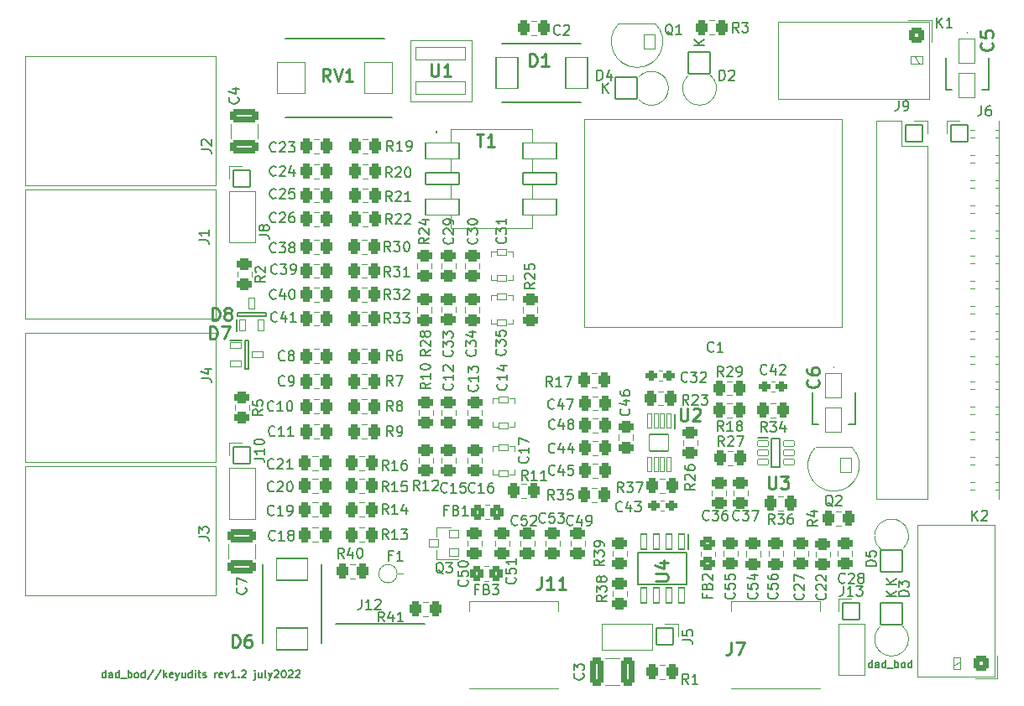
<source format=gto>
%TF.GenerationSoftware,KiCad,Pcbnew,(6.0.6-1)-1*%
%TF.CreationDate,2022-07-06T12:40:26-04:00*%
%TF.ProjectId,dad_bod,6461645f-626f-4642-9e6b-696361645f70,rev?*%
%TF.SameCoordinates,Original*%
%TF.FileFunction,Legend,Top*%
%TF.FilePolarity,Positive*%
%FSLAX46Y46*%
G04 Gerber Fmt 4.6, Leading zero omitted, Abs format (unit mm)*
G04 Created by KiCad (PCBNEW (6.0.6-1)-1) date 2022-07-06 12:40:26*
%MOMM*%
%LPD*%
G01*
G04 APERTURE LIST*
G04 Aperture macros list*
%AMRoundRect*
0 Rectangle with rounded corners*
0 $1 Rounding radius*
0 $2 $3 $4 $5 $6 $7 $8 $9 X,Y pos of 4 corners*
0 Add a 4 corners polygon primitive as box body*
4,1,4,$2,$3,$4,$5,$6,$7,$8,$9,$2,$3,0*
0 Add four circle primitives for the rounded corners*
1,1,$1+$1,$2,$3*
1,1,$1+$1,$4,$5*
1,1,$1+$1,$6,$7*
1,1,$1+$1,$8,$9*
0 Add four rect primitives between the rounded corners*
20,1,$1+$1,$2,$3,$4,$5,0*
20,1,$1+$1,$4,$5,$6,$7,0*
20,1,$1+$1,$6,$7,$8,$9,0*
20,1,$1+$1,$8,$9,$2,$3,0*%
G04 Aperture macros list end*
%ADD10C,0.150000*%
%ADD11C,0.254000*%
%ADD12C,0.120000*%
%ADD13C,0.200000*%
%ADD14C,0.050000*%
%ADD15C,0.100000*%
%ADD16O,1.800000X1.800000*%
%ADD17RoundRect,0.050000X-0.850000X-0.850000X0.850000X-0.850000X0.850000X0.850000X-0.850000X0.850000X0*%
%ADD18RoundRect,0.300000X0.325000X0.450000X-0.325000X0.450000X-0.325000X-0.450000X0.325000X-0.450000X0*%
%ADD19RoundRect,0.050000X0.525000X0.750000X-0.525000X0.750000X-0.525000X-0.750000X0.525000X-0.750000X0*%
%ADD20O,1.150000X1.600000*%
%ADD21RoundRect,0.300000X-0.325000X-0.450000X0.325000X-0.450000X0.325000X0.450000X-0.325000X0.450000X0*%
%ADD22RoundRect,0.050000X0.300000X0.575000X-0.300000X0.575000X-0.300000X-0.575000X0.300000X-0.575000X0*%
%ADD23RoundRect,0.050000X0.575000X-0.300000X0.575000X0.300000X-0.575000X0.300000X-0.575000X-0.300000X0*%
%ADD24C,0.750000*%
%ADD25O,1.208000X2.316000*%
%ADD26C,1.624000*%
%ADD27RoundRect,0.050000X-0.800000X-1.250000X0.800000X-1.250000X0.800000X1.250000X-0.800000X1.250000X0*%
%ADD28RoundRect,0.300000X-0.412500X-1.100000X0.412500X-1.100000X0.412500X1.100000X-0.412500X1.100000X0*%
%ADD29RoundRect,0.300000X1.100000X-0.412500X1.100000X0.412500X-1.100000X0.412500X-1.100000X-0.412500X0*%
%ADD30RoundRect,0.300000X0.450000X-0.325000X0.450000X0.325000X-0.450000X0.325000X-0.450000X-0.325000X0*%
%ADD31RoundRect,0.050000X-0.500000X0.275000X-0.500000X-0.275000X0.500000X-0.275000X0.500000X0.275000X0*%
%ADD32RoundRect,0.300000X-0.450000X0.325000X-0.450000X-0.325000X0.450000X-0.325000X0.450000X0.325000X0*%
%ADD33RoundRect,0.287500X-0.287500X-0.237500X0.287500X-0.237500X0.287500X0.237500X-0.287500X0.237500X0*%
%ADD34RoundRect,0.287500X0.287500X0.237500X-0.287500X0.237500X-0.287500X-0.237500X0.287500X-0.237500X0*%
%ADD35RoundRect,0.050000X-1.100000X-1.575000X1.100000X-1.575000X1.100000X1.575000X-1.100000X1.575000X0*%
%ADD36RoundRect,0.050000X-1.100000X1.100000X-1.100000X-1.100000X1.100000X-1.100000X1.100000X1.100000X0*%
%ADD37O,2.300000X2.300000*%
%ADD38RoundRect,0.050000X-1.100000X-1.100000X1.100000X-1.100000X1.100000X1.100000X-1.100000X1.100000X0*%
%ADD39RoundRect,0.050000X1.100000X-1.100000X1.100000X1.100000X-1.100000X1.100000X-1.100000X-1.100000X0*%
%ADD40RoundRect,0.300000X0.350000X0.450000X-0.350000X0.450000X-0.350000X-0.450000X0.350000X-0.450000X0*%
%ADD41RoundRect,0.300000X-0.450000X0.350000X-0.450000X-0.350000X0.450000X-0.350000X0.450000X0.350000X0*%
%ADD42C,3.300000*%
%ADD43C,2.400000*%
%ADD44RoundRect,0.050000X-0.850000X0.850000X-0.850000X-0.850000X0.850000X-0.850000X0.850000X0.850000X0*%
%ADD45C,1.855000*%
%ADD46C,2.125000*%
%ADD47RoundRect,0.300500X-0.499500X0.499500X-0.499500X-0.499500X0.499500X-0.499500X0.499500X0.499500X0*%
%ADD48C,1.600000*%
%ADD49RoundRect,0.300500X0.499500X0.499500X-0.499500X0.499500X-0.499500X-0.499500X0.499500X-0.499500X0*%
%ADD50RoundRect,0.050000X0.450000X0.400000X-0.450000X0.400000X-0.450000X-0.400000X0.450000X-0.400000X0*%
%ADD51RoundRect,0.050000X1.375000X1.600000X-1.375000X1.600000X-1.375000X-1.600000X1.375000X-1.600000X0*%
%ADD52RoundRect,0.050000X1.687500X-0.810000X1.687500X0.810000X-1.687500X0.810000X-1.687500X-0.810000X0*%
%ADD53RoundRect,0.050000X1.687500X-0.600000X1.687500X0.600000X-1.687500X0.600000X-1.687500X-0.600000X0*%
%ADD54RoundRect,0.050000X-2.500000X0.650000X-2.500000X-0.650000X2.500000X-0.650000X2.500000X0.650000X0*%
%ADD55RoundRect,0.050000X0.525000X-0.275000X0.525000X0.275000X-0.525000X0.275000X-0.525000X-0.275000X0*%
%ADD56RoundRect,0.050000X-0.325000X-0.764000X0.325000X-0.764000X0.325000X0.764000X-0.325000X0.764000X0*%
%ADD57RoundRect,0.050000X-0.225000X-0.712500X0.225000X-0.712500X0.225000X0.712500X-0.225000X0.712500X0*%
%ADD58RoundRect,0.050000X-0.940000X0.840000X-0.940000X-0.840000X0.940000X-0.840000X0.940000X0.840000X0*%
%ADD59RoundRect,0.050000X-1.575000X1.100000X-1.575000X-1.100000X1.575000X-1.100000X1.575000X1.100000X0*%
%ADD60C,1.500000*%
%ADD61O,1.500000X1.500000*%
%ADD62C,2.300000*%
G04 APERTURE END LIST*
D10*
X132423500Y-128355285D02*
X132423500Y-127605285D01*
X132423500Y-128319571D02*
X132352071Y-128355285D01*
X132209214Y-128355285D01*
X132137785Y-128319571D01*
X132102071Y-128283857D01*
X132066357Y-128212428D01*
X132066357Y-127998142D01*
X132102071Y-127926714D01*
X132137785Y-127891000D01*
X132209214Y-127855285D01*
X132352071Y-127855285D01*
X132423500Y-127891000D01*
X133102071Y-128355285D02*
X133102071Y-127962428D01*
X133066357Y-127891000D01*
X132994928Y-127855285D01*
X132852071Y-127855285D01*
X132780642Y-127891000D01*
X133102071Y-128319571D02*
X133030642Y-128355285D01*
X132852071Y-128355285D01*
X132780642Y-128319571D01*
X132744928Y-128248142D01*
X132744928Y-128176714D01*
X132780642Y-128105285D01*
X132852071Y-128069571D01*
X133030642Y-128069571D01*
X133102071Y-128033857D01*
X133780642Y-128355285D02*
X133780642Y-127605285D01*
X133780642Y-128319571D02*
X133709214Y-128355285D01*
X133566357Y-128355285D01*
X133494928Y-128319571D01*
X133459214Y-128283857D01*
X133423500Y-128212428D01*
X133423500Y-127998142D01*
X133459214Y-127926714D01*
X133494928Y-127891000D01*
X133566357Y-127855285D01*
X133709214Y-127855285D01*
X133780642Y-127891000D01*
X133959214Y-128426714D02*
X134530642Y-128426714D01*
X134709214Y-128355285D02*
X134709214Y-127605285D01*
X134709214Y-127891000D02*
X134780642Y-127855285D01*
X134923500Y-127855285D01*
X134994928Y-127891000D01*
X135030642Y-127926714D01*
X135066357Y-127998142D01*
X135066357Y-128212428D01*
X135030642Y-128283857D01*
X134994928Y-128319571D01*
X134923500Y-128355285D01*
X134780642Y-128355285D01*
X134709214Y-128319571D01*
X135494928Y-128355285D02*
X135423500Y-128319571D01*
X135387785Y-128283857D01*
X135352071Y-128212428D01*
X135352071Y-127998142D01*
X135387785Y-127926714D01*
X135423500Y-127891000D01*
X135494928Y-127855285D01*
X135602071Y-127855285D01*
X135673500Y-127891000D01*
X135709214Y-127926714D01*
X135744928Y-127998142D01*
X135744928Y-128212428D01*
X135709214Y-128283857D01*
X135673500Y-128319571D01*
X135602071Y-128355285D01*
X135494928Y-128355285D01*
X136387785Y-128355285D02*
X136387785Y-127605285D01*
X136387785Y-128319571D02*
X136316357Y-128355285D01*
X136173500Y-128355285D01*
X136102071Y-128319571D01*
X136066357Y-128283857D01*
X136030642Y-128212428D01*
X136030642Y-127998142D01*
X136066357Y-127926714D01*
X136102071Y-127891000D01*
X136173500Y-127855285D01*
X136316357Y-127855285D01*
X136387785Y-127891000D01*
X55082500Y-129371285D02*
X55082500Y-128621285D01*
X55082500Y-129335571D02*
X55011071Y-129371285D01*
X54868214Y-129371285D01*
X54796785Y-129335571D01*
X54761071Y-129299857D01*
X54725357Y-129228428D01*
X54725357Y-129014142D01*
X54761071Y-128942714D01*
X54796785Y-128907000D01*
X54868214Y-128871285D01*
X55011071Y-128871285D01*
X55082500Y-128907000D01*
X55761071Y-129371285D02*
X55761071Y-128978428D01*
X55725357Y-128907000D01*
X55653928Y-128871285D01*
X55511071Y-128871285D01*
X55439642Y-128907000D01*
X55761071Y-129335571D02*
X55689642Y-129371285D01*
X55511071Y-129371285D01*
X55439642Y-129335571D01*
X55403928Y-129264142D01*
X55403928Y-129192714D01*
X55439642Y-129121285D01*
X55511071Y-129085571D01*
X55689642Y-129085571D01*
X55761071Y-129049857D01*
X56439642Y-129371285D02*
X56439642Y-128621285D01*
X56439642Y-129335571D02*
X56368214Y-129371285D01*
X56225357Y-129371285D01*
X56153928Y-129335571D01*
X56118214Y-129299857D01*
X56082500Y-129228428D01*
X56082500Y-129014142D01*
X56118214Y-128942714D01*
X56153928Y-128907000D01*
X56225357Y-128871285D01*
X56368214Y-128871285D01*
X56439642Y-128907000D01*
X56618214Y-129442714D02*
X57189642Y-129442714D01*
X57368214Y-129371285D02*
X57368214Y-128621285D01*
X57368214Y-128907000D02*
X57439642Y-128871285D01*
X57582500Y-128871285D01*
X57653928Y-128907000D01*
X57689642Y-128942714D01*
X57725357Y-129014142D01*
X57725357Y-129228428D01*
X57689642Y-129299857D01*
X57653928Y-129335571D01*
X57582500Y-129371285D01*
X57439642Y-129371285D01*
X57368214Y-129335571D01*
X58153928Y-129371285D02*
X58082500Y-129335571D01*
X58046785Y-129299857D01*
X58011071Y-129228428D01*
X58011071Y-129014142D01*
X58046785Y-128942714D01*
X58082500Y-128907000D01*
X58153928Y-128871285D01*
X58261071Y-128871285D01*
X58332500Y-128907000D01*
X58368214Y-128942714D01*
X58403928Y-129014142D01*
X58403928Y-129228428D01*
X58368214Y-129299857D01*
X58332500Y-129335571D01*
X58261071Y-129371285D01*
X58153928Y-129371285D01*
X59046785Y-129371285D02*
X59046785Y-128621285D01*
X59046785Y-129335571D02*
X58975357Y-129371285D01*
X58832500Y-129371285D01*
X58761071Y-129335571D01*
X58725357Y-129299857D01*
X58689642Y-129228428D01*
X58689642Y-129014142D01*
X58725357Y-128942714D01*
X58761071Y-128907000D01*
X58832500Y-128871285D01*
X58975357Y-128871285D01*
X59046785Y-128907000D01*
X59939642Y-128585571D02*
X59296785Y-129549857D01*
X60725357Y-128585571D02*
X60082500Y-129549857D01*
X60975357Y-129371285D02*
X60975357Y-128621285D01*
X61046785Y-129085571D02*
X61261071Y-129371285D01*
X61261071Y-128871285D02*
X60975357Y-129157000D01*
X61868214Y-129335571D02*
X61796785Y-129371285D01*
X61653928Y-129371285D01*
X61582500Y-129335571D01*
X61546785Y-129264142D01*
X61546785Y-128978428D01*
X61582500Y-128907000D01*
X61653928Y-128871285D01*
X61796785Y-128871285D01*
X61868214Y-128907000D01*
X61903928Y-128978428D01*
X61903928Y-129049857D01*
X61546785Y-129121285D01*
X62153928Y-128871285D02*
X62332500Y-129371285D01*
X62511071Y-128871285D02*
X62332500Y-129371285D01*
X62261071Y-129549857D01*
X62225357Y-129585571D01*
X62153928Y-129621285D01*
X63118214Y-128871285D02*
X63118214Y-129371285D01*
X62796785Y-128871285D02*
X62796785Y-129264142D01*
X62832500Y-129335571D01*
X62903928Y-129371285D01*
X63011071Y-129371285D01*
X63082500Y-129335571D01*
X63118214Y-129299857D01*
X63796785Y-129371285D02*
X63796785Y-128621285D01*
X63796785Y-129335571D02*
X63725357Y-129371285D01*
X63582500Y-129371285D01*
X63511071Y-129335571D01*
X63475357Y-129299857D01*
X63439642Y-129228428D01*
X63439642Y-129014142D01*
X63475357Y-128942714D01*
X63511071Y-128907000D01*
X63582500Y-128871285D01*
X63725357Y-128871285D01*
X63796785Y-128907000D01*
X64153928Y-129371285D02*
X64153928Y-128871285D01*
X64153928Y-128621285D02*
X64118214Y-128657000D01*
X64153928Y-128692714D01*
X64189642Y-128657000D01*
X64153928Y-128621285D01*
X64153928Y-128692714D01*
X64403928Y-128871285D02*
X64689642Y-128871285D01*
X64511071Y-128621285D02*
X64511071Y-129264142D01*
X64546785Y-129335571D01*
X64618214Y-129371285D01*
X64689642Y-129371285D01*
X64903928Y-129335571D02*
X64975357Y-129371285D01*
X65118214Y-129371285D01*
X65189642Y-129335571D01*
X65225357Y-129264142D01*
X65225357Y-129228428D01*
X65189642Y-129157000D01*
X65118214Y-129121285D01*
X65011071Y-129121285D01*
X64939642Y-129085571D01*
X64903928Y-129014142D01*
X64903928Y-128978428D01*
X64939642Y-128907000D01*
X65011071Y-128871285D01*
X65118214Y-128871285D01*
X65189642Y-128907000D01*
X66118214Y-129371285D02*
X66118214Y-128871285D01*
X66118214Y-129014142D02*
X66153928Y-128942714D01*
X66189642Y-128907000D01*
X66261071Y-128871285D01*
X66332500Y-128871285D01*
X66868214Y-129335571D02*
X66796785Y-129371285D01*
X66653928Y-129371285D01*
X66582500Y-129335571D01*
X66546785Y-129264142D01*
X66546785Y-128978428D01*
X66582500Y-128907000D01*
X66653928Y-128871285D01*
X66796785Y-128871285D01*
X66868214Y-128907000D01*
X66903928Y-128978428D01*
X66903928Y-129049857D01*
X66546785Y-129121285D01*
X67153928Y-128871285D02*
X67332500Y-129371285D01*
X67511071Y-128871285D01*
X68189642Y-129371285D02*
X67761071Y-129371285D01*
X67975357Y-129371285D02*
X67975357Y-128621285D01*
X67903928Y-128728428D01*
X67832500Y-128799857D01*
X67761071Y-128835571D01*
X68511071Y-129299857D02*
X68546785Y-129335571D01*
X68511071Y-129371285D01*
X68475357Y-129335571D01*
X68511071Y-129299857D01*
X68511071Y-129371285D01*
X68832500Y-128692714D02*
X68868214Y-128657000D01*
X68939642Y-128621285D01*
X69118214Y-128621285D01*
X69189642Y-128657000D01*
X69225357Y-128692714D01*
X69261071Y-128764142D01*
X69261071Y-128835571D01*
X69225357Y-128942714D01*
X68796785Y-129371285D01*
X69261071Y-129371285D01*
X70153928Y-128871285D02*
X70153928Y-129514142D01*
X70118214Y-129585571D01*
X70046785Y-129621285D01*
X70011071Y-129621285D01*
X70153928Y-128621285D02*
X70118214Y-128657000D01*
X70153928Y-128692714D01*
X70189642Y-128657000D01*
X70153928Y-128621285D01*
X70153928Y-128692714D01*
X70832500Y-128871285D02*
X70832500Y-129371285D01*
X70511071Y-128871285D02*
X70511071Y-129264142D01*
X70546785Y-129335571D01*
X70618214Y-129371285D01*
X70725357Y-129371285D01*
X70796785Y-129335571D01*
X70832500Y-129299857D01*
X71296785Y-129371285D02*
X71225357Y-129335571D01*
X71189642Y-129264142D01*
X71189642Y-128621285D01*
X71511071Y-128871285D02*
X71689642Y-129371285D01*
X71868214Y-128871285D02*
X71689642Y-129371285D01*
X71618214Y-129549857D01*
X71582500Y-129585571D01*
X71511071Y-129621285D01*
X72118214Y-128692714D02*
X72153928Y-128657000D01*
X72225357Y-128621285D01*
X72403928Y-128621285D01*
X72475357Y-128657000D01*
X72511071Y-128692714D01*
X72546785Y-128764142D01*
X72546785Y-128835571D01*
X72511071Y-128942714D01*
X72082500Y-129371285D01*
X72546785Y-129371285D01*
X73011071Y-128621285D02*
X73082500Y-128621285D01*
X73153928Y-128657000D01*
X73189642Y-128692714D01*
X73225357Y-128764142D01*
X73261071Y-128907000D01*
X73261071Y-129085571D01*
X73225357Y-129228428D01*
X73189642Y-129299857D01*
X73153928Y-129335571D01*
X73082500Y-129371285D01*
X73011071Y-129371285D01*
X72939642Y-129335571D01*
X72903928Y-129299857D01*
X72868214Y-129228428D01*
X72832500Y-129085571D01*
X72832500Y-128907000D01*
X72868214Y-128764142D01*
X72903928Y-128692714D01*
X72939642Y-128657000D01*
X73011071Y-128621285D01*
X73546785Y-128692714D02*
X73582500Y-128657000D01*
X73653928Y-128621285D01*
X73832500Y-128621285D01*
X73903928Y-128657000D01*
X73939642Y-128692714D01*
X73975357Y-128764142D01*
X73975357Y-128835571D01*
X73939642Y-128942714D01*
X73511071Y-129371285D01*
X73975357Y-129371285D01*
X74261071Y-128692714D02*
X74296785Y-128657000D01*
X74368214Y-128621285D01*
X74546785Y-128621285D01*
X74618214Y-128657000D01*
X74653928Y-128692714D01*
X74689642Y-128764142D01*
X74689642Y-128835571D01*
X74653928Y-128942714D01*
X74225357Y-129371285D01*
X74689642Y-129371285D01*
X143430666Y-71609380D02*
X143430666Y-72323666D01*
X143383047Y-72466523D01*
X143287809Y-72561761D01*
X143144952Y-72609380D01*
X143049714Y-72609380D01*
X144335428Y-71609380D02*
X144144952Y-71609380D01*
X144049714Y-71657000D01*
X144002095Y-71704619D01*
X143906857Y-71847476D01*
X143859238Y-72037952D01*
X143859238Y-72418904D01*
X143906857Y-72514142D01*
X143954476Y-72561761D01*
X144049714Y-72609380D01*
X144240190Y-72609380D01*
X144335428Y-72561761D01*
X144383047Y-72514142D01*
X144430666Y-72418904D01*
X144430666Y-72180809D01*
X144383047Y-72085571D01*
X144335428Y-72037952D01*
X144240190Y-71990333D01*
X144049714Y-71990333D01*
X143954476Y-72037952D01*
X143906857Y-72085571D01*
X143859238Y-72180809D01*
X126880880Y-113450666D02*
X126404690Y-113784000D01*
X126880880Y-114022095D02*
X125880880Y-114022095D01*
X125880880Y-113641142D01*
X125928500Y-113545904D01*
X125976119Y-113498285D01*
X126071357Y-113450666D01*
X126214214Y-113450666D01*
X126309452Y-113498285D01*
X126357071Y-113545904D01*
X126404690Y-113641142D01*
X126404690Y-114022095D01*
X126214214Y-112593523D02*
X126880880Y-112593523D01*
X125833261Y-112831619D02*
X126547547Y-113069714D01*
X126547547Y-112450666D01*
X129492476Y-120102380D02*
X129492476Y-120816666D01*
X129444857Y-120959523D01*
X129349619Y-121054761D01*
X129206761Y-121102380D01*
X129111523Y-121102380D01*
X130492476Y-121102380D02*
X129921047Y-121102380D01*
X130206761Y-121102380D02*
X130206761Y-120102380D01*
X130111523Y-120245238D01*
X130016285Y-120340476D01*
X129921047Y-120388095D01*
X130825809Y-120102380D02*
X131444857Y-120102380D01*
X131111523Y-120483333D01*
X131254380Y-120483333D01*
X131349619Y-120530952D01*
X131397238Y-120578571D01*
X131444857Y-120673809D01*
X131444857Y-120911904D01*
X131397238Y-121007142D01*
X131349619Y-121054761D01*
X131254380Y-121102380D01*
X130968666Y-121102380D01*
X130873428Y-121054761D01*
X130825809Y-121007142D01*
X128428761Y-112057619D02*
X128333523Y-112010000D01*
X128238285Y-111914761D01*
X128095428Y-111771904D01*
X128000190Y-111724285D01*
X127904952Y-111724285D01*
X127952571Y-111962380D02*
X127857333Y-111914761D01*
X127762095Y-111819523D01*
X127714476Y-111629047D01*
X127714476Y-111295714D01*
X127762095Y-111105238D01*
X127857333Y-111010000D01*
X127952571Y-110962380D01*
X128143047Y-110962380D01*
X128238285Y-111010000D01*
X128333523Y-111105238D01*
X128381142Y-111295714D01*
X128381142Y-111629047D01*
X128333523Y-111819523D01*
X128238285Y-111914761D01*
X128143047Y-111962380D01*
X127952571Y-111962380D01*
X128762095Y-111057619D02*
X128809714Y-111010000D01*
X128904952Y-110962380D01*
X129143047Y-110962380D01*
X129238285Y-111010000D01*
X129285904Y-111057619D01*
X129333523Y-111152857D01*
X129333523Y-111248095D01*
X129285904Y-111390952D01*
X128714476Y-111962380D01*
X129333523Y-111962380D01*
X112281761Y-64490853D02*
X112186523Y-64443234D01*
X112091285Y-64347995D01*
X111948428Y-64205138D01*
X111853190Y-64157519D01*
X111757952Y-64157519D01*
X111805571Y-64395614D02*
X111710333Y-64347995D01*
X111615095Y-64252757D01*
X111567476Y-64062281D01*
X111567476Y-63728948D01*
X111615095Y-63538472D01*
X111710333Y-63443234D01*
X111805571Y-63395614D01*
X111996047Y-63395614D01*
X112091285Y-63443234D01*
X112186523Y-63538472D01*
X112234142Y-63728948D01*
X112234142Y-64062281D01*
X112186523Y-64252757D01*
X112091285Y-64347995D01*
X111996047Y-64395614D01*
X111805571Y-64395614D01*
X113186523Y-64395614D02*
X112615095Y-64395614D01*
X112900809Y-64395614D02*
X112900809Y-63395614D01*
X112805571Y-63538472D01*
X112710333Y-63633710D01*
X112615095Y-63681329D01*
X72264142Y-86354142D02*
X72216523Y-86401761D01*
X72073666Y-86449380D01*
X71978428Y-86449380D01*
X71835571Y-86401761D01*
X71740333Y-86306523D01*
X71692714Y-86211285D01*
X71645095Y-86020809D01*
X71645095Y-85877952D01*
X71692714Y-85687476D01*
X71740333Y-85592238D01*
X71835571Y-85497000D01*
X71978428Y-85449380D01*
X72073666Y-85449380D01*
X72216523Y-85497000D01*
X72264142Y-85544619D01*
X72597476Y-85449380D02*
X73216523Y-85449380D01*
X72883190Y-85830333D01*
X73026047Y-85830333D01*
X73121285Y-85877952D01*
X73168904Y-85925571D01*
X73216523Y-86020809D01*
X73216523Y-86258904D01*
X73168904Y-86354142D01*
X73121285Y-86401761D01*
X73026047Y-86449380D01*
X72740333Y-86449380D01*
X72645095Y-86401761D01*
X72597476Y-86354142D01*
X73787952Y-85877952D02*
X73692714Y-85830333D01*
X73645095Y-85782714D01*
X73597476Y-85687476D01*
X73597476Y-85639857D01*
X73645095Y-85544619D01*
X73692714Y-85497000D01*
X73787952Y-85449380D01*
X73978428Y-85449380D01*
X74073666Y-85497000D01*
X74121285Y-85544619D01*
X74168904Y-85639857D01*
X74168904Y-85687476D01*
X74121285Y-85782714D01*
X74073666Y-85830333D01*
X73978428Y-85877952D01*
X73787952Y-85877952D01*
X73692714Y-85925571D01*
X73645095Y-85973190D01*
X73597476Y-86068428D01*
X73597476Y-86258904D01*
X73645095Y-86354142D01*
X73692714Y-86401761D01*
X73787952Y-86449380D01*
X73978428Y-86449380D01*
X74073666Y-86401761D01*
X74121285Y-86354142D01*
X74168904Y-86258904D01*
X74168904Y-86068428D01*
X74121285Y-85973190D01*
X74073666Y-85925571D01*
X73978428Y-85877952D01*
D11*
X65864619Y-93284523D02*
X65864619Y-92014523D01*
X66167000Y-92014523D01*
X66348428Y-92075000D01*
X66469380Y-92195952D01*
X66529857Y-92316904D01*
X66590333Y-92558809D01*
X66590333Y-92740238D01*
X66529857Y-92982142D01*
X66469380Y-93103095D01*
X66348428Y-93224047D01*
X66167000Y-93284523D01*
X65864619Y-93284523D01*
X67316047Y-92558809D02*
X67195095Y-92498333D01*
X67134619Y-92437857D01*
X67074142Y-92316904D01*
X67074142Y-92256428D01*
X67134619Y-92135476D01*
X67195095Y-92075000D01*
X67316047Y-92014523D01*
X67557952Y-92014523D01*
X67678904Y-92075000D01*
X67739380Y-92135476D01*
X67799857Y-92256428D01*
X67799857Y-92316904D01*
X67739380Y-92437857D01*
X67678904Y-92498333D01*
X67557952Y-92558809D01*
X67316047Y-92558809D01*
X67195095Y-92619285D01*
X67134619Y-92679761D01*
X67074142Y-92800714D01*
X67074142Y-93042619D01*
X67134619Y-93163571D01*
X67195095Y-93224047D01*
X67316047Y-93284523D01*
X67557952Y-93284523D01*
X67678904Y-93224047D01*
X67739380Y-93163571D01*
X67799857Y-93042619D01*
X67799857Y-92800714D01*
X67739380Y-92679761D01*
X67678904Y-92619285D01*
X67557952Y-92558809D01*
X65610619Y-95166523D02*
X65610619Y-93896523D01*
X65913000Y-93896523D01*
X66094428Y-93957000D01*
X66215380Y-94077952D01*
X66275857Y-94198904D01*
X66336333Y-94440809D01*
X66336333Y-94622238D01*
X66275857Y-94864142D01*
X66215380Y-94985095D01*
X66094428Y-95106047D01*
X65913000Y-95166523D01*
X65610619Y-95166523D01*
X66759666Y-93896523D02*
X67606333Y-93896523D01*
X67062047Y-95166523D01*
D10*
X80896929Y-121460883D02*
X80896929Y-122175276D01*
X80849303Y-122318155D01*
X80754051Y-122413407D01*
X80611172Y-122461033D01*
X80515920Y-122461033D01*
X81897079Y-122461033D02*
X81325565Y-122461033D01*
X81611322Y-122461033D02*
X81611322Y-121460883D01*
X81516070Y-121603762D01*
X81420817Y-121699014D01*
X81325565Y-121746640D01*
X82278089Y-121556136D02*
X82325715Y-121508510D01*
X82420967Y-121460883D01*
X82659098Y-121460883D01*
X82754351Y-121508510D01*
X82801977Y-121556136D01*
X82849603Y-121651388D01*
X82849603Y-121746640D01*
X82801977Y-121889519D01*
X82230463Y-122461033D01*
X82849603Y-122461033D01*
X116419333Y-96369142D02*
X116371714Y-96416761D01*
X116228857Y-96464380D01*
X116133619Y-96464380D01*
X115990761Y-96416761D01*
X115895523Y-96321523D01*
X115847904Y-96226285D01*
X115800285Y-96035809D01*
X115800285Y-95892952D01*
X115847904Y-95702476D01*
X115895523Y-95607238D01*
X115990761Y-95512000D01*
X116133619Y-95464380D01*
X116228857Y-95464380D01*
X116371714Y-95512000D01*
X116419333Y-95559619D01*
X117371714Y-96464380D02*
X116800285Y-96464380D01*
X117086000Y-96464380D02*
X117086000Y-95464380D01*
X116990761Y-95607238D01*
X116895523Y-95702476D01*
X116800285Y-95750095D01*
D11*
X144471571Y-65235666D02*
X144532047Y-65296142D01*
X144592523Y-65477571D01*
X144592523Y-65598523D01*
X144532047Y-65779952D01*
X144411095Y-65900904D01*
X144290142Y-65961380D01*
X144048238Y-66021857D01*
X143866809Y-66021857D01*
X143624904Y-65961380D01*
X143503952Y-65900904D01*
X143383000Y-65779952D01*
X143322523Y-65598523D01*
X143322523Y-65477571D01*
X143383000Y-65296142D01*
X143443476Y-65235666D01*
X143322523Y-64086619D02*
X143322523Y-64691380D01*
X143927285Y-64751857D01*
X143866809Y-64691380D01*
X143806333Y-64570428D01*
X143806333Y-64268047D01*
X143866809Y-64147095D01*
X143927285Y-64086619D01*
X144048238Y-64026142D01*
X144350619Y-64026142D01*
X144471571Y-64086619D01*
X144532047Y-64147095D01*
X144592523Y-64268047D01*
X144592523Y-64570428D01*
X144532047Y-64691380D01*
X144471571Y-64751857D01*
X126945571Y-99271666D02*
X127006047Y-99332142D01*
X127066523Y-99513571D01*
X127066523Y-99634523D01*
X127006047Y-99815952D01*
X126885095Y-99936904D01*
X126764142Y-99997380D01*
X126522238Y-100057857D01*
X126340809Y-100057857D01*
X126098904Y-99997380D01*
X125977952Y-99936904D01*
X125857000Y-99815952D01*
X125796523Y-99634523D01*
X125796523Y-99513571D01*
X125857000Y-99332142D01*
X125917476Y-99271666D01*
X125796523Y-98183095D02*
X125796523Y-98425000D01*
X125857000Y-98545952D01*
X125917476Y-98606428D01*
X126098904Y-98727380D01*
X126340809Y-98787857D01*
X126824619Y-98787857D01*
X126945571Y-98727380D01*
X127006047Y-98666904D01*
X127066523Y-98545952D01*
X127066523Y-98304047D01*
X127006047Y-98183095D01*
X126945571Y-98122619D01*
X126824619Y-98062142D01*
X126522238Y-98062142D01*
X126401285Y-98122619D01*
X126340809Y-98183095D01*
X126280333Y-98304047D01*
X126280333Y-98545952D01*
X126340809Y-98666904D01*
X126401285Y-98727380D01*
X126522238Y-98787857D01*
D10*
X103227142Y-128944666D02*
X103274761Y-128992285D01*
X103322380Y-129135142D01*
X103322380Y-129230380D01*
X103274761Y-129373238D01*
X103179523Y-129468476D01*
X103084285Y-129516095D01*
X102893809Y-129563714D01*
X102750952Y-129563714D01*
X102560476Y-129516095D01*
X102465238Y-129468476D01*
X102370000Y-129373238D01*
X102322380Y-129230380D01*
X102322380Y-129135142D01*
X102370000Y-128992285D01*
X102417619Y-128944666D01*
X102322380Y-128611333D02*
X102322380Y-127992285D01*
X102703333Y-128325619D01*
X102703333Y-128182761D01*
X102750952Y-128087523D01*
X102798571Y-128039904D01*
X102893809Y-127992285D01*
X103131904Y-127992285D01*
X103227142Y-128039904D01*
X103274761Y-128087523D01*
X103322380Y-128182761D01*
X103322380Y-128468476D01*
X103274761Y-128563714D01*
X103227142Y-128611333D01*
X68429142Y-70778666D02*
X68476761Y-70826285D01*
X68524380Y-70969142D01*
X68524380Y-71064380D01*
X68476761Y-71207238D01*
X68381523Y-71302476D01*
X68286285Y-71350095D01*
X68095809Y-71397714D01*
X67952952Y-71397714D01*
X67762476Y-71350095D01*
X67667238Y-71302476D01*
X67572000Y-71207238D01*
X67524380Y-71064380D01*
X67524380Y-70969142D01*
X67572000Y-70826285D01*
X67619619Y-70778666D01*
X67857714Y-69921523D02*
X68524380Y-69921523D01*
X67476761Y-70159619D02*
X68191047Y-70397714D01*
X68191047Y-69778666D01*
X69191142Y-120308666D02*
X69238761Y-120356285D01*
X69286380Y-120499142D01*
X69286380Y-120594380D01*
X69238761Y-120737238D01*
X69143523Y-120832476D01*
X69048285Y-120880095D01*
X68857809Y-120927714D01*
X68714952Y-120927714D01*
X68524476Y-120880095D01*
X68429238Y-120832476D01*
X68334000Y-120737238D01*
X68286380Y-120594380D01*
X68286380Y-120499142D01*
X68334000Y-120356285D01*
X68381619Y-120308666D01*
X68286380Y-119975333D02*
X68286380Y-119308666D01*
X69286380Y-119737238D01*
X100925333Y-64365142D02*
X100877714Y-64412761D01*
X100734857Y-64460380D01*
X100639619Y-64460380D01*
X100496761Y-64412761D01*
X100401523Y-64317523D01*
X100353904Y-64222285D01*
X100306285Y-64031809D01*
X100306285Y-63888952D01*
X100353904Y-63698476D01*
X100401523Y-63603238D01*
X100496761Y-63508000D01*
X100639619Y-63460380D01*
X100734857Y-63460380D01*
X100877714Y-63508000D01*
X100925333Y-63555619D01*
X101306285Y-63555619D02*
X101353904Y-63508000D01*
X101449142Y-63460380D01*
X101687238Y-63460380D01*
X101782476Y-63508000D01*
X101830095Y-63555619D01*
X101877714Y-63650857D01*
X101877714Y-63746095D01*
X101830095Y-63888952D01*
X101258666Y-64460380D01*
X101877714Y-64460380D01*
X73143333Y-97258142D02*
X73095714Y-97305761D01*
X72952857Y-97353380D01*
X72857619Y-97353380D01*
X72714761Y-97305761D01*
X72619523Y-97210523D01*
X72571904Y-97115285D01*
X72524285Y-96924809D01*
X72524285Y-96781952D01*
X72571904Y-96591476D01*
X72619523Y-96496238D01*
X72714761Y-96401000D01*
X72857619Y-96353380D01*
X72952857Y-96353380D01*
X73095714Y-96401000D01*
X73143333Y-96448619D01*
X73714761Y-96781952D02*
X73619523Y-96734333D01*
X73571904Y-96686714D01*
X73524285Y-96591476D01*
X73524285Y-96543857D01*
X73571904Y-96448619D01*
X73619523Y-96401000D01*
X73714761Y-96353380D01*
X73905238Y-96353380D01*
X74000476Y-96401000D01*
X74048095Y-96448619D01*
X74095714Y-96543857D01*
X74095714Y-96591476D01*
X74048095Y-96686714D01*
X74000476Y-96734333D01*
X73905238Y-96781952D01*
X73714761Y-96781952D01*
X73619523Y-96829571D01*
X73571904Y-96877190D01*
X73524285Y-96972428D01*
X73524285Y-97162904D01*
X73571904Y-97258142D01*
X73619523Y-97305761D01*
X73714761Y-97353380D01*
X73905238Y-97353380D01*
X74000476Y-97305761D01*
X74048095Y-97258142D01*
X74095714Y-97162904D01*
X74095714Y-96972428D01*
X74048095Y-96877190D01*
X74000476Y-96829571D01*
X73905238Y-96781952D01*
X73143333Y-99798142D02*
X73095714Y-99845761D01*
X72952857Y-99893380D01*
X72857619Y-99893380D01*
X72714761Y-99845761D01*
X72619523Y-99750523D01*
X72571904Y-99655285D01*
X72524285Y-99464809D01*
X72524285Y-99321952D01*
X72571904Y-99131476D01*
X72619523Y-99036238D01*
X72714761Y-98941000D01*
X72857619Y-98893380D01*
X72952857Y-98893380D01*
X73095714Y-98941000D01*
X73143333Y-98988619D01*
X73619523Y-99893380D02*
X73810000Y-99893380D01*
X73905238Y-99845761D01*
X73952857Y-99798142D01*
X74048095Y-99655285D01*
X74095714Y-99464809D01*
X74095714Y-99083857D01*
X74048095Y-98988619D01*
X74000476Y-98941000D01*
X73905238Y-98893380D01*
X73714761Y-98893380D01*
X73619523Y-98941000D01*
X73571904Y-98988619D01*
X73524285Y-99083857D01*
X73524285Y-99321952D01*
X73571904Y-99417190D01*
X73619523Y-99464809D01*
X73714761Y-99512428D01*
X73905238Y-99512428D01*
X74000476Y-99464809D01*
X74048095Y-99417190D01*
X74095714Y-99321952D01*
X72032142Y-102338142D02*
X71984523Y-102385761D01*
X71841666Y-102433380D01*
X71746428Y-102433380D01*
X71603571Y-102385761D01*
X71508333Y-102290523D01*
X71460714Y-102195285D01*
X71413095Y-102004809D01*
X71413095Y-101861952D01*
X71460714Y-101671476D01*
X71508333Y-101576238D01*
X71603571Y-101481000D01*
X71746428Y-101433380D01*
X71841666Y-101433380D01*
X71984523Y-101481000D01*
X72032142Y-101528619D01*
X72984523Y-102433380D02*
X72413095Y-102433380D01*
X72698809Y-102433380D02*
X72698809Y-101433380D01*
X72603571Y-101576238D01*
X72508333Y-101671476D01*
X72413095Y-101719095D01*
X73603571Y-101433380D02*
X73698809Y-101433380D01*
X73794047Y-101481000D01*
X73841666Y-101528619D01*
X73889285Y-101623857D01*
X73936904Y-101814333D01*
X73936904Y-102052428D01*
X73889285Y-102242904D01*
X73841666Y-102338142D01*
X73794047Y-102385761D01*
X73698809Y-102433380D01*
X73603571Y-102433380D01*
X73508333Y-102385761D01*
X73460714Y-102338142D01*
X73413095Y-102242904D01*
X73365476Y-102052428D01*
X73365476Y-101814333D01*
X73413095Y-101623857D01*
X73460714Y-101528619D01*
X73508333Y-101481000D01*
X73603571Y-101433380D01*
X72141142Y-104878142D02*
X72093523Y-104925761D01*
X71950666Y-104973380D01*
X71855428Y-104973380D01*
X71712571Y-104925761D01*
X71617333Y-104830523D01*
X71569714Y-104735285D01*
X71522095Y-104544809D01*
X71522095Y-104401952D01*
X71569714Y-104211476D01*
X71617333Y-104116238D01*
X71712571Y-104021000D01*
X71855428Y-103973380D01*
X71950666Y-103973380D01*
X72093523Y-104021000D01*
X72141142Y-104068619D01*
X73093523Y-104973380D02*
X72522095Y-104973380D01*
X72807809Y-104973380D02*
X72807809Y-103973380D01*
X72712571Y-104116238D01*
X72617333Y-104211476D01*
X72522095Y-104259095D01*
X74045904Y-104973380D02*
X73474476Y-104973380D01*
X73760190Y-104973380D02*
X73760190Y-103973380D01*
X73664952Y-104116238D01*
X73569714Y-104211476D01*
X73474476Y-104259095D01*
X90019142Y-99702857D02*
X90066761Y-99750476D01*
X90114380Y-99893333D01*
X90114380Y-99988571D01*
X90066761Y-100131428D01*
X89971523Y-100226666D01*
X89876285Y-100274285D01*
X89685809Y-100321904D01*
X89542952Y-100321904D01*
X89352476Y-100274285D01*
X89257238Y-100226666D01*
X89162000Y-100131428D01*
X89114380Y-99988571D01*
X89114380Y-99893333D01*
X89162000Y-99750476D01*
X89209619Y-99702857D01*
X90114380Y-98750476D02*
X90114380Y-99321904D01*
X90114380Y-99036190D02*
X89114380Y-99036190D01*
X89257238Y-99131428D01*
X89352476Y-99226666D01*
X89400095Y-99321904D01*
X89209619Y-98369523D02*
X89162000Y-98321904D01*
X89114380Y-98226666D01*
X89114380Y-97988571D01*
X89162000Y-97893333D01*
X89209619Y-97845714D01*
X89304857Y-97798095D01*
X89400095Y-97798095D01*
X89542952Y-97845714D01*
X90114380Y-98417142D01*
X90114380Y-97798095D01*
X92559142Y-99829857D02*
X92606761Y-99877476D01*
X92654380Y-100020333D01*
X92654380Y-100115571D01*
X92606761Y-100258428D01*
X92511523Y-100353666D01*
X92416285Y-100401285D01*
X92225809Y-100448904D01*
X92082952Y-100448904D01*
X91892476Y-100401285D01*
X91797238Y-100353666D01*
X91702000Y-100258428D01*
X91654380Y-100115571D01*
X91654380Y-100020333D01*
X91702000Y-99877476D01*
X91749619Y-99829857D01*
X92654380Y-98877476D02*
X92654380Y-99448904D01*
X92654380Y-99163190D02*
X91654380Y-99163190D01*
X91797238Y-99258428D01*
X91892476Y-99353666D01*
X91940095Y-99448904D01*
X91654380Y-98544142D02*
X91654380Y-97925095D01*
X92035333Y-98258428D01*
X92035333Y-98115571D01*
X92082952Y-98020333D01*
X92130571Y-97972714D01*
X92225809Y-97925095D01*
X92463904Y-97925095D01*
X92559142Y-97972714D01*
X92606761Y-98020333D01*
X92654380Y-98115571D01*
X92654380Y-98401285D01*
X92606761Y-98496523D01*
X92559142Y-98544142D01*
X95480142Y-99702857D02*
X95527761Y-99750476D01*
X95575380Y-99893333D01*
X95575380Y-99988571D01*
X95527761Y-100131428D01*
X95432523Y-100226666D01*
X95337285Y-100274285D01*
X95146809Y-100321904D01*
X95003952Y-100321904D01*
X94813476Y-100274285D01*
X94718238Y-100226666D01*
X94623000Y-100131428D01*
X94575380Y-99988571D01*
X94575380Y-99893333D01*
X94623000Y-99750476D01*
X94670619Y-99702857D01*
X95575380Y-98750476D02*
X95575380Y-99321904D01*
X95575380Y-99036190D02*
X94575380Y-99036190D01*
X94718238Y-99131428D01*
X94813476Y-99226666D01*
X94861095Y-99321904D01*
X94908714Y-97893333D02*
X95575380Y-97893333D01*
X94527761Y-98131428D02*
X95242047Y-98369523D01*
X95242047Y-97750476D01*
X89527142Y-110593142D02*
X89479523Y-110640761D01*
X89336666Y-110688380D01*
X89241428Y-110688380D01*
X89098571Y-110640761D01*
X89003333Y-110545523D01*
X88955714Y-110450285D01*
X88908095Y-110259809D01*
X88908095Y-110116952D01*
X88955714Y-109926476D01*
X89003333Y-109831238D01*
X89098571Y-109736000D01*
X89241428Y-109688380D01*
X89336666Y-109688380D01*
X89479523Y-109736000D01*
X89527142Y-109783619D01*
X90479523Y-110688380D02*
X89908095Y-110688380D01*
X90193809Y-110688380D02*
X90193809Y-109688380D01*
X90098571Y-109831238D01*
X90003333Y-109926476D01*
X89908095Y-109974095D01*
X91384285Y-109688380D02*
X90908095Y-109688380D01*
X90860476Y-110164571D01*
X90908095Y-110116952D01*
X91003333Y-110069333D01*
X91241428Y-110069333D01*
X91336666Y-110116952D01*
X91384285Y-110164571D01*
X91431904Y-110259809D01*
X91431904Y-110497904D01*
X91384285Y-110593142D01*
X91336666Y-110640761D01*
X91241428Y-110688380D01*
X91003333Y-110688380D01*
X90908095Y-110640761D01*
X90860476Y-110593142D01*
X92321142Y-110593142D02*
X92273523Y-110640761D01*
X92130666Y-110688380D01*
X92035428Y-110688380D01*
X91892571Y-110640761D01*
X91797333Y-110545523D01*
X91749714Y-110450285D01*
X91702095Y-110259809D01*
X91702095Y-110116952D01*
X91749714Y-109926476D01*
X91797333Y-109831238D01*
X91892571Y-109736000D01*
X92035428Y-109688380D01*
X92130666Y-109688380D01*
X92273523Y-109736000D01*
X92321142Y-109783619D01*
X93273523Y-110688380D02*
X92702095Y-110688380D01*
X92987809Y-110688380D02*
X92987809Y-109688380D01*
X92892571Y-109831238D01*
X92797333Y-109926476D01*
X92702095Y-109974095D01*
X94130666Y-109688380D02*
X93940190Y-109688380D01*
X93844952Y-109736000D01*
X93797333Y-109783619D01*
X93702095Y-109926476D01*
X93654476Y-110116952D01*
X93654476Y-110497904D01*
X93702095Y-110593142D01*
X93749714Y-110640761D01*
X93844952Y-110688380D01*
X94035428Y-110688380D01*
X94130666Y-110640761D01*
X94178285Y-110593142D01*
X94225904Y-110497904D01*
X94225904Y-110259809D01*
X94178285Y-110164571D01*
X94130666Y-110116952D01*
X94035428Y-110069333D01*
X93844952Y-110069333D01*
X93749714Y-110116952D01*
X93702095Y-110164571D01*
X93654476Y-110259809D01*
X97639142Y-107068857D02*
X97686761Y-107116476D01*
X97734380Y-107259333D01*
X97734380Y-107354571D01*
X97686761Y-107497428D01*
X97591523Y-107592666D01*
X97496285Y-107640285D01*
X97305809Y-107687904D01*
X97162952Y-107687904D01*
X96972476Y-107640285D01*
X96877238Y-107592666D01*
X96782000Y-107497428D01*
X96734380Y-107354571D01*
X96734380Y-107259333D01*
X96782000Y-107116476D01*
X96829619Y-107068857D01*
X97734380Y-106116476D02*
X97734380Y-106687904D01*
X97734380Y-106402190D02*
X96734380Y-106402190D01*
X96877238Y-106497428D01*
X96972476Y-106592666D01*
X97020095Y-106687904D01*
X96734380Y-105783142D02*
X96734380Y-105116476D01*
X97734380Y-105545047D01*
X72168142Y-115419142D02*
X72120523Y-115466761D01*
X71977666Y-115514380D01*
X71882428Y-115514380D01*
X71739571Y-115466761D01*
X71644333Y-115371523D01*
X71596714Y-115276285D01*
X71549095Y-115085809D01*
X71549095Y-114942952D01*
X71596714Y-114752476D01*
X71644333Y-114657238D01*
X71739571Y-114562000D01*
X71882428Y-114514380D01*
X71977666Y-114514380D01*
X72120523Y-114562000D01*
X72168142Y-114609619D01*
X73120523Y-115514380D02*
X72549095Y-115514380D01*
X72834809Y-115514380D02*
X72834809Y-114514380D01*
X72739571Y-114657238D01*
X72644333Y-114752476D01*
X72549095Y-114800095D01*
X73691952Y-114942952D02*
X73596714Y-114895333D01*
X73549095Y-114847714D01*
X73501476Y-114752476D01*
X73501476Y-114704857D01*
X73549095Y-114609619D01*
X73596714Y-114562000D01*
X73691952Y-114514380D01*
X73882428Y-114514380D01*
X73977666Y-114562000D01*
X74025285Y-114609619D01*
X74072904Y-114704857D01*
X74072904Y-114752476D01*
X74025285Y-114847714D01*
X73977666Y-114895333D01*
X73882428Y-114942952D01*
X73691952Y-114942952D01*
X73596714Y-114990571D01*
X73549095Y-115038190D01*
X73501476Y-115133428D01*
X73501476Y-115323904D01*
X73549095Y-115419142D01*
X73596714Y-115466761D01*
X73691952Y-115514380D01*
X73882428Y-115514380D01*
X73977666Y-115466761D01*
X74025285Y-115419142D01*
X74072904Y-115323904D01*
X74072904Y-115133428D01*
X74025285Y-115038190D01*
X73977666Y-114990571D01*
X73882428Y-114942952D01*
X72041142Y-112879142D02*
X71993523Y-112926761D01*
X71850666Y-112974380D01*
X71755428Y-112974380D01*
X71612571Y-112926761D01*
X71517333Y-112831523D01*
X71469714Y-112736285D01*
X71422095Y-112545809D01*
X71422095Y-112402952D01*
X71469714Y-112212476D01*
X71517333Y-112117238D01*
X71612571Y-112022000D01*
X71755428Y-111974380D01*
X71850666Y-111974380D01*
X71993523Y-112022000D01*
X72041142Y-112069619D01*
X72993523Y-112974380D02*
X72422095Y-112974380D01*
X72707809Y-112974380D02*
X72707809Y-111974380D01*
X72612571Y-112117238D01*
X72517333Y-112212476D01*
X72422095Y-112260095D01*
X73469714Y-112974380D02*
X73660190Y-112974380D01*
X73755428Y-112926761D01*
X73803047Y-112879142D01*
X73898285Y-112736285D01*
X73945904Y-112545809D01*
X73945904Y-112164857D01*
X73898285Y-112069619D01*
X73850666Y-112022000D01*
X73755428Y-111974380D01*
X73564952Y-111974380D01*
X73469714Y-112022000D01*
X73422095Y-112069619D01*
X73374476Y-112164857D01*
X73374476Y-112402952D01*
X73422095Y-112498190D01*
X73469714Y-112545809D01*
X73564952Y-112593428D01*
X73755428Y-112593428D01*
X73850666Y-112545809D01*
X73898285Y-112498190D01*
X73945904Y-112402952D01*
X72041142Y-110466142D02*
X71993523Y-110513761D01*
X71850666Y-110561380D01*
X71755428Y-110561380D01*
X71612571Y-110513761D01*
X71517333Y-110418523D01*
X71469714Y-110323285D01*
X71422095Y-110132809D01*
X71422095Y-109989952D01*
X71469714Y-109799476D01*
X71517333Y-109704238D01*
X71612571Y-109609000D01*
X71755428Y-109561380D01*
X71850666Y-109561380D01*
X71993523Y-109609000D01*
X72041142Y-109656619D01*
X72422095Y-109656619D02*
X72469714Y-109609000D01*
X72564952Y-109561380D01*
X72803047Y-109561380D01*
X72898285Y-109609000D01*
X72945904Y-109656619D01*
X72993523Y-109751857D01*
X72993523Y-109847095D01*
X72945904Y-109989952D01*
X72374476Y-110561380D01*
X72993523Y-110561380D01*
X73612571Y-109561380D02*
X73707809Y-109561380D01*
X73803047Y-109609000D01*
X73850666Y-109656619D01*
X73898285Y-109751857D01*
X73945904Y-109942333D01*
X73945904Y-110180428D01*
X73898285Y-110370904D01*
X73850666Y-110466142D01*
X73803047Y-110513761D01*
X73707809Y-110561380D01*
X73612571Y-110561380D01*
X73517333Y-110513761D01*
X73469714Y-110466142D01*
X73422095Y-110370904D01*
X73374476Y-110180428D01*
X73374476Y-109942333D01*
X73422095Y-109751857D01*
X73469714Y-109656619D01*
X73517333Y-109609000D01*
X73612571Y-109561380D01*
X72041142Y-108180142D02*
X71993523Y-108227761D01*
X71850666Y-108275380D01*
X71755428Y-108275380D01*
X71612571Y-108227761D01*
X71517333Y-108132523D01*
X71469714Y-108037285D01*
X71422095Y-107846809D01*
X71422095Y-107703952D01*
X71469714Y-107513476D01*
X71517333Y-107418238D01*
X71612571Y-107323000D01*
X71755428Y-107275380D01*
X71850666Y-107275380D01*
X71993523Y-107323000D01*
X72041142Y-107370619D01*
X72422095Y-107370619D02*
X72469714Y-107323000D01*
X72564952Y-107275380D01*
X72803047Y-107275380D01*
X72898285Y-107323000D01*
X72945904Y-107370619D01*
X72993523Y-107465857D01*
X72993523Y-107561095D01*
X72945904Y-107703952D01*
X72374476Y-108275380D01*
X72993523Y-108275380D01*
X73945904Y-108275380D02*
X73374476Y-108275380D01*
X73660190Y-108275380D02*
X73660190Y-107275380D01*
X73564952Y-107418238D01*
X73469714Y-107513476D01*
X73374476Y-107561095D01*
X127674642Y-120893857D02*
X127722261Y-120941476D01*
X127769880Y-121084333D01*
X127769880Y-121179571D01*
X127722261Y-121322428D01*
X127627023Y-121417666D01*
X127531785Y-121465285D01*
X127341309Y-121512904D01*
X127198452Y-121512904D01*
X127007976Y-121465285D01*
X126912738Y-121417666D01*
X126817500Y-121322428D01*
X126769880Y-121179571D01*
X126769880Y-121084333D01*
X126817500Y-120941476D01*
X126865119Y-120893857D01*
X126865119Y-120512904D02*
X126817500Y-120465285D01*
X126769880Y-120370047D01*
X126769880Y-120131952D01*
X126817500Y-120036714D01*
X126865119Y-119989095D01*
X126960357Y-119941476D01*
X127055595Y-119941476D01*
X127198452Y-119989095D01*
X127769880Y-120560523D01*
X127769880Y-119941476D01*
X126865119Y-119560523D02*
X126817500Y-119512904D01*
X126769880Y-119417666D01*
X126769880Y-119179571D01*
X126817500Y-119084333D01*
X126865119Y-119036714D01*
X126960357Y-118989095D01*
X127055595Y-118989095D01*
X127198452Y-119036714D01*
X127769880Y-119608142D01*
X127769880Y-118989095D01*
X72264142Y-76194142D02*
X72216523Y-76241761D01*
X72073666Y-76289380D01*
X71978428Y-76289380D01*
X71835571Y-76241761D01*
X71740333Y-76146523D01*
X71692714Y-76051285D01*
X71645095Y-75860809D01*
X71645095Y-75717952D01*
X71692714Y-75527476D01*
X71740333Y-75432238D01*
X71835571Y-75337000D01*
X71978428Y-75289380D01*
X72073666Y-75289380D01*
X72216523Y-75337000D01*
X72264142Y-75384619D01*
X72645095Y-75384619D02*
X72692714Y-75337000D01*
X72787952Y-75289380D01*
X73026047Y-75289380D01*
X73121285Y-75337000D01*
X73168904Y-75384619D01*
X73216523Y-75479857D01*
X73216523Y-75575095D01*
X73168904Y-75717952D01*
X72597476Y-76289380D01*
X73216523Y-76289380D01*
X73549857Y-75289380D02*
X74168904Y-75289380D01*
X73835571Y-75670333D01*
X73978428Y-75670333D01*
X74073666Y-75717952D01*
X74121285Y-75765571D01*
X74168904Y-75860809D01*
X74168904Y-76098904D01*
X74121285Y-76194142D01*
X74073666Y-76241761D01*
X73978428Y-76289380D01*
X73692714Y-76289380D01*
X73597476Y-76241761D01*
X73549857Y-76194142D01*
X72264142Y-78607142D02*
X72216523Y-78654761D01*
X72073666Y-78702380D01*
X71978428Y-78702380D01*
X71835571Y-78654761D01*
X71740333Y-78559523D01*
X71692714Y-78464285D01*
X71645095Y-78273809D01*
X71645095Y-78130952D01*
X71692714Y-77940476D01*
X71740333Y-77845238D01*
X71835571Y-77750000D01*
X71978428Y-77702380D01*
X72073666Y-77702380D01*
X72216523Y-77750000D01*
X72264142Y-77797619D01*
X72645095Y-77797619D02*
X72692714Y-77750000D01*
X72787952Y-77702380D01*
X73026047Y-77702380D01*
X73121285Y-77750000D01*
X73168904Y-77797619D01*
X73216523Y-77892857D01*
X73216523Y-77988095D01*
X73168904Y-78130952D01*
X72597476Y-78702380D01*
X73216523Y-78702380D01*
X74073666Y-78035714D02*
X74073666Y-78702380D01*
X73835571Y-77654761D02*
X73597476Y-78369047D01*
X74216523Y-78369047D01*
X72264142Y-80893142D02*
X72216523Y-80940761D01*
X72073666Y-80988380D01*
X71978428Y-80988380D01*
X71835571Y-80940761D01*
X71740333Y-80845523D01*
X71692714Y-80750285D01*
X71645095Y-80559809D01*
X71645095Y-80416952D01*
X71692714Y-80226476D01*
X71740333Y-80131238D01*
X71835571Y-80036000D01*
X71978428Y-79988380D01*
X72073666Y-79988380D01*
X72216523Y-80036000D01*
X72264142Y-80083619D01*
X72645095Y-80083619D02*
X72692714Y-80036000D01*
X72787952Y-79988380D01*
X73026047Y-79988380D01*
X73121285Y-80036000D01*
X73168904Y-80083619D01*
X73216523Y-80178857D01*
X73216523Y-80274095D01*
X73168904Y-80416952D01*
X72597476Y-80988380D01*
X73216523Y-80988380D01*
X74121285Y-79988380D02*
X73645095Y-79988380D01*
X73597476Y-80464571D01*
X73645095Y-80416952D01*
X73740333Y-80369333D01*
X73978428Y-80369333D01*
X74073666Y-80416952D01*
X74121285Y-80464571D01*
X74168904Y-80559809D01*
X74168904Y-80797904D01*
X74121285Y-80893142D01*
X74073666Y-80940761D01*
X73978428Y-80988380D01*
X73740333Y-80988380D01*
X73645095Y-80940761D01*
X73597476Y-80893142D01*
X72264142Y-83306142D02*
X72216523Y-83353761D01*
X72073666Y-83401380D01*
X71978428Y-83401380D01*
X71835571Y-83353761D01*
X71740333Y-83258523D01*
X71692714Y-83163285D01*
X71645095Y-82972809D01*
X71645095Y-82829952D01*
X71692714Y-82639476D01*
X71740333Y-82544238D01*
X71835571Y-82449000D01*
X71978428Y-82401380D01*
X72073666Y-82401380D01*
X72216523Y-82449000D01*
X72264142Y-82496619D01*
X72645095Y-82496619D02*
X72692714Y-82449000D01*
X72787952Y-82401380D01*
X73026047Y-82401380D01*
X73121285Y-82449000D01*
X73168904Y-82496619D01*
X73216523Y-82591857D01*
X73216523Y-82687095D01*
X73168904Y-82829952D01*
X72597476Y-83401380D01*
X73216523Y-83401380D01*
X74073666Y-82401380D02*
X73883190Y-82401380D01*
X73787952Y-82449000D01*
X73740333Y-82496619D01*
X73645095Y-82639476D01*
X73597476Y-82829952D01*
X73597476Y-83210904D01*
X73645095Y-83306142D01*
X73692714Y-83353761D01*
X73787952Y-83401380D01*
X73978428Y-83401380D01*
X74073666Y-83353761D01*
X74121285Y-83306142D01*
X74168904Y-83210904D01*
X74168904Y-82972809D01*
X74121285Y-82877571D01*
X74073666Y-82829952D01*
X73978428Y-82782333D01*
X73787952Y-82782333D01*
X73692714Y-82829952D01*
X73645095Y-82877571D01*
X73597476Y-82972809D01*
X125452142Y-120893857D02*
X125499761Y-120941476D01*
X125547380Y-121084333D01*
X125547380Y-121179571D01*
X125499761Y-121322428D01*
X125404523Y-121417666D01*
X125309285Y-121465285D01*
X125118809Y-121512904D01*
X124975952Y-121512904D01*
X124785476Y-121465285D01*
X124690238Y-121417666D01*
X124595000Y-121322428D01*
X124547380Y-121179571D01*
X124547380Y-121084333D01*
X124595000Y-120941476D01*
X124642619Y-120893857D01*
X124642619Y-120512904D02*
X124595000Y-120465285D01*
X124547380Y-120370047D01*
X124547380Y-120131952D01*
X124595000Y-120036714D01*
X124642619Y-119989095D01*
X124737857Y-119941476D01*
X124833095Y-119941476D01*
X124975952Y-119989095D01*
X125547380Y-120560523D01*
X125547380Y-119941476D01*
X124547380Y-119608142D02*
X124547380Y-118941476D01*
X125547380Y-119370047D01*
X129659142Y-119737142D02*
X129611523Y-119784761D01*
X129468666Y-119832380D01*
X129373428Y-119832380D01*
X129230571Y-119784761D01*
X129135333Y-119689523D01*
X129087714Y-119594285D01*
X129040095Y-119403809D01*
X129040095Y-119260952D01*
X129087714Y-119070476D01*
X129135333Y-118975238D01*
X129230571Y-118880000D01*
X129373428Y-118832380D01*
X129468666Y-118832380D01*
X129611523Y-118880000D01*
X129659142Y-118927619D01*
X130040095Y-118927619D02*
X130087714Y-118880000D01*
X130182952Y-118832380D01*
X130421047Y-118832380D01*
X130516285Y-118880000D01*
X130563904Y-118927619D01*
X130611523Y-119022857D01*
X130611523Y-119118095D01*
X130563904Y-119260952D01*
X129992476Y-119832380D01*
X130611523Y-119832380D01*
X131182952Y-119260952D02*
X131087714Y-119213333D01*
X131040095Y-119165714D01*
X130992476Y-119070476D01*
X130992476Y-119022857D01*
X131040095Y-118927619D01*
X131087714Y-118880000D01*
X131182952Y-118832380D01*
X131373428Y-118832380D01*
X131468666Y-118880000D01*
X131516285Y-118927619D01*
X131563904Y-119022857D01*
X131563904Y-119070476D01*
X131516285Y-119165714D01*
X131468666Y-119213333D01*
X131373428Y-119260952D01*
X131182952Y-119260952D01*
X131087714Y-119308571D01*
X131040095Y-119356190D01*
X130992476Y-119451428D01*
X130992476Y-119641904D01*
X131040095Y-119737142D01*
X131087714Y-119784761D01*
X131182952Y-119832380D01*
X131373428Y-119832380D01*
X131468666Y-119784761D01*
X131516285Y-119737142D01*
X131563904Y-119641904D01*
X131563904Y-119451428D01*
X131516285Y-119356190D01*
X131468666Y-119308571D01*
X131373428Y-119260952D01*
X90082642Y-84961857D02*
X90130261Y-85009476D01*
X90177880Y-85152333D01*
X90177880Y-85247571D01*
X90130261Y-85390428D01*
X90035023Y-85485666D01*
X89939785Y-85533285D01*
X89749309Y-85580904D01*
X89606452Y-85580904D01*
X89415976Y-85533285D01*
X89320738Y-85485666D01*
X89225500Y-85390428D01*
X89177880Y-85247571D01*
X89177880Y-85152333D01*
X89225500Y-85009476D01*
X89273119Y-84961857D01*
X89273119Y-84580904D02*
X89225500Y-84533285D01*
X89177880Y-84438047D01*
X89177880Y-84199952D01*
X89225500Y-84104714D01*
X89273119Y-84057095D01*
X89368357Y-84009476D01*
X89463595Y-84009476D01*
X89606452Y-84057095D01*
X90177880Y-84628523D01*
X90177880Y-84009476D01*
X90177880Y-83533285D02*
X90177880Y-83342809D01*
X90130261Y-83247571D01*
X90082642Y-83199952D01*
X89939785Y-83104714D01*
X89749309Y-83057095D01*
X89368357Y-83057095D01*
X89273119Y-83104714D01*
X89225500Y-83152333D01*
X89177880Y-83247571D01*
X89177880Y-83438047D01*
X89225500Y-83533285D01*
X89273119Y-83580904D01*
X89368357Y-83628523D01*
X89606452Y-83628523D01*
X89701690Y-83580904D01*
X89749309Y-83533285D01*
X89796928Y-83438047D01*
X89796928Y-83247571D01*
X89749309Y-83152333D01*
X89701690Y-83104714D01*
X89606452Y-83057095D01*
X92495642Y-84961857D02*
X92543261Y-85009476D01*
X92590880Y-85152333D01*
X92590880Y-85247571D01*
X92543261Y-85390428D01*
X92448023Y-85485666D01*
X92352785Y-85533285D01*
X92162309Y-85580904D01*
X92019452Y-85580904D01*
X91828976Y-85533285D01*
X91733738Y-85485666D01*
X91638500Y-85390428D01*
X91590880Y-85247571D01*
X91590880Y-85152333D01*
X91638500Y-85009476D01*
X91686119Y-84961857D01*
X91590880Y-84628523D02*
X91590880Y-84009476D01*
X91971833Y-84342809D01*
X91971833Y-84199952D01*
X92019452Y-84104714D01*
X92067071Y-84057095D01*
X92162309Y-84009476D01*
X92400404Y-84009476D01*
X92495642Y-84057095D01*
X92543261Y-84104714D01*
X92590880Y-84199952D01*
X92590880Y-84485666D01*
X92543261Y-84580904D01*
X92495642Y-84628523D01*
X91590880Y-83390428D02*
X91590880Y-83295190D01*
X91638500Y-83199952D01*
X91686119Y-83152333D01*
X91781357Y-83104714D01*
X91971833Y-83057095D01*
X92209928Y-83057095D01*
X92400404Y-83104714D01*
X92495642Y-83152333D01*
X92543261Y-83199952D01*
X92590880Y-83295190D01*
X92590880Y-83390428D01*
X92543261Y-83485666D01*
X92495642Y-83533285D01*
X92400404Y-83580904D01*
X92209928Y-83628523D01*
X91971833Y-83628523D01*
X91781357Y-83580904D01*
X91686119Y-83533285D01*
X91638500Y-83485666D01*
X91590880Y-83390428D01*
X95416642Y-84916357D02*
X95464261Y-84963976D01*
X95511880Y-85106833D01*
X95511880Y-85202071D01*
X95464261Y-85344928D01*
X95369023Y-85440166D01*
X95273785Y-85487785D01*
X95083309Y-85535404D01*
X94940452Y-85535404D01*
X94749976Y-85487785D01*
X94654738Y-85440166D01*
X94559500Y-85344928D01*
X94511880Y-85202071D01*
X94511880Y-85106833D01*
X94559500Y-84963976D01*
X94607119Y-84916357D01*
X94511880Y-84583023D02*
X94511880Y-83963976D01*
X94892833Y-84297309D01*
X94892833Y-84154452D01*
X94940452Y-84059214D01*
X94988071Y-84011595D01*
X95083309Y-83963976D01*
X95321404Y-83963976D01*
X95416642Y-84011595D01*
X95464261Y-84059214D01*
X95511880Y-84154452D01*
X95511880Y-84440166D01*
X95464261Y-84535404D01*
X95416642Y-84583023D01*
X95511880Y-83011595D02*
X95511880Y-83583023D01*
X95511880Y-83297309D02*
X94511880Y-83297309D01*
X94654738Y-83392547D01*
X94749976Y-83487785D01*
X94797595Y-83583023D01*
X90019142Y-96328357D02*
X90066761Y-96375976D01*
X90114380Y-96518833D01*
X90114380Y-96614071D01*
X90066761Y-96756928D01*
X89971523Y-96852166D01*
X89876285Y-96899785D01*
X89685809Y-96947404D01*
X89542952Y-96947404D01*
X89352476Y-96899785D01*
X89257238Y-96852166D01*
X89162000Y-96756928D01*
X89114380Y-96614071D01*
X89114380Y-96518833D01*
X89162000Y-96375976D01*
X89209619Y-96328357D01*
X89114380Y-95995023D02*
X89114380Y-95375976D01*
X89495333Y-95709309D01*
X89495333Y-95566452D01*
X89542952Y-95471214D01*
X89590571Y-95423595D01*
X89685809Y-95375976D01*
X89923904Y-95375976D01*
X90019142Y-95423595D01*
X90066761Y-95471214D01*
X90114380Y-95566452D01*
X90114380Y-95852166D01*
X90066761Y-95947404D01*
X90019142Y-95995023D01*
X89114380Y-95042642D02*
X89114380Y-94423595D01*
X89495333Y-94756928D01*
X89495333Y-94614071D01*
X89542952Y-94518833D01*
X89590571Y-94471214D01*
X89685809Y-94423595D01*
X89923904Y-94423595D01*
X90019142Y-94471214D01*
X90066761Y-94518833D01*
X90114380Y-94614071D01*
X90114380Y-94899785D01*
X90066761Y-94995023D01*
X90019142Y-95042642D01*
X92368642Y-96282857D02*
X92416261Y-96330476D01*
X92463880Y-96473333D01*
X92463880Y-96568571D01*
X92416261Y-96711428D01*
X92321023Y-96806666D01*
X92225785Y-96854285D01*
X92035309Y-96901904D01*
X91892452Y-96901904D01*
X91701976Y-96854285D01*
X91606738Y-96806666D01*
X91511500Y-96711428D01*
X91463880Y-96568571D01*
X91463880Y-96473333D01*
X91511500Y-96330476D01*
X91559119Y-96282857D01*
X91463880Y-95949523D02*
X91463880Y-95330476D01*
X91844833Y-95663809D01*
X91844833Y-95520952D01*
X91892452Y-95425714D01*
X91940071Y-95378095D01*
X92035309Y-95330476D01*
X92273404Y-95330476D01*
X92368642Y-95378095D01*
X92416261Y-95425714D01*
X92463880Y-95520952D01*
X92463880Y-95806666D01*
X92416261Y-95901904D01*
X92368642Y-95949523D01*
X91797214Y-94473333D02*
X92463880Y-94473333D01*
X91416261Y-94711428D02*
X92130547Y-94949523D01*
X92130547Y-94330476D01*
X95353142Y-96219357D02*
X95400761Y-96266976D01*
X95448380Y-96409833D01*
X95448380Y-96505071D01*
X95400761Y-96647928D01*
X95305523Y-96743166D01*
X95210285Y-96790785D01*
X95019809Y-96838404D01*
X94876952Y-96838404D01*
X94686476Y-96790785D01*
X94591238Y-96743166D01*
X94496000Y-96647928D01*
X94448380Y-96505071D01*
X94448380Y-96409833D01*
X94496000Y-96266976D01*
X94543619Y-96219357D01*
X94448380Y-95886023D02*
X94448380Y-95266976D01*
X94829333Y-95600309D01*
X94829333Y-95457452D01*
X94876952Y-95362214D01*
X94924571Y-95314595D01*
X95019809Y-95266976D01*
X95257904Y-95266976D01*
X95353142Y-95314595D01*
X95400761Y-95362214D01*
X95448380Y-95457452D01*
X95448380Y-95743166D01*
X95400761Y-95838404D01*
X95353142Y-95886023D01*
X94448380Y-94362214D02*
X94448380Y-94838404D01*
X94924571Y-94886023D01*
X94876952Y-94838404D01*
X94829333Y-94743166D01*
X94829333Y-94505071D01*
X94876952Y-94409833D01*
X94924571Y-94362214D01*
X95019809Y-94314595D01*
X95257904Y-94314595D01*
X95353142Y-94362214D01*
X95400761Y-94409833D01*
X95448380Y-94505071D01*
X95448380Y-94743166D01*
X95400761Y-94838404D01*
X95353142Y-94886023D01*
X115943142Y-113387142D02*
X115895523Y-113434761D01*
X115752666Y-113482380D01*
X115657428Y-113482380D01*
X115514571Y-113434761D01*
X115419333Y-113339523D01*
X115371714Y-113244285D01*
X115324095Y-113053809D01*
X115324095Y-112910952D01*
X115371714Y-112720476D01*
X115419333Y-112625238D01*
X115514571Y-112530000D01*
X115657428Y-112482380D01*
X115752666Y-112482380D01*
X115895523Y-112530000D01*
X115943142Y-112577619D01*
X116276476Y-112482380D02*
X116895523Y-112482380D01*
X116562190Y-112863333D01*
X116705047Y-112863333D01*
X116800285Y-112910952D01*
X116847904Y-112958571D01*
X116895523Y-113053809D01*
X116895523Y-113291904D01*
X116847904Y-113387142D01*
X116800285Y-113434761D01*
X116705047Y-113482380D01*
X116419333Y-113482380D01*
X116324095Y-113434761D01*
X116276476Y-113387142D01*
X117752666Y-112482380D02*
X117562190Y-112482380D01*
X117466952Y-112530000D01*
X117419333Y-112577619D01*
X117324095Y-112720476D01*
X117276476Y-112910952D01*
X117276476Y-113291904D01*
X117324095Y-113387142D01*
X117371714Y-113434761D01*
X117466952Y-113482380D01*
X117657428Y-113482380D01*
X117752666Y-113434761D01*
X117800285Y-113387142D01*
X117847904Y-113291904D01*
X117847904Y-113053809D01*
X117800285Y-112958571D01*
X117752666Y-112910952D01*
X117657428Y-112863333D01*
X117466952Y-112863333D01*
X117371714Y-112910952D01*
X117324095Y-112958571D01*
X117276476Y-113053809D01*
X118991142Y-113387142D02*
X118943523Y-113434761D01*
X118800666Y-113482380D01*
X118705428Y-113482380D01*
X118562571Y-113434761D01*
X118467333Y-113339523D01*
X118419714Y-113244285D01*
X118372095Y-113053809D01*
X118372095Y-112910952D01*
X118419714Y-112720476D01*
X118467333Y-112625238D01*
X118562571Y-112530000D01*
X118705428Y-112482380D01*
X118800666Y-112482380D01*
X118943523Y-112530000D01*
X118991142Y-112577619D01*
X119324476Y-112482380D02*
X119943523Y-112482380D01*
X119610190Y-112863333D01*
X119753047Y-112863333D01*
X119848285Y-112910952D01*
X119895904Y-112958571D01*
X119943523Y-113053809D01*
X119943523Y-113291904D01*
X119895904Y-113387142D01*
X119848285Y-113434761D01*
X119753047Y-113482380D01*
X119467333Y-113482380D01*
X119372095Y-113434761D01*
X119324476Y-113387142D01*
X120276857Y-112482380D02*
X120943523Y-112482380D01*
X120514952Y-113482380D01*
X72391142Y-88513142D02*
X72343523Y-88560761D01*
X72200666Y-88608380D01*
X72105428Y-88608380D01*
X71962571Y-88560761D01*
X71867333Y-88465523D01*
X71819714Y-88370285D01*
X71772095Y-88179809D01*
X71772095Y-88036952D01*
X71819714Y-87846476D01*
X71867333Y-87751238D01*
X71962571Y-87656000D01*
X72105428Y-87608380D01*
X72200666Y-87608380D01*
X72343523Y-87656000D01*
X72391142Y-87703619D01*
X72724476Y-87608380D02*
X73343523Y-87608380D01*
X73010190Y-87989333D01*
X73153047Y-87989333D01*
X73248285Y-88036952D01*
X73295904Y-88084571D01*
X73343523Y-88179809D01*
X73343523Y-88417904D01*
X73295904Y-88513142D01*
X73248285Y-88560761D01*
X73153047Y-88608380D01*
X72867333Y-88608380D01*
X72772095Y-88560761D01*
X72724476Y-88513142D01*
X73819714Y-88608380D02*
X74010190Y-88608380D01*
X74105428Y-88560761D01*
X74153047Y-88513142D01*
X74248285Y-88370285D01*
X74295904Y-88179809D01*
X74295904Y-87798857D01*
X74248285Y-87703619D01*
X74200666Y-87656000D01*
X74105428Y-87608380D01*
X73914952Y-87608380D01*
X73819714Y-87656000D01*
X73772095Y-87703619D01*
X73724476Y-87798857D01*
X73724476Y-88036952D01*
X73772095Y-88132190D01*
X73819714Y-88179809D01*
X73914952Y-88227428D01*
X74105428Y-88227428D01*
X74200666Y-88179809D01*
X74248285Y-88132190D01*
X74295904Y-88036952D01*
X72264142Y-91053142D02*
X72216523Y-91100761D01*
X72073666Y-91148380D01*
X71978428Y-91148380D01*
X71835571Y-91100761D01*
X71740333Y-91005523D01*
X71692714Y-90910285D01*
X71645095Y-90719809D01*
X71645095Y-90576952D01*
X71692714Y-90386476D01*
X71740333Y-90291238D01*
X71835571Y-90196000D01*
X71978428Y-90148380D01*
X72073666Y-90148380D01*
X72216523Y-90196000D01*
X72264142Y-90243619D01*
X73121285Y-90481714D02*
X73121285Y-91148380D01*
X72883190Y-90100761D02*
X72645095Y-90815047D01*
X73264142Y-90815047D01*
X73835571Y-90148380D02*
X73930809Y-90148380D01*
X74026047Y-90196000D01*
X74073666Y-90243619D01*
X74121285Y-90338857D01*
X74168904Y-90529333D01*
X74168904Y-90767428D01*
X74121285Y-90957904D01*
X74073666Y-91053142D01*
X74026047Y-91100761D01*
X73930809Y-91148380D01*
X73835571Y-91148380D01*
X73740333Y-91100761D01*
X73692714Y-91053142D01*
X73645095Y-90957904D01*
X73597476Y-90767428D01*
X73597476Y-90529333D01*
X73645095Y-90338857D01*
X73692714Y-90243619D01*
X73740333Y-90196000D01*
X73835571Y-90148380D01*
X72391142Y-93339142D02*
X72343523Y-93386761D01*
X72200666Y-93434380D01*
X72105428Y-93434380D01*
X71962571Y-93386761D01*
X71867333Y-93291523D01*
X71819714Y-93196285D01*
X71772095Y-93005809D01*
X71772095Y-92862952D01*
X71819714Y-92672476D01*
X71867333Y-92577238D01*
X71962571Y-92482000D01*
X72105428Y-92434380D01*
X72200666Y-92434380D01*
X72343523Y-92482000D01*
X72391142Y-92529619D01*
X73248285Y-92767714D02*
X73248285Y-93434380D01*
X73010190Y-92386761D02*
X72772095Y-93101047D01*
X73391142Y-93101047D01*
X74295904Y-93434380D02*
X73724476Y-93434380D01*
X74010190Y-93434380D02*
X74010190Y-92434380D01*
X73914952Y-92577238D01*
X73819714Y-92672476D01*
X73724476Y-92720095D01*
X121767142Y-98656142D02*
X121719523Y-98703761D01*
X121576666Y-98751380D01*
X121481428Y-98751380D01*
X121338571Y-98703761D01*
X121243333Y-98608523D01*
X121195714Y-98513285D01*
X121148095Y-98322809D01*
X121148095Y-98179952D01*
X121195714Y-97989476D01*
X121243333Y-97894238D01*
X121338571Y-97799000D01*
X121481428Y-97751380D01*
X121576666Y-97751380D01*
X121719523Y-97799000D01*
X121767142Y-97846619D01*
X122624285Y-98084714D02*
X122624285Y-98751380D01*
X122386190Y-97703761D02*
X122148095Y-98418047D01*
X122767142Y-98418047D01*
X123100476Y-97846619D02*
X123148095Y-97799000D01*
X123243333Y-97751380D01*
X123481428Y-97751380D01*
X123576666Y-97799000D01*
X123624285Y-97846619D01*
X123671904Y-97941857D01*
X123671904Y-98037095D01*
X123624285Y-98179952D01*
X123052857Y-98751380D01*
X123671904Y-98751380D01*
X107180142Y-112498142D02*
X107132523Y-112545761D01*
X106989666Y-112593380D01*
X106894428Y-112593380D01*
X106751571Y-112545761D01*
X106656333Y-112450523D01*
X106608714Y-112355285D01*
X106561095Y-112164809D01*
X106561095Y-112021952D01*
X106608714Y-111831476D01*
X106656333Y-111736238D01*
X106751571Y-111641000D01*
X106894428Y-111593380D01*
X106989666Y-111593380D01*
X107132523Y-111641000D01*
X107180142Y-111688619D01*
X108037285Y-111926714D02*
X108037285Y-112593380D01*
X107799190Y-111545761D02*
X107561095Y-112260047D01*
X108180142Y-112260047D01*
X108465857Y-111593380D02*
X109084904Y-111593380D01*
X108751571Y-111974333D01*
X108894428Y-111974333D01*
X108989666Y-112021952D01*
X109037285Y-112069571D01*
X109084904Y-112164809D01*
X109084904Y-112402904D01*
X109037285Y-112498142D01*
X108989666Y-112545761D01*
X108894428Y-112593380D01*
X108608714Y-112593380D01*
X108513476Y-112545761D01*
X108465857Y-112498142D01*
X102227142Y-113895142D02*
X102179523Y-113942761D01*
X102036666Y-113990380D01*
X101941428Y-113990380D01*
X101798571Y-113942761D01*
X101703333Y-113847523D01*
X101655714Y-113752285D01*
X101608095Y-113561809D01*
X101608095Y-113418952D01*
X101655714Y-113228476D01*
X101703333Y-113133238D01*
X101798571Y-113038000D01*
X101941428Y-112990380D01*
X102036666Y-112990380D01*
X102179523Y-113038000D01*
X102227142Y-113085619D01*
X103084285Y-113323714D02*
X103084285Y-113990380D01*
X102846190Y-112942761D02*
X102608095Y-113657047D01*
X103227142Y-113657047D01*
X103655714Y-113990380D02*
X103846190Y-113990380D01*
X103941428Y-113942761D01*
X103989047Y-113895142D01*
X104084285Y-113752285D01*
X104131904Y-113561809D01*
X104131904Y-113180857D01*
X104084285Y-113085619D01*
X104036666Y-113038000D01*
X103941428Y-112990380D01*
X103750952Y-112990380D01*
X103655714Y-113038000D01*
X103608095Y-113085619D01*
X103560476Y-113180857D01*
X103560476Y-113418952D01*
X103608095Y-113514190D01*
X103655714Y-113561809D01*
X103750952Y-113609428D01*
X103941428Y-113609428D01*
X104036666Y-113561809D01*
X104084285Y-113514190D01*
X104131904Y-113418952D01*
X91543142Y-119514857D02*
X91590761Y-119562476D01*
X91638380Y-119705333D01*
X91638380Y-119800571D01*
X91590761Y-119943428D01*
X91495523Y-120038666D01*
X91400285Y-120086285D01*
X91209809Y-120133904D01*
X91066952Y-120133904D01*
X90876476Y-120086285D01*
X90781238Y-120038666D01*
X90686000Y-119943428D01*
X90638380Y-119800571D01*
X90638380Y-119705333D01*
X90686000Y-119562476D01*
X90733619Y-119514857D01*
X90638380Y-118610095D02*
X90638380Y-119086285D01*
X91114571Y-119133904D01*
X91066952Y-119086285D01*
X91019333Y-118991047D01*
X91019333Y-118752952D01*
X91066952Y-118657714D01*
X91114571Y-118610095D01*
X91209809Y-118562476D01*
X91447904Y-118562476D01*
X91543142Y-118610095D01*
X91590761Y-118657714D01*
X91638380Y-118752952D01*
X91638380Y-118991047D01*
X91590761Y-119086285D01*
X91543142Y-119133904D01*
X90638380Y-117943428D02*
X90638380Y-117848190D01*
X90686000Y-117752952D01*
X90733619Y-117705333D01*
X90828857Y-117657714D01*
X91019333Y-117610095D01*
X91257428Y-117610095D01*
X91447904Y-117657714D01*
X91543142Y-117705333D01*
X91590761Y-117752952D01*
X91638380Y-117848190D01*
X91638380Y-117943428D01*
X91590761Y-118038666D01*
X91543142Y-118086285D01*
X91447904Y-118133904D01*
X91257428Y-118181523D01*
X91019333Y-118181523D01*
X90828857Y-118133904D01*
X90733619Y-118086285D01*
X90686000Y-118038666D01*
X90638380Y-117943428D01*
X96369142Y-119260857D02*
X96416761Y-119308476D01*
X96464380Y-119451333D01*
X96464380Y-119546571D01*
X96416761Y-119689428D01*
X96321523Y-119784666D01*
X96226285Y-119832285D01*
X96035809Y-119879904D01*
X95892952Y-119879904D01*
X95702476Y-119832285D01*
X95607238Y-119784666D01*
X95512000Y-119689428D01*
X95464380Y-119546571D01*
X95464380Y-119451333D01*
X95512000Y-119308476D01*
X95559619Y-119260857D01*
X95464380Y-118356095D02*
X95464380Y-118832285D01*
X95940571Y-118879904D01*
X95892952Y-118832285D01*
X95845333Y-118737047D01*
X95845333Y-118498952D01*
X95892952Y-118403714D01*
X95940571Y-118356095D01*
X96035809Y-118308476D01*
X96273904Y-118308476D01*
X96369142Y-118356095D01*
X96416761Y-118403714D01*
X96464380Y-118498952D01*
X96464380Y-118737047D01*
X96416761Y-118832285D01*
X96369142Y-118879904D01*
X96464380Y-117356095D02*
X96464380Y-117927523D01*
X96464380Y-117641809D02*
X95464380Y-117641809D01*
X95607238Y-117737047D01*
X95702476Y-117832285D01*
X95750095Y-117927523D01*
X96639142Y-113895142D02*
X96591523Y-113942761D01*
X96448666Y-113990380D01*
X96353428Y-113990380D01*
X96210571Y-113942761D01*
X96115333Y-113847523D01*
X96067714Y-113752285D01*
X96020095Y-113561809D01*
X96020095Y-113418952D01*
X96067714Y-113228476D01*
X96115333Y-113133238D01*
X96210571Y-113038000D01*
X96353428Y-112990380D01*
X96448666Y-112990380D01*
X96591523Y-113038000D01*
X96639142Y-113085619D01*
X97543904Y-112990380D02*
X97067714Y-112990380D01*
X97020095Y-113466571D01*
X97067714Y-113418952D01*
X97162952Y-113371333D01*
X97401047Y-113371333D01*
X97496285Y-113418952D01*
X97543904Y-113466571D01*
X97591523Y-113561809D01*
X97591523Y-113799904D01*
X97543904Y-113895142D01*
X97496285Y-113942761D01*
X97401047Y-113990380D01*
X97162952Y-113990380D01*
X97067714Y-113942761D01*
X97020095Y-113895142D01*
X97972476Y-113085619D02*
X98020095Y-113038000D01*
X98115333Y-112990380D01*
X98353428Y-112990380D01*
X98448666Y-113038000D01*
X98496285Y-113085619D01*
X98543904Y-113180857D01*
X98543904Y-113276095D01*
X98496285Y-113418952D01*
X97924857Y-113990380D01*
X98543904Y-113990380D01*
X99433142Y-113641142D02*
X99385523Y-113688761D01*
X99242666Y-113736380D01*
X99147428Y-113736380D01*
X99004571Y-113688761D01*
X98909333Y-113593523D01*
X98861714Y-113498285D01*
X98814095Y-113307809D01*
X98814095Y-113164952D01*
X98861714Y-112974476D01*
X98909333Y-112879238D01*
X99004571Y-112784000D01*
X99147428Y-112736380D01*
X99242666Y-112736380D01*
X99385523Y-112784000D01*
X99433142Y-112831619D01*
X100337904Y-112736380D02*
X99861714Y-112736380D01*
X99814095Y-113212571D01*
X99861714Y-113164952D01*
X99956952Y-113117333D01*
X100195047Y-113117333D01*
X100290285Y-113164952D01*
X100337904Y-113212571D01*
X100385523Y-113307809D01*
X100385523Y-113545904D01*
X100337904Y-113641142D01*
X100290285Y-113688761D01*
X100195047Y-113736380D01*
X99956952Y-113736380D01*
X99861714Y-113688761D01*
X99814095Y-113641142D01*
X100718857Y-112736380D02*
X101337904Y-112736380D01*
X101004571Y-113117333D01*
X101147428Y-113117333D01*
X101242666Y-113164952D01*
X101290285Y-113212571D01*
X101337904Y-113307809D01*
X101337904Y-113545904D01*
X101290285Y-113641142D01*
X101242666Y-113688761D01*
X101147428Y-113736380D01*
X100861714Y-113736380D01*
X100766476Y-113688761D01*
X100718857Y-113641142D01*
X120753142Y-120809857D02*
X120800761Y-120857476D01*
X120848380Y-121000333D01*
X120848380Y-121095571D01*
X120800761Y-121238428D01*
X120705523Y-121333666D01*
X120610285Y-121381285D01*
X120419809Y-121428904D01*
X120276952Y-121428904D01*
X120086476Y-121381285D01*
X119991238Y-121333666D01*
X119896000Y-121238428D01*
X119848380Y-121095571D01*
X119848380Y-121000333D01*
X119896000Y-120857476D01*
X119943619Y-120809857D01*
X119848380Y-119905095D02*
X119848380Y-120381285D01*
X120324571Y-120428904D01*
X120276952Y-120381285D01*
X120229333Y-120286047D01*
X120229333Y-120047952D01*
X120276952Y-119952714D01*
X120324571Y-119905095D01*
X120419809Y-119857476D01*
X120657904Y-119857476D01*
X120753142Y-119905095D01*
X120800761Y-119952714D01*
X120848380Y-120047952D01*
X120848380Y-120286047D01*
X120800761Y-120381285D01*
X120753142Y-120428904D01*
X120181714Y-119000333D02*
X120848380Y-119000333D01*
X119800761Y-119238428D02*
X120515047Y-119476523D01*
X120515047Y-118857476D01*
X118467142Y-120809857D02*
X118514761Y-120857476D01*
X118562380Y-121000333D01*
X118562380Y-121095571D01*
X118514761Y-121238428D01*
X118419523Y-121333666D01*
X118324285Y-121381285D01*
X118133809Y-121428904D01*
X117990952Y-121428904D01*
X117800476Y-121381285D01*
X117705238Y-121333666D01*
X117610000Y-121238428D01*
X117562380Y-121095571D01*
X117562380Y-121000333D01*
X117610000Y-120857476D01*
X117657619Y-120809857D01*
X117562380Y-119905095D02*
X117562380Y-120381285D01*
X118038571Y-120428904D01*
X117990952Y-120381285D01*
X117943333Y-120286047D01*
X117943333Y-120047952D01*
X117990952Y-119952714D01*
X118038571Y-119905095D01*
X118133809Y-119857476D01*
X118371904Y-119857476D01*
X118467142Y-119905095D01*
X118514761Y-119952714D01*
X118562380Y-120047952D01*
X118562380Y-120286047D01*
X118514761Y-120381285D01*
X118467142Y-120428904D01*
X117562380Y-118952714D02*
X117562380Y-119428904D01*
X118038571Y-119476523D01*
X117990952Y-119428904D01*
X117943333Y-119333666D01*
X117943333Y-119095571D01*
X117990952Y-119000333D01*
X118038571Y-118952714D01*
X118133809Y-118905095D01*
X118371904Y-118905095D01*
X118467142Y-118952714D01*
X118514761Y-119000333D01*
X118562380Y-119095571D01*
X118562380Y-119333666D01*
X118514761Y-119428904D01*
X118467142Y-119476523D01*
X122785142Y-120809857D02*
X122832761Y-120857476D01*
X122880380Y-121000333D01*
X122880380Y-121095571D01*
X122832761Y-121238428D01*
X122737523Y-121333666D01*
X122642285Y-121381285D01*
X122451809Y-121428904D01*
X122308952Y-121428904D01*
X122118476Y-121381285D01*
X122023238Y-121333666D01*
X121928000Y-121238428D01*
X121880380Y-121095571D01*
X121880380Y-121000333D01*
X121928000Y-120857476D01*
X121975619Y-120809857D01*
X121880380Y-119905095D02*
X121880380Y-120381285D01*
X122356571Y-120428904D01*
X122308952Y-120381285D01*
X122261333Y-120286047D01*
X122261333Y-120047952D01*
X122308952Y-119952714D01*
X122356571Y-119905095D01*
X122451809Y-119857476D01*
X122689904Y-119857476D01*
X122785142Y-119905095D01*
X122832761Y-119952714D01*
X122880380Y-120047952D01*
X122880380Y-120286047D01*
X122832761Y-120381285D01*
X122785142Y-120428904D01*
X121880380Y-119000333D02*
X121880380Y-119190809D01*
X121928000Y-119286047D01*
X121975619Y-119333666D01*
X122118476Y-119428904D01*
X122308952Y-119476523D01*
X122689904Y-119476523D01*
X122785142Y-119428904D01*
X122832761Y-119381285D01*
X122880380Y-119286047D01*
X122880380Y-119095571D01*
X122832761Y-119000333D01*
X122785142Y-118952714D01*
X122689904Y-118905095D01*
X122451809Y-118905095D01*
X122356571Y-118952714D01*
X122308952Y-119000333D01*
X122261333Y-119095571D01*
X122261333Y-119286047D01*
X122308952Y-119381285D01*
X122356571Y-119428904D01*
X122451809Y-119476523D01*
D11*
X97868619Y-67630523D02*
X97868619Y-66360523D01*
X98171000Y-66360523D01*
X98352428Y-66421000D01*
X98473380Y-66541952D01*
X98533857Y-66662904D01*
X98594333Y-66904809D01*
X98594333Y-67086238D01*
X98533857Y-67328142D01*
X98473380Y-67449095D01*
X98352428Y-67570047D01*
X98171000Y-67630523D01*
X97868619Y-67630523D01*
X99803857Y-67630523D02*
X99078142Y-67630523D01*
X99441000Y-67630523D02*
X99441000Y-66360523D01*
X99320047Y-66541952D01*
X99199095Y-66662904D01*
X99078142Y-66723380D01*
D10*
X117002039Y-69032380D02*
X117002039Y-68032380D01*
X117240135Y-68032380D01*
X117382992Y-68080000D01*
X117478230Y-68175238D01*
X117525849Y-68270476D01*
X117573468Y-68460952D01*
X117573468Y-68603809D01*
X117525849Y-68794285D01*
X117478230Y-68889523D01*
X117382992Y-68984761D01*
X117240135Y-69032380D01*
X117002039Y-69032380D01*
X117954420Y-68127619D02*
X118002039Y-68080000D01*
X118097277Y-68032380D01*
X118335373Y-68032380D01*
X118430611Y-68080000D01*
X118478230Y-68127619D01*
X118525849Y-68222857D01*
X118525849Y-68318095D01*
X118478230Y-68460952D01*
X117906801Y-69032380D01*
X118525849Y-69032380D01*
X115441880Y-65471904D02*
X114441880Y-65471904D01*
X115441880Y-64900476D02*
X114870452Y-65329047D01*
X114441880Y-64900476D02*
X115013309Y-65471904D01*
X136088380Y-121134095D02*
X135088380Y-121134095D01*
X135088380Y-120896000D01*
X135136000Y-120753142D01*
X135231238Y-120657904D01*
X135326476Y-120610285D01*
X135516952Y-120562666D01*
X135659809Y-120562666D01*
X135850285Y-120610285D01*
X135945523Y-120657904D01*
X136040761Y-120753142D01*
X136088380Y-120896000D01*
X136088380Y-121134095D01*
X135088380Y-120229333D02*
X135088380Y-119610285D01*
X135469333Y-119943619D01*
X135469333Y-119800761D01*
X135516952Y-119705523D01*
X135564571Y-119657904D01*
X135659809Y-119610285D01*
X135897904Y-119610285D01*
X135993142Y-119657904D01*
X136040761Y-119705523D01*
X136088380Y-119800761D01*
X136088380Y-120086476D01*
X136040761Y-120181714D01*
X135993142Y-120229333D01*
X134818380Y-121165904D02*
X133818380Y-121165904D01*
X134818380Y-120594476D02*
X134246952Y-121023047D01*
X133818380Y-120594476D02*
X134389809Y-121165904D01*
X104671904Y-69032380D02*
X104671904Y-68032380D01*
X104910000Y-68032380D01*
X105052857Y-68080000D01*
X105148095Y-68175238D01*
X105195714Y-68270476D01*
X105243333Y-68460952D01*
X105243333Y-68603809D01*
X105195714Y-68794285D01*
X105148095Y-68889523D01*
X105052857Y-68984761D01*
X104910000Y-69032380D01*
X104671904Y-69032380D01*
X106100476Y-68365714D02*
X106100476Y-69032380D01*
X105862380Y-67984761D02*
X105624285Y-68699047D01*
X106243333Y-68699047D01*
X105252595Y-70301114D02*
X105252595Y-69301114D01*
X105824023Y-70301114D02*
X105395452Y-69729686D01*
X105824023Y-69301114D02*
X105252595Y-69872543D01*
X132786380Y-118086095D02*
X131786380Y-118086095D01*
X131786380Y-117848000D01*
X131834000Y-117705142D01*
X131929238Y-117609904D01*
X132024476Y-117562285D01*
X132214952Y-117514666D01*
X132357809Y-117514666D01*
X132548285Y-117562285D01*
X132643523Y-117609904D01*
X132738761Y-117705142D01*
X132786380Y-117848000D01*
X132786380Y-118086095D01*
X131786380Y-116609904D02*
X131786380Y-117086095D01*
X132262571Y-117133714D01*
X132214952Y-117086095D01*
X132167333Y-116990857D01*
X132167333Y-116752761D01*
X132214952Y-116657523D01*
X132262571Y-116609904D01*
X132357809Y-116562285D01*
X132595904Y-116562285D01*
X132691142Y-116609904D01*
X132738761Y-116657523D01*
X132786380Y-116752761D01*
X132786380Y-116990857D01*
X132738761Y-117086095D01*
X132691142Y-117133714D01*
X134818380Y-119963904D02*
X133818380Y-119963904D01*
X134818380Y-119392476D02*
X134246952Y-119821047D01*
X133818380Y-119392476D02*
X134389809Y-119963904D01*
X89590666Y-112450571D02*
X89257333Y-112450571D01*
X89257333Y-112974380D02*
X89257333Y-111974380D01*
X89733523Y-111974380D01*
X90447809Y-112450571D02*
X90590666Y-112498190D01*
X90638285Y-112545809D01*
X90685904Y-112641047D01*
X90685904Y-112783904D01*
X90638285Y-112879142D01*
X90590666Y-112926761D01*
X90495428Y-112974380D01*
X90114476Y-112974380D01*
X90114476Y-111974380D01*
X90447809Y-111974380D01*
X90543047Y-112022000D01*
X90590666Y-112069619D01*
X90638285Y-112164857D01*
X90638285Y-112260095D01*
X90590666Y-112355333D01*
X90543047Y-112402952D01*
X90447809Y-112450571D01*
X90114476Y-112450571D01*
X91638285Y-112974380D02*
X91066857Y-112974380D01*
X91352571Y-112974380D02*
X91352571Y-111974380D01*
X91257333Y-112117238D01*
X91162095Y-112212476D01*
X91066857Y-112260095D01*
X115752571Y-120975333D02*
X115752571Y-121308666D01*
X116276380Y-121308666D02*
X115276380Y-121308666D01*
X115276380Y-120832476D01*
X115752571Y-120118190D02*
X115800190Y-119975333D01*
X115847809Y-119927714D01*
X115943047Y-119880095D01*
X116085904Y-119880095D01*
X116181142Y-119927714D01*
X116228761Y-119975333D01*
X116276380Y-120070571D01*
X116276380Y-120451523D01*
X115276380Y-120451523D01*
X115276380Y-120118190D01*
X115324000Y-120022952D01*
X115371619Y-119975333D01*
X115466857Y-119927714D01*
X115562095Y-119927714D01*
X115657333Y-119975333D01*
X115704952Y-120022952D01*
X115752571Y-120118190D01*
X115752571Y-120451523D01*
X115371619Y-119499142D02*
X115324000Y-119451523D01*
X115276380Y-119356285D01*
X115276380Y-119118190D01*
X115324000Y-119022952D01*
X115371619Y-118975333D01*
X115466857Y-118927714D01*
X115562095Y-118927714D01*
X115704952Y-118975333D01*
X116276380Y-119546761D01*
X116276380Y-118927714D01*
X92675166Y-120441571D02*
X92341833Y-120441571D01*
X92341833Y-120965380D02*
X92341833Y-119965380D01*
X92818023Y-119965380D01*
X93532309Y-120441571D02*
X93675166Y-120489190D01*
X93722785Y-120536809D01*
X93770404Y-120632047D01*
X93770404Y-120774904D01*
X93722785Y-120870142D01*
X93675166Y-120917761D01*
X93579928Y-120965380D01*
X93198976Y-120965380D01*
X93198976Y-119965380D01*
X93532309Y-119965380D01*
X93627547Y-120013000D01*
X93675166Y-120060619D01*
X93722785Y-120155857D01*
X93722785Y-120251095D01*
X93675166Y-120346333D01*
X93627547Y-120393952D01*
X93532309Y-120441571D01*
X93198976Y-120441571D01*
X94103738Y-119965380D02*
X94722785Y-119965380D01*
X94389452Y-120346333D01*
X94532309Y-120346333D01*
X94627547Y-120393952D01*
X94675166Y-120441571D01*
X94722785Y-120536809D01*
X94722785Y-120774904D01*
X94675166Y-120870142D01*
X94627547Y-120917761D01*
X94532309Y-120965380D01*
X94246595Y-120965380D01*
X94151357Y-120917761D01*
X94103738Y-120870142D01*
X64476380Y-85169333D02*
X65190666Y-85169333D01*
X65333523Y-85216952D01*
X65428761Y-85312190D01*
X65476380Y-85455047D01*
X65476380Y-85550285D01*
X65476380Y-84169333D02*
X65476380Y-84740761D01*
X65476380Y-84455047D02*
X64476380Y-84455047D01*
X64619238Y-84550285D01*
X64714476Y-84645523D01*
X64762095Y-84740761D01*
X64730380Y-76025333D02*
X65444666Y-76025333D01*
X65587523Y-76072952D01*
X65682761Y-76168190D01*
X65730380Y-76311047D01*
X65730380Y-76406285D01*
X64825619Y-75596761D02*
X64778000Y-75549142D01*
X64730380Y-75453904D01*
X64730380Y-75215809D01*
X64778000Y-75120571D01*
X64825619Y-75072952D01*
X64920857Y-75025333D01*
X65016095Y-75025333D01*
X65158952Y-75072952D01*
X65730380Y-75644380D01*
X65730380Y-75025333D01*
X64476380Y-115141333D02*
X65190666Y-115141333D01*
X65333523Y-115188952D01*
X65428761Y-115284190D01*
X65476380Y-115427047D01*
X65476380Y-115522285D01*
X64476380Y-114760380D02*
X64476380Y-114141333D01*
X64857333Y-114474666D01*
X64857333Y-114331809D01*
X64904952Y-114236571D01*
X64952571Y-114188952D01*
X65047809Y-114141333D01*
X65285904Y-114141333D01*
X65381142Y-114188952D01*
X65428761Y-114236571D01*
X65476380Y-114331809D01*
X65476380Y-114617523D01*
X65428761Y-114712761D01*
X65381142Y-114760380D01*
X64730380Y-99139333D02*
X65444666Y-99139333D01*
X65587523Y-99186952D01*
X65682761Y-99282190D01*
X65730380Y-99425047D01*
X65730380Y-99520285D01*
X65063714Y-98234571D02*
X65730380Y-98234571D01*
X64682761Y-98472666D02*
X65397047Y-98710761D01*
X65397047Y-98091714D01*
X113288380Y-125555333D02*
X114002666Y-125555333D01*
X114145523Y-125602952D01*
X114240761Y-125698190D01*
X114288380Y-125841047D01*
X114288380Y-125936285D01*
X113288380Y-124602952D02*
X113288380Y-125079142D01*
X113764571Y-125126761D01*
X113716952Y-125079142D01*
X113669333Y-124983904D01*
X113669333Y-124745809D01*
X113716952Y-124650571D01*
X113764571Y-124602952D01*
X113859809Y-124555333D01*
X114097904Y-124555333D01*
X114193142Y-124602952D01*
X114240761Y-124650571D01*
X114288380Y-124745809D01*
X114288380Y-124983904D01*
X114240761Y-125079142D01*
X114193142Y-125126761D01*
X70572380Y-84661333D02*
X71286666Y-84661333D01*
X71429523Y-84708952D01*
X71524761Y-84804190D01*
X71572380Y-84947047D01*
X71572380Y-85042285D01*
X71000952Y-84042285D02*
X70953333Y-84137523D01*
X70905714Y-84185142D01*
X70810476Y-84232761D01*
X70762857Y-84232761D01*
X70667619Y-84185142D01*
X70620000Y-84137523D01*
X70572380Y-84042285D01*
X70572380Y-83851809D01*
X70620000Y-83756571D01*
X70667619Y-83708952D01*
X70762857Y-83661333D01*
X70810476Y-83661333D01*
X70905714Y-83708952D01*
X70953333Y-83756571D01*
X71000952Y-83851809D01*
X71000952Y-84042285D01*
X71048571Y-84137523D01*
X71096190Y-84185142D01*
X71191428Y-84232761D01*
X71381904Y-84232761D01*
X71477142Y-84185142D01*
X71524761Y-84137523D01*
X71572380Y-84042285D01*
X71572380Y-83851809D01*
X71524761Y-83756571D01*
X71477142Y-83708952D01*
X71381904Y-83661333D01*
X71191428Y-83661333D01*
X71096190Y-83708952D01*
X71048571Y-83756571D01*
X71000952Y-83851809D01*
X70064380Y-107235523D02*
X70778666Y-107235523D01*
X70921523Y-107283142D01*
X71016761Y-107378380D01*
X71064380Y-107521238D01*
X71064380Y-107616476D01*
X71064380Y-106235523D02*
X71064380Y-106806952D01*
X71064380Y-106521238D02*
X70064380Y-106521238D01*
X70207238Y-106616476D01*
X70302476Y-106711714D01*
X70350095Y-106806952D01*
X70064380Y-105616476D02*
X70064380Y-105521238D01*
X70112000Y-105426000D01*
X70159619Y-105378380D01*
X70254857Y-105330761D01*
X70445333Y-105283142D01*
X70683428Y-105283142D01*
X70873904Y-105330761D01*
X70969142Y-105378380D01*
X71016761Y-105426000D01*
X71064380Y-105521238D01*
X71064380Y-105616476D01*
X71016761Y-105711714D01*
X70969142Y-105759333D01*
X70873904Y-105806952D01*
X70683428Y-105854571D01*
X70445333Y-105854571D01*
X70254857Y-105806952D01*
X70159619Y-105759333D01*
X70112000Y-105711714D01*
X70064380Y-105616476D01*
D11*
X99047904Y-119192523D02*
X99047904Y-120099666D01*
X98987428Y-120281095D01*
X98866476Y-120402047D01*
X98685047Y-120462523D01*
X98564095Y-120462523D01*
X100317904Y-120462523D02*
X99592190Y-120462523D01*
X99955047Y-120462523D02*
X99955047Y-119192523D01*
X99834095Y-119373952D01*
X99713142Y-119494904D01*
X99592190Y-119555380D01*
X101527428Y-120462523D02*
X100801714Y-120462523D01*
X101164571Y-120462523D02*
X101164571Y-119192523D01*
X101043619Y-119373952D01*
X100922666Y-119494904D01*
X100801714Y-119555380D01*
D10*
X138961904Y-63698380D02*
X138961904Y-62698380D01*
X139533333Y-63698380D02*
X139104761Y-63126952D01*
X139533333Y-62698380D02*
X138961904Y-63269809D01*
X140485714Y-63698380D02*
X139914285Y-63698380D01*
X140200000Y-63698380D02*
X140200000Y-62698380D01*
X140104761Y-62841238D01*
X140009523Y-62936476D01*
X139914285Y-62984095D01*
X142517904Y-113482380D02*
X142517904Y-112482380D01*
X143089333Y-113482380D02*
X142660761Y-112910952D01*
X143089333Y-112482380D02*
X142517904Y-113053809D01*
X143470285Y-112577619D02*
X143517904Y-112530000D01*
X143613142Y-112482380D01*
X143851238Y-112482380D01*
X143946476Y-112530000D01*
X143994095Y-112577619D01*
X144041714Y-112672857D01*
X144041714Y-112768095D01*
X143994095Y-112910952D01*
X143422666Y-113482380D01*
X144041714Y-113482380D01*
X89144761Y-118862619D02*
X89049523Y-118815000D01*
X88954285Y-118719761D01*
X88811428Y-118576904D01*
X88716190Y-118529285D01*
X88620952Y-118529285D01*
X88668571Y-118767380D02*
X88573333Y-118719761D01*
X88478095Y-118624523D01*
X88430476Y-118434047D01*
X88430476Y-118100714D01*
X88478095Y-117910238D01*
X88573333Y-117815000D01*
X88668571Y-117767380D01*
X88859047Y-117767380D01*
X88954285Y-117815000D01*
X89049523Y-117910238D01*
X89097142Y-118100714D01*
X89097142Y-118434047D01*
X89049523Y-118624523D01*
X88954285Y-118719761D01*
X88859047Y-118767380D01*
X88668571Y-118767380D01*
X89430476Y-117767380D02*
X90049523Y-117767380D01*
X89716190Y-118148333D01*
X89859047Y-118148333D01*
X89954285Y-118195952D01*
X90001904Y-118243571D01*
X90049523Y-118338809D01*
X90049523Y-118576904D01*
X90001904Y-118672142D01*
X89954285Y-118719761D01*
X89859047Y-118767380D01*
X89573333Y-118767380D01*
X89478095Y-118719761D01*
X89430476Y-118672142D01*
X113879333Y-129992380D02*
X113546000Y-129516190D01*
X113307904Y-129992380D02*
X113307904Y-128992380D01*
X113688857Y-128992380D01*
X113784095Y-129040000D01*
X113831714Y-129087619D01*
X113879333Y-129182857D01*
X113879333Y-129325714D01*
X113831714Y-129420952D01*
X113784095Y-129468571D01*
X113688857Y-129516190D01*
X113307904Y-129516190D01*
X114831714Y-129992380D02*
X114260285Y-129992380D01*
X114546000Y-129992380D02*
X114546000Y-128992380D01*
X114450761Y-129135238D01*
X114355523Y-129230476D01*
X114260285Y-129278095D01*
X71190380Y-88812666D02*
X70714190Y-89146000D01*
X71190380Y-89384095D02*
X70190380Y-89384095D01*
X70190380Y-89003142D01*
X70238000Y-88907904D01*
X70285619Y-88860285D01*
X70380857Y-88812666D01*
X70523714Y-88812666D01*
X70618952Y-88860285D01*
X70666571Y-88907904D01*
X70714190Y-89003142D01*
X70714190Y-89384095D01*
X70285619Y-88431714D02*
X70238000Y-88384095D01*
X70190380Y-88288857D01*
X70190380Y-88050761D01*
X70238000Y-87955523D01*
X70285619Y-87907904D01*
X70380857Y-87860285D01*
X70476095Y-87860285D01*
X70618952Y-87907904D01*
X71190380Y-88479333D01*
X71190380Y-87860285D01*
X118959333Y-64206380D02*
X118626000Y-63730190D01*
X118387904Y-64206380D02*
X118387904Y-63206380D01*
X118768857Y-63206380D01*
X118864095Y-63254000D01*
X118911714Y-63301619D01*
X118959333Y-63396857D01*
X118959333Y-63539714D01*
X118911714Y-63634952D01*
X118864095Y-63682571D01*
X118768857Y-63730190D01*
X118387904Y-63730190D01*
X119292666Y-63206380D02*
X119911714Y-63206380D01*
X119578380Y-63587333D01*
X119721238Y-63587333D01*
X119816476Y-63634952D01*
X119864095Y-63682571D01*
X119911714Y-63777809D01*
X119911714Y-64015904D01*
X119864095Y-64111142D01*
X119816476Y-64158761D01*
X119721238Y-64206380D01*
X119435523Y-64206380D01*
X119340285Y-64158761D01*
X119292666Y-64111142D01*
X70936380Y-102274666D02*
X70460190Y-102608000D01*
X70936380Y-102846095D02*
X69936380Y-102846095D01*
X69936380Y-102465142D01*
X69984000Y-102369904D01*
X70031619Y-102322285D01*
X70126857Y-102274666D01*
X70269714Y-102274666D01*
X70364952Y-102322285D01*
X70412571Y-102369904D01*
X70460190Y-102465142D01*
X70460190Y-102846095D01*
X69936380Y-101369904D02*
X69936380Y-101846095D01*
X70412571Y-101893714D01*
X70364952Y-101846095D01*
X70317333Y-101750857D01*
X70317333Y-101512761D01*
X70364952Y-101417523D01*
X70412571Y-101369904D01*
X70507809Y-101322285D01*
X70745904Y-101322285D01*
X70841142Y-101369904D01*
X70888761Y-101417523D01*
X70936380Y-101512761D01*
X70936380Y-101750857D01*
X70888761Y-101846095D01*
X70841142Y-101893714D01*
X84065333Y-97353380D02*
X83732000Y-96877190D01*
X83493904Y-97353380D02*
X83493904Y-96353380D01*
X83874857Y-96353380D01*
X83970095Y-96401000D01*
X84017714Y-96448619D01*
X84065333Y-96543857D01*
X84065333Y-96686714D01*
X84017714Y-96781952D01*
X83970095Y-96829571D01*
X83874857Y-96877190D01*
X83493904Y-96877190D01*
X84922476Y-96353380D02*
X84732000Y-96353380D01*
X84636761Y-96401000D01*
X84589142Y-96448619D01*
X84493904Y-96591476D01*
X84446285Y-96781952D01*
X84446285Y-97162904D01*
X84493904Y-97258142D01*
X84541523Y-97305761D01*
X84636761Y-97353380D01*
X84827238Y-97353380D01*
X84922476Y-97305761D01*
X84970095Y-97258142D01*
X85017714Y-97162904D01*
X85017714Y-96924809D01*
X84970095Y-96829571D01*
X84922476Y-96781952D01*
X84827238Y-96734333D01*
X84636761Y-96734333D01*
X84541523Y-96781952D01*
X84493904Y-96829571D01*
X84446285Y-96924809D01*
X84056333Y-99893380D02*
X83723000Y-99417190D01*
X83484904Y-99893380D02*
X83484904Y-98893380D01*
X83865857Y-98893380D01*
X83961095Y-98941000D01*
X84008714Y-98988619D01*
X84056333Y-99083857D01*
X84056333Y-99226714D01*
X84008714Y-99321952D01*
X83961095Y-99369571D01*
X83865857Y-99417190D01*
X83484904Y-99417190D01*
X84389666Y-98893380D02*
X85056333Y-98893380D01*
X84627761Y-99893380D01*
X84065333Y-102433380D02*
X83732000Y-101957190D01*
X83493904Y-102433380D02*
X83493904Y-101433380D01*
X83874857Y-101433380D01*
X83970095Y-101481000D01*
X84017714Y-101528619D01*
X84065333Y-101623857D01*
X84065333Y-101766714D01*
X84017714Y-101861952D01*
X83970095Y-101909571D01*
X83874857Y-101957190D01*
X83493904Y-101957190D01*
X84636761Y-101861952D02*
X84541523Y-101814333D01*
X84493904Y-101766714D01*
X84446285Y-101671476D01*
X84446285Y-101623857D01*
X84493904Y-101528619D01*
X84541523Y-101481000D01*
X84636761Y-101433380D01*
X84827238Y-101433380D01*
X84922476Y-101481000D01*
X84970095Y-101528619D01*
X85017714Y-101623857D01*
X85017714Y-101671476D01*
X84970095Y-101766714D01*
X84922476Y-101814333D01*
X84827238Y-101861952D01*
X84636761Y-101861952D01*
X84541523Y-101909571D01*
X84493904Y-101957190D01*
X84446285Y-102052428D01*
X84446285Y-102242904D01*
X84493904Y-102338142D01*
X84541523Y-102385761D01*
X84636761Y-102433380D01*
X84827238Y-102433380D01*
X84922476Y-102385761D01*
X84970095Y-102338142D01*
X85017714Y-102242904D01*
X85017714Y-102052428D01*
X84970095Y-101957190D01*
X84922476Y-101909571D01*
X84827238Y-101861952D01*
X84065333Y-104973380D02*
X83732000Y-104497190D01*
X83493904Y-104973380D02*
X83493904Y-103973380D01*
X83874857Y-103973380D01*
X83970095Y-104021000D01*
X84017714Y-104068619D01*
X84065333Y-104163857D01*
X84065333Y-104306714D01*
X84017714Y-104401952D01*
X83970095Y-104449571D01*
X83874857Y-104497190D01*
X83493904Y-104497190D01*
X84541523Y-104973380D02*
X84732000Y-104973380D01*
X84827238Y-104925761D01*
X84874857Y-104878142D01*
X84970095Y-104735285D01*
X85017714Y-104544809D01*
X85017714Y-104163857D01*
X84970095Y-104068619D01*
X84922476Y-104021000D01*
X84827238Y-103973380D01*
X84636761Y-103973380D01*
X84541523Y-104021000D01*
X84493904Y-104068619D01*
X84446285Y-104163857D01*
X84446285Y-104401952D01*
X84493904Y-104497190D01*
X84541523Y-104544809D01*
X84636761Y-104592428D01*
X84827238Y-104592428D01*
X84922476Y-104544809D01*
X84970095Y-104497190D01*
X85017714Y-104401952D01*
X87828380Y-99593857D02*
X87352190Y-99927190D01*
X87828380Y-100165285D02*
X86828380Y-100165285D01*
X86828380Y-99784333D01*
X86876000Y-99689095D01*
X86923619Y-99641476D01*
X87018857Y-99593857D01*
X87161714Y-99593857D01*
X87256952Y-99641476D01*
X87304571Y-99689095D01*
X87352190Y-99784333D01*
X87352190Y-100165285D01*
X87828380Y-98641476D02*
X87828380Y-99212904D01*
X87828380Y-98927190D02*
X86828380Y-98927190D01*
X86971238Y-99022428D01*
X87066476Y-99117666D01*
X87114095Y-99212904D01*
X86828380Y-98022428D02*
X86828380Y-97927190D01*
X86876000Y-97831952D01*
X86923619Y-97784333D01*
X87018857Y-97736714D01*
X87209333Y-97689095D01*
X87447428Y-97689095D01*
X87637904Y-97736714D01*
X87733142Y-97784333D01*
X87780761Y-97831952D01*
X87828380Y-97927190D01*
X87828380Y-98022428D01*
X87780761Y-98117666D01*
X87733142Y-98165285D01*
X87637904Y-98212904D01*
X87447428Y-98260523D01*
X87209333Y-98260523D01*
X87018857Y-98212904D01*
X86923619Y-98165285D01*
X86876000Y-98117666D01*
X86828380Y-98022428D01*
X97655142Y-109418380D02*
X97321809Y-108942190D01*
X97083714Y-109418380D02*
X97083714Y-108418380D01*
X97464666Y-108418380D01*
X97559904Y-108466000D01*
X97607523Y-108513619D01*
X97655142Y-108608857D01*
X97655142Y-108751714D01*
X97607523Y-108846952D01*
X97559904Y-108894571D01*
X97464666Y-108942190D01*
X97083714Y-108942190D01*
X98607523Y-109418380D02*
X98036095Y-109418380D01*
X98321809Y-109418380D02*
X98321809Y-108418380D01*
X98226571Y-108561238D01*
X98131333Y-108656476D01*
X98036095Y-108704095D01*
X99559904Y-109418380D02*
X98988476Y-109418380D01*
X99274190Y-109418380D02*
X99274190Y-108418380D01*
X99178952Y-108561238D01*
X99083714Y-108656476D01*
X98988476Y-108704095D01*
X86733142Y-110434380D02*
X86399809Y-109958190D01*
X86161714Y-110434380D02*
X86161714Y-109434380D01*
X86542666Y-109434380D01*
X86637904Y-109482000D01*
X86685523Y-109529619D01*
X86733142Y-109624857D01*
X86733142Y-109767714D01*
X86685523Y-109862952D01*
X86637904Y-109910571D01*
X86542666Y-109958190D01*
X86161714Y-109958190D01*
X87685523Y-110434380D02*
X87114095Y-110434380D01*
X87399809Y-110434380D02*
X87399809Y-109434380D01*
X87304571Y-109577238D01*
X87209333Y-109672476D01*
X87114095Y-109720095D01*
X88066476Y-109529619D02*
X88114095Y-109482000D01*
X88209333Y-109434380D01*
X88447428Y-109434380D01*
X88542666Y-109482000D01*
X88590285Y-109529619D01*
X88637904Y-109624857D01*
X88637904Y-109720095D01*
X88590285Y-109862952D01*
X88018857Y-110434380D01*
X88637904Y-110434380D01*
X83598142Y-115387380D02*
X83264809Y-114911190D01*
X83026714Y-115387380D02*
X83026714Y-114387380D01*
X83407666Y-114387380D01*
X83502904Y-114435000D01*
X83550523Y-114482619D01*
X83598142Y-114577857D01*
X83598142Y-114720714D01*
X83550523Y-114815952D01*
X83502904Y-114863571D01*
X83407666Y-114911190D01*
X83026714Y-114911190D01*
X84550523Y-115387380D02*
X83979095Y-115387380D01*
X84264809Y-115387380D02*
X84264809Y-114387380D01*
X84169571Y-114530238D01*
X84074333Y-114625476D01*
X83979095Y-114673095D01*
X84883857Y-114387380D02*
X85502904Y-114387380D01*
X85169571Y-114768333D01*
X85312428Y-114768333D01*
X85407666Y-114815952D01*
X85455285Y-114863571D01*
X85502904Y-114958809D01*
X85502904Y-115196904D01*
X85455285Y-115292142D01*
X85407666Y-115339761D01*
X85312428Y-115387380D01*
X85026714Y-115387380D01*
X84931476Y-115339761D01*
X84883857Y-115292142D01*
X83598142Y-112847380D02*
X83264809Y-112371190D01*
X83026714Y-112847380D02*
X83026714Y-111847380D01*
X83407666Y-111847380D01*
X83502904Y-111895000D01*
X83550523Y-111942619D01*
X83598142Y-112037857D01*
X83598142Y-112180714D01*
X83550523Y-112275952D01*
X83502904Y-112323571D01*
X83407666Y-112371190D01*
X83026714Y-112371190D01*
X84550523Y-112847380D02*
X83979095Y-112847380D01*
X84264809Y-112847380D02*
X84264809Y-111847380D01*
X84169571Y-111990238D01*
X84074333Y-112085476D01*
X83979095Y-112133095D01*
X85407666Y-112180714D02*
X85407666Y-112847380D01*
X85169571Y-111799761D02*
X84931476Y-112514047D01*
X85550523Y-112514047D01*
X83598142Y-110561380D02*
X83264809Y-110085190D01*
X83026714Y-110561380D02*
X83026714Y-109561380D01*
X83407666Y-109561380D01*
X83502904Y-109609000D01*
X83550523Y-109656619D01*
X83598142Y-109751857D01*
X83598142Y-109894714D01*
X83550523Y-109989952D01*
X83502904Y-110037571D01*
X83407666Y-110085190D01*
X83026714Y-110085190D01*
X84550523Y-110561380D02*
X83979095Y-110561380D01*
X84264809Y-110561380D02*
X84264809Y-109561380D01*
X84169571Y-109704238D01*
X84074333Y-109799476D01*
X83979095Y-109847095D01*
X85455285Y-109561380D02*
X84979095Y-109561380D01*
X84931476Y-110037571D01*
X84979095Y-109989952D01*
X85074333Y-109942333D01*
X85312428Y-109942333D01*
X85407666Y-109989952D01*
X85455285Y-110037571D01*
X85502904Y-110132809D01*
X85502904Y-110370904D01*
X85455285Y-110466142D01*
X85407666Y-110513761D01*
X85312428Y-110561380D01*
X85074333Y-110561380D01*
X84979095Y-110513761D01*
X84931476Y-110466142D01*
X83598142Y-108402380D02*
X83264809Y-107926190D01*
X83026714Y-108402380D02*
X83026714Y-107402380D01*
X83407666Y-107402380D01*
X83502904Y-107450000D01*
X83550523Y-107497619D01*
X83598142Y-107592857D01*
X83598142Y-107735714D01*
X83550523Y-107830952D01*
X83502904Y-107878571D01*
X83407666Y-107926190D01*
X83026714Y-107926190D01*
X84550523Y-108402380D02*
X83979095Y-108402380D01*
X84264809Y-108402380D02*
X84264809Y-107402380D01*
X84169571Y-107545238D01*
X84074333Y-107640476D01*
X83979095Y-107688095D01*
X85407666Y-107402380D02*
X85217190Y-107402380D01*
X85121952Y-107450000D01*
X85074333Y-107497619D01*
X84979095Y-107640476D01*
X84931476Y-107830952D01*
X84931476Y-108211904D01*
X84979095Y-108307142D01*
X85026714Y-108354761D01*
X85121952Y-108402380D01*
X85312428Y-108402380D01*
X85407666Y-108354761D01*
X85455285Y-108307142D01*
X85502904Y-108211904D01*
X85502904Y-107973809D01*
X85455285Y-107878571D01*
X85407666Y-107830952D01*
X85312428Y-107783333D01*
X85121952Y-107783333D01*
X85026714Y-107830952D01*
X84979095Y-107878571D01*
X84931476Y-107973809D01*
X100140642Y-99956880D02*
X99807309Y-99480690D01*
X99569214Y-99956880D02*
X99569214Y-98956880D01*
X99950166Y-98956880D01*
X100045404Y-99004500D01*
X100093023Y-99052119D01*
X100140642Y-99147357D01*
X100140642Y-99290214D01*
X100093023Y-99385452D01*
X100045404Y-99433071D01*
X99950166Y-99480690D01*
X99569214Y-99480690D01*
X101093023Y-99956880D02*
X100521595Y-99956880D01*
X100807309Y-99956880D02*
X100807309Y-98956880D01*
X100712071Y-99099738D01*
X100616833Y-99194976D01*
X100521595Y-99242595D01*
X101426357Y-98956880D02*
X102093023Y-98956880D01*
X101664452Y-99956880D01*
X84075142Y-76162380D02*
X83741809Y-75686190D01*
X83503714Y-76162380D02*
X83503714Y-75162380D01*
X83884666Y-75162380D01*
X83979904Y-75210000D01*
X84027523Y-75257619D01*
X84075142Y-75352857D01*
X84075142Y-75495714D01*
X84027523Y-75590952D01*
X83979904Y-75638571D01*
X83884666Y-75686190D01*
X83503714Y-75686190D01*
X85027523Y-76162380D02*
X84456095Y-76162380D01*
X84741809Y-76162380D02*
X84741809Y-75162380D01*
X84646571Y-75305238D01*
X84551333Y-75400476D01*
X84456095Y-75448095D01*
X85503714Y-76162380D02*
X85694190Y-76162380D01*
X85789428Y-76114761D01*
X85837047Y-76067142D01*
X85932285Y-75924285D01*
X85979904Y-75733809D01*
X85979904Y-75352857D01*
X85932285Y-75257619D01*
X85884666Y-75210000D01*
X85789428Y-75162380D01*
X85598952Y-75162380D01*
X85503714Y-75210000D01*
X85456095Y-75257619D01*
X85408476Y-75352857D01*
X85408476Y-75590952D01*
X85456095Y-75686190D01*
X85503714Y-75733809D01*
X85598952Y-75781428D01*
X85789428Y-75781428D01*
X85884666Y-75733809D01*
X85932285Y-75686190D01*
X85979904Y-75590952D01*
X83948142Y-78829380D02*
X83614809Y-78353190D01*
X83376714Y-78829380D02*
X83376714Y-77829380D01*
X83757666Y-77829380D01*
X83852904Y-77877000D01*
X83900523Y-77924619D01*
X83948142Y-78019857D01*
X83948142Y-78162714D01*
X83900523Y-78257952D01*
X83852904Y-78305571D01*
X83757666Y-78353190D01*
X83376714Y-78353190D01*
X84329095Y-77924619D02*
X84376714Y-77877000D01*
X84471952Y-77829380D01*
X84710047Y-77829380D01*
X84805285Y-77877000D01*
X84852904Y-77924619D01*
X84900523Y-78019857D01*
X84900523Y-78115095D01*
X84852904Y-78257952D01*
X84281476Y-78829380D01*
X84900523Y-78829380D01*
X85519571Y-77829380D02*
X85614809Y-77829380D01*
X85710047Y-77877000D01*
X85757666Y-77924619D01*
X85805285Y-78019857D01*
X85852904Y-78210333D01*
X85852904Y-78448428D01*
X85805285Y-78638904D01*
X85757666Y-78734142D01*
X85710047Y-78781761D01*
X85614809Y-78829380D01*
X85519571Y-78829380D01*
X85424333Y-78781761D01*
X85376714Y-78734142D01*
X85329095Y-78638904D01*
X85281476Y-78448428D01*
X85281476Y-78210333D01*
X85329095Y-78019857D01*
X85376714Y-77924619D01*
X85424333Y-77877000D01*
X85519571Y-77829380D01*
X83948142Y-81242380D02*
X83614809Y-80766190D01*
X83376714Y-81242380D02*
X83376714Y-80242380D01*
X83757666Y-80242380D01*
X83852904Y-80290000D01*
X83900523Y-80337619D01*
X83948142Y-80432857D01*
X83948142Y-80575714D01*
X83900523Y-80670952D01*
X83852904Y-80718571D01*
X83757666Y-80766190D01*
X83376714Y-80766190D01*
X84329095Y-80337619D02*
X84376714Y-80290000D01*
X84471952Y-80242380D01*
X84710047Y-80242380D01*
X84805285Y-80290000D01*
X84852904Y-80337619D01*
X84900523Y-80432857D01*
X84900523Y-80528095D01*
X84852904Y-80670952D01*
X84281476Y-81242380D01*
X84900523Y-81242380D01*
X85852904Y-81242380D02*
X85281476Y-81242380D01*
X85567190Y-81242380D02*
X85567190Y-80242380D01*
X85471952Y-80385238D01*
X85376714Y-80480476D01*
X85281476Y-80528095D01*
X83948142Y-83528380D02*
X83614809Y-83052190D01*
X83376714Y-83528380D02*
X83376714Y-82528380D01*
X83757666Y-82528380D01*
X83852904Y-82576000D01*
X83900523Y-82623619D01*
X83948142Y-82718857D01*
X83948142Y-82861714D01*
X83900523Y-82956952D01*
X83852904Y-83004571D01*
X83757666Y-83052190D01*
X83376714Y-83052190D01*
X84329095Y-82623619D02*
X84376714Y-82576000D01*
X84471952Y-82528380D01*
X84710047Y-82528380D01*
X84805285Y-82576000D01*
X84852904Y-82623619D01*
X84900523Y-82718857D01*
X84900523Y-82814095D01*
X84852904Y-82956952D01*
X84281476Y-83528380D01*
X84900523Y-83528380D01*
X85281476Y-82623619D02*
X85329095Y-82576000D01*
X85424333Y-82528380D01*
X85662428Y-82528380D01*
X85757666Y-82576000D01*
X85805285Y-82623619D01*
X85852904Y-82718857D01*
X85852904Y-82814095D01*
X85805285Y-82956952D01*
X85233857Y-83528380D01*
X85852904Y-83528380D01*
X87701380Y-84961857D02*
X87225190Y-85295190D01*
X87701380Y-85533285D02*
X86701380Y-85533285D01*
X86701380Y-85152333D01*
X86749000Y-85057095D01*
X86796619Y-85009476D01*
X86891857Y-84961857D01*
X87034714Y-84961857D01*
X87129952Y-85009476D01*
X87177571Y-85057095D01*
X87225190Y-85152333D01*
X87225190Y-85533285D01*
X86796619Y-84580904D02*
X86749000Y-84533285D01*
X86701380Y-84438047D01*
X86701380Y-84199952D01*
X86749000Y-84104714D01*
X86796619Y-84057095D01*
X86891857Y-84009476D01*
X86987095Y-84009476D01*
X87129952Y-84057095D01*
X87701380Y-84628523D01*
X87701380Y-84009476D01*
X87034714Y-83152333D02*
X87701380Y-83152333D01*
X86653761Y-83390428D02*
X87368047Y-83628523D01*
X87368047Y-83009476D01*
X98369380Y-89488357D02*
X97893190Y-89821690D01*
X98369380Y-90059785D02*
X97369380Y-90059785D01*
X97369380Y-89678833D01*
X97417000Y-89583595D01*
X97464619Y-89535976D01*
X97559857Y-89488357D01*
X97702714Y-89488357D01*
X97797952Y-89535976D01*
X97845571Y-89583595D01*
X97893190Y-89678833D01*
X97893190Y-90059785D01*
X97464619Y-89107404D02*
X97417000Y-89059785D01*
X97369380Y-88964547D01*
X97369380Y-88726452D01*
X97417000Y-88631214D01*
X97464619Y-88583595D01*
X97559857Y-88535976D01*
X97655095Y-88535976D01*
X97797952Y-88583595D01*
X98369380Y-89155023D01*
X98369380Y-88535976D01*
X97369380Y-87631214D02*
X97369380Y-88107404D01*
X97845571Y-88155023D01*
X97797952Y-88107404D01*
X97750333Y-88012166D01*
X97750333Y-87774071D01*
X97797952Y-87678833D01*
X97845571Y-87631214D01*
X97940809Y-87583595D01*
X98178904Y-87583595D01*
X98274142Y-87631214D01*
X98321761Y-87678833D01*
X98369380Y-87774071D01*
X98369380Y-88012166D01*
X98321761Y-88107404D01*
X98274142Y-88155023D01*
X117467142Y-105990380D02*
X117133809Y-105514190D01*
X116895714Y-105990380D02*
X116895714Y-104990380D01*
X117276666Y-104990380D01*
X117371904Y-105038000D01*
X117419523Y-105085619D01*
X117467142Y-105180857D01*
X117467142Y-105323714D01*
X117419523Y-105418952D01*
X117371904Y-105466571D01*
X117276666Y-105514190D01*
X116895714Y-105514190D01*
X117848095Y-105085619D02*
X117895714Y-105038000D01*
X117990952Y-104990380D01*
X118229047Y-104990380D01*
X118324285Y-105038000D01*
X118371904Y-105085619D01*
X118419523Y-105180857D01*
X118419523Y-105276095D01*
X118371904Y-105418952D01*
X117800476Y-105990380D01*
X118419523Y-105990380D01*
X118752857Y-104990380D02*
X119419523Y-104990380D01*
X118990952Y-105990380D01*
X87828380Y-96282857D02*
X87352190Y-96616190D01*
X87828380Y-96854285D02*
X86828380Y-96854285D01*
X86828380Y-96473333D01*
X86876000Y-96378095D01*
X86923619Y-96330476D01*
X87018857Y-96282857D01*
X87161714Y-96282857D01*
X87256952Y-96330476D01*
X87304571Y-96378095D01*
X87352190Y-96473333D01*
X87352190Y-96854285D01*
X86923619Y-95901904D02*
X86876000Y-95854285D01*
X86828380Y-95759047D01*
X86828380Y-95520952D01*
X86876000Y-95425714D01*
X86923619Y-95378095D01*
X87018857Y-95330476D01*
X87114095Y-95330476D01*
X87256952Y-95378095D01*
X87828380Y-95949523D01*
X87828380Y-95330476D01*
X87256952Y-94759047D02*
X87209333Y-94854285D01*
X87161714Y-94901904D01*
X87066476Y-94949523D01*
X87018857Y-94949523D01*
X86923619Y-94901904D01*
X86876000Y-94854285D01*
X86828380Y-94759047D01*
X86828380Y-94568571D01*
X86876000Y-94473333D01*
X86923619Y-94425714D01*
X87018857Y-94378095D01*
X87066476Y-94378095D01*
X87161714Y-94425714D01*
X87209333Y-94473333D01*
X87256952Y-94568571D01*
X87256952Y-94759047D01*
X87304571Y-94854285D01*
X87352190Y-94901904D01*
X87447428Y-94949523D01*
X87637904Y-94949523D01*
X87733142Y-94901904D01*
X87780761Y-94854285D01*
X87828380Y-94759047D01*
X87828380Y-94568571D01*
X87780761Y-94473333D01*
X87733142Y-94425714D01*
X87637904Y-94378095D01*
X87447428Y-94378095D01*
X87352190Y-94425714D01*
X87304571Y-94473333D01*
X87256952Y-94568571D01*
X83821142Y-86322380D02*
X83487809Y-85846190D01*
X83249714Y-86322380D02*
X83249714Y-85322380D01*
X83630666Y-85322380D01*
X83725904Y-85370000D01*
X83773523Y-85417619D01*
X83821142Y-85512857D01*
X83821142Y-85655714D01*
X83773523Y-85750952D01*
X83725904Y-85798571D01*
X83630666Y-85846190D01*
X83249714Y-85846190D01*
X84154476Y-85322380D02*
X84773523Y-85322380D01*
X84440190Y-85703333D01*
X84583047Y-85703333D01*
X84678285Y-85750952D01*
X84725904Y-85798571D01*
X84773523Y-85893809D01*
X84773523Y-86131904D01*
X84725904Y-86227142D01*
X84678285Y-86274761D01*
X84583047Y-86322380D01*
X84297333Y-86322380D01*
X84202095Y-86274761D01*
X84154476Y-86227142D01*
X85392571Y-85322380D02*
X85487809Y-85322380D01*
X85583047Y-85370000D01*
X85630666Y-85417619D01*
X85678285Y-85512857D01*
X85725904Y-85703333D01*
X85725904Y-85941428D01*
X85678285Y-86131904D01*
X85630666Y-86227142D01*
X85583047Y-86274761D01*
X85487809Y-86322380D01*
X85392571Y-86322380D01*
X85297333Y-86274761D01*
X85249714Y-86227142D01*
X85202095Y-86131904D01*
X85154476Y-85941428D01*
X85154476Y-85703333D01*
X85202095Y-85512857D01*
X85249714Y-85417619D01*
X85297333Y-85370000D01*
X85392571Y-85322380D01*
X83821142Y-88862380D02*
X83487809Y-88386190D01*
X83249714Y-88862380D02*
X83249714Y-87862380D01*
X83630666Y-87862380D01*
X83725904Y-87910000D01*
X83773523Y-87957619D01*
X83821142Y-88052857D01*
X83821142Y-88195714D01*
X83773523Y-88290952D01*
X83725904Y-88338571D01*
X83630666Y-88386190D01*
X83249714Y-88386190D01*
X84154476Y-87862380D02*
X84773523Y-87862380D01*
X84440190Y-88243333D01*
X84583047Y-88243333D01*
X84678285Y-88290952D01*
X84725904Y-88338571D01*
X84773523Y-88433809D01*
X84773523Y-88671904D01*
X84725904Y-88767142D01*
X84678285Y-88814761D01*
X84583047Y-88862380D01*
X84297333Y-88862380D01*
X84202095Y-88814761D01*
X84154476Y-88767142D01*
X85725904Y-88862380D02*
X85154476Y-88862380D01*
X85440190Y-88862380D02*
X85440190Y-87862380D01*
X85344952Y-88005238D01*
X85249714Y-88100476D01*
X85154476Y-88148095D01*
X83821142Y-91148380D02*
X83487809Y-90672190D01*
X83249714Y-91148380D02*
X83249714Y-90148380D01*
X83630666Y-90148380D01*
X83725904Y-90196000D01*
X83773523Y-90243619D01*
X83821142Y-90338857D01*
X83821142Y-90481714D01*
X83773523Y-90576952D01*
X83725904Y-90624571D01*
X83630666Y-90672190D01*
X83249714Y-90672190D01*
X84154476Y-90148380D02*
X84773523Y-90148380D01*
X84440190Y-90529333D01*
X84583047Y-90529333D01*
X84678285Y-90576952D01*
X84725904Y-90624571D01*
X84773523Y-90719809D01*
X84773523Y-90957904D01*
X84725904Y-91053142D01*
X84678285Y-91100761D01*
X84583047Y-91148380D01*
X84297333Y-91148380D01*
X84202095Y-91100761D01*
X84154476Y-91053142D01*
X85154476Y-90243619D02*
X85202095Y-90196000D01*
X85297333Y-90148380D01*
X85535428Y-90148380D01*
X85630666Y-90196000D01*
X85678285Y-90243619D01*
X85725904Y-90338857D01*
X85725904Y-90434095D01*
X85678285Y-90576952D01*
X85106857Y-91148380D01*
X85725904Y-91148380D01*
X83821142Y-93561380D02*
X83487809Y-93085190D01*
X83249714Y-93561380D02*
X83249714Y-92561380D01*
X83630666Y-92561380D01*
X83725904Y-92609000D01*
X83773523Y-92656619D01*
X83821142Y-92751857D01*
X83821142Y-92894714D01*
X83773523Y-92989952D01*
X83725904Y-93037571D01*
X83630666Y-93085190D01*
X83249714Y-93085190D01*
X84154476Y-92561380D02*
X84773523Y-92561380D01*
X84440190Y-92942333D01*
X84583047Y-92942333D01*
X84678285Y-92989952D01*
X84725904Y-93037571D01*
X84773523Y-93132809D01*
X84773523Y-93370904D01*
X84725904Y-93466142D01*
X84678285Y-93513761D01*
X84583047Y-93561380D01*
X84297333Y-93561380D01*
X84202095Y-93513761D01*
X84154476Y-93466142D01*
X85106857Y-92561380D02*
X85725904Y-92561380D01*
X85392571Y-92942333D01*
X85535428Y-92942333D01*
X85630666Y-92989952D01*
X85678285Y-93037571D01*
X85725904Y-93132809D01*
X85725904Y-93370904D01*
X85678285Y-93466142D01*
X85630666Y-93513761D01*
X85535428Y-93561380D01*
X85249714Y-93561380D01*
X85154476Y-93513761D01*
X85106857Y-93466142D01*
X121776142Y-104528880D02*
X121442809Y-104052690D01*
X121204714Y-104528880D02*
X121204714Y-103528880D01*
X121585666Y-103528880D01*
X121680904Y-103576500D01*
X121728523Y-103624119D01*
X121776142Y-103719357D01*
X121776142Y-103862214D01*
X121728523Y-103957452D01*
X121680904Y-104005071D01*
X121585666Y-104052690D01*
X121204714Y-104052690D01*
X122109476Y-103528880D02*
X122728523Y-103528880D01*
X122395190Y-103909833D01*
X122538047Y-103909833D01*
X122633285Y-103957452D01*
X122680904Y-104005071D01*
X122728523Y-104100309D01*
X122728523Y-104338404D01*
X122680904Y-104433642D01*
X122633285Y-104481261D01*
X122538047Y-104528880D01*
X122252333Y-104528880D01*
X122157095Y-104481261D01*
X122109476Y-104433642D01*
X123585666Y-103862214D02*
X123585666Y-104528880D01*
X123347571Y-103481261D02*
X123109476Y-104195547D01*
X123728523Y-104195547D01*
X100331142Y-111386880D02*
X99997809Y-110910690D01*
X99759714Y-111386880D02*
X99759714Y-110386880D01*
X100140666Y-110386880D01*
X100235904Y-110434500D01*
X100283523Y-110482119D01*
X100331142Y-110577357D01*
X100331142Y-110720214D01*
X100283523Y-110815452D01*
X100235904Y-110863071D01*
X100140666Y-110910690D01*
X99759714Y-110910690D01*
X100664476Y-110386880D02*
X101283523Y-110386880D01*
X100950190Y-110767833D01*
X101093047Y-110767833D01*
X101188285Y-110815452D01*
X101235904Y-110863071D01*
X101283523Y-110958309D01*
X101283523Y-111196404D01*
X101235904Y-111291642D01*
X101188285Y-111339261D01*
X101093047Y-111386880D01*
X100807333Y-111386880D01*
X100712095Y-111339261D01*
X100664476Y-111291642D01*
X102188285Y-110386880D02*
X101712095Y-110386880D01*
X101664476Y-110863071D01*
X101712095Y-110815452D01*
X101807333Y-110767833D01*
X102045428Y-110767833D01*
X102140666Y-110815452D01*
X102188285Y-110863071D01*
X102235904Y-110958309D01*
X102235904Y-111196404D01*
X102188285Y-111291642D01*
X102140666Y-111339261D01*
X102045428Y-111386880D01*
X101807333Y-111386880D01*
X101712095Y-111339261D01*
X101664476Y-111291642D01*
X122547142Y-113862380D02*
X122213809Y-113386190D01*
X121975714Y-113862380D02*
X121975714Y-112862380D01*
X122356666Y-112862380D01*
X122451904Y-112910000D01*
X122499523Y-112957619D01*
X122547142Y-113052857D01*
X122547142Y-113195714D01*
X122499523Y-113290952D01*
X122451904Y-113338571D01*
X122356666Y-113386190D01*
X121975714Y-113386190D01*
X122880476Y-112862380D02*
X123499523Y-112862380D01*
X123166190Y-113243333D01*
X123309047Y-113243333D01*
X123404285Y-113290952D01*
X123451904Y-113338571D01*
X123499523Y-113433809D01*
X123499523Y-113671904D01*
X123451904Y-113767142D01*
X123404285Y-113814761D01*
X123309047Y-113862380D01*
X123023333Y-113862380D01*
X122928095Y-113814761D01*
X122880476Y-113767142D01*
X124356666Y-112862380D02*
X124166190Y-112862380D01*
X124070952Y-112910000D01*
X124023333Y-112957619D01*
X123928095Y-113100476D01*
X123880476Y-113290952D01*
X123880476Y-113671904D01*
X123928095Y-113767142D01*
X123975714Y-113814761D01*
X124070952Y-113862380D01*
X124261428Y-113862380D01*
X124356666Y-113814761D01*
X124404285Y-113767142D01*
X124451904Y-113671904D01*
X124451904Y-113433809D01*
X124404285Y-113338571D01*
X124356666Y-113290952D01*
X124261428Y-113243333D01*
X124070952Y-113243333D01*
X123975714Y-113290952D01*
X123928095Y-113338571D01*
X123880476Y-113433809D01*
X107307142Y-110624880D02*
X106973809Y-110148690D01*
X106735714Y-110624880D02*
X106735714Y-109624880D01*
X107116666Y-109624880D01*
X107211904Y-109672500D01*
X107259523Y-109720119D01*
X107307142Y-109815357D01*
X107307142Y-109958214D01*
X107259523Y-110053452D01*
X107211904Y-110101071D01*
X107116666Y-110148690D01*
X106735714Y-110148690D01*
X107640476Y-109624880D02*
X108259523Y-109624880D01*
X107926190Y-110005833D01*
X108069047Y-110005833D01*
X108164285Y-110053452D01*
X108211904Y-110101071D01*
X108259523Y-110196309D01*
X108259523Y-110434404D01*
X108211904Y-110529642D01*
X108164285Y-110577261D01*
X108069047Y-110624880D01*
X107783333Y-110624880D01*
X107688095Y-110577261D01*
X107640476Y-110529642D01*
X108592857Y-109624880D02*
X109259523Y-109624880D01*
X108830952Y-110624880D01*
X105608380Y-121038857D02*
X105132190Y-121372190D01*
X105608380Y-121610285D02*
X104608380Y-121610285D01*
X104608380Y-121229333D01*
X104656000Y-121134095D01*
X104703619Y-121086476D01*
X104798857Y-121038857D01*
X104941714Y-121038857D01*
X105036952Y-121086476D01*
X105084571Y-121134095D01*
X105132190Y-121229333D01*
X105132190Y-121610285D01*
X104608380Y-120705523D02*
X104608380Y-120086476D01*
X104989333Y-120419809D01*
X104989333Y-120276952D01*
X105036952Y-120181714D01*
X105084571Y-120134095D01*
X105179809Y-120086476D01*
X105417904Y-120086476D01*
X105513142Y-120134095D01*
X105560761Y-120181714D01*
X105608380Y-120276952D01*
X105608380Y-120562666D01*
X105560761Y-120657904D01*
X105513142Y-120705523D01*
X105036952Y-119515047D02*
X104989333Y-119610285D01*
X104941714Y-119657904D01*
X104846476Y-119705523D01*
X104798857Y-119705523D01*
X104703619Y-119657904D01*
X104656000Y-119610285D01*
X104608380Y-119515047D01*
X104608380Y-119324571D01*
X104656000Y-119229333D01*
X104703619Y-119181714D01*
X104798857Y-119134095D01*
X104846476Y-119134095D01*
X104941714Y-119181714D01*
X104989333Y-119229333D01*
X105036952Y-119324571D01*
X105036952Y-119515047D01*
X105084571Y-119610285D01*
X105132190Y-119657904D01*
X105227428Y-119705523D01*
X105417904Y-119705523D01*
X105513142Y-119657904D01*
X105560761Y-119610285D01*
X105608380Y-119515047D01*
X105608380Y-119324571D01*
X105560761Y-119229333D01*
X105513142Y-119181714D01*
X105417904Y-119134095D01*
X105227428Y-119134095D01*
X105132190Y-119181714D01*
X105084571Y-119229333D01*
X105036952Y-119324571D01*
X105354380Y-117473857D02*
X104878190Y-117807190D01*
X105354380Y-118045285D02*
X104354380Y-118045285D01*
X104354380Y-117664333D01*
X104402000Y-117569095D01*
X104449619Y-117521476D01*
X104544857Y-117473857D01*
X104687714Y-117473857D01*
X104782952Y-117521476D01*
X104830571Y-117569095D01*
X104878190Y-117664333D01*
X104878190Y-118045285D01*
X104354380Y-117140523D02*
X104354380Y-116521476D01*
X104735333Y-116854809D01*
X104735333Y-116711952D01*
X104782952Y-116616714D01*
X104830571Y-116569095D01*
X104925809Y-116521476D01*
X105163904Y-116521476D01*
X105259142Y-116569095D01*
X105306761Y-116616714D01*
X105354380Y-116711952D01*
X105354380Y-116997666D01*
X105306761Y-117092904D01*
X105259142Y-117140523D01*
X105354380Y-116045285D02*
X105354380Y-115854809D01*
X105306761Y-115759571D01*
X105259142Y-115711952D01*
X105116285Y-115616714D01*
X104925809Y-115569095D01*
X104544857Y-115569095D01*
X104449619Y-115616714D01*
X104402000Y-115664333D01*
X104354380Y-115759571D01*
X104354380Y-115950047D01*
X104402000Y-116045285D01*
X104449619Y-116092904D01*
X104544857Y-116140523D01*
X104782952Y-116140523D01*
X104878190Y-116092904D01*
X104925809Y-116045285D01*
X104973428Y-115950047D01*
X104973428Y-115759571D01*
X104925809Y-115664333D01*
X104878190Y-115616714D01*
X104782952Y-115569095D01*
D11*
X77730047Y-69154523D02*
X77306714Y-68549761D01*
X77004333Y-69154523D02*
X77004333Y-67884523D01*
X77488142Y-67884523D01*
X77609095Y-67945000D01*
X77669571Y-68005476D01*
X77730047Y-68126428D01*
X77730047Y-68307857D01*
X77669571Y-68428809D01*
X77609095Y-68489285D01*
X77488142Y-68549761D01*
X77004333Y-68549761D01*
X78092904Y-67884523D02*
X78516238Y-69154523D01*
X78939571Y-67884523D01*
X80028142Y-69154523D02*
X79302428Y-69154523D01*
X79665285Y-69154523D02*
X79665285Y-67884523D01*
X79544333Y-68065952D01*
X79423380Y-68186904D01*
X79302428Y-68247380D01*
X92504380Y-74488523D02*
X93230095Y-74488523D01*
X92867238Y-75758523D02*
X92867238Y-74488523D01*
X94318666Y-75758523D02*
X93592952Y-75758523D01*
X93955809Y-75758523D02*
X93955809Y-74488523D01*
X93834857Y-74669952D01*
X93713904Y-74790904D01*
X93592952Y-74851380D01*
X87932380Y-67376523D02*
X87932380Y-68404619D01*
X87992857Y-68525571D01*
X88053333Y-68586047D01*
X88174285Y-68646523D01*
X88416190Y-68646523D01*
X88537142Y-68586047D01*
X88597619Y-68525571D01*
X88658095Y-68404619D01*
X88658095Y-67376523D01*
X89928095Y-68646523D02*
X89202380Y-68646523D01*
X89565238Y-68646523D02*
X89565238Y-67376523D01*
X89444285Y-67557952D01*
X89323333Y-67678904D01*
X89202380Y-67739380D01*
X121968380Y-109032523D02*
X121968380Y-110060619D01*
X122028857Y-110181571D01*
X122089333Y-110242047D01*
X122210285Y-110302523D01*
X122452190Y-110302523D01*
X122573142Y-110242047D01*
X122633619Y-110181571D01*
X122694095Y-110060619D01*
X122694095Y-109032523D01*
X123177904Y-109032523D02*
X123964095Y-109032523D01*
X123540761Y-109516333D01*
X123722190Y-109516333D01*
X123843142Y-109576809D01*
X123903619Y-109637285D01*
X123964095Y-109758238D01*
X123964095Y-110060619D01*
X123903619Y-110181571D01*
X123843142Y-110242047D01*
X123722190Y-110302523D01*
X123359333Y-110302523D01*
X123238380Y-110242047D01*
X123177904Y-110181571D01*
X110556523Y-119585619D02*
X111584619Y-119585619D01*
X111705571Y-119525142D01*
X111766047Y-119464666D01*
X111826523Y-119343714D01*
X111826523Y-119101809D01*
X111766047Y-118980857D01*
X111705571Y-118920380D01*
X111584619Y-118859904D01*
X110556523Y-118859904D01*
X110979857Y-117710857D02*
X111826523Y-117710857D01*
X110496047Y-118013238D02*
X111403190Y-118315619D01*
X111403190Y-117529428D01*
D10*
X135068666Y-71104380D02*
X135068666Y-71818666D01*
X135021047Y-71961523D01*
X134925809Y-72056761D01*
X134782952Y-72104380D01*
X134687714Y-72104380D01*
X135592476Y-72104380D02*
X135782952Y-72104380D01*
X135878190Y-72056761D01*
X135925809Y-72009142D01*
X136021047Y-71866285D01*
X136068666Y-71675809D01*
X136068666Y-71294857D01*
X136021047Y-71199619D01*
X135973428Y-71152000D01*
X135878190Y-71104380D01*
X135687714Y-71104380D01*
X135592476Y-71152000D01*
X135544857Y-71199619D01*
X135497238Y-71294857D01*
X135497238Y-71532952D01*
X135544857Y-71628190D01*
X135592476Y-71675809D01*
X135687714Y-71723428D01*
X135878190Y-71723428D01*
X135973428Y-71675809D01*
X136021047Y-71628190D01*
X136068666Y-71532952D01*
D11*
X113078380Y-102174523D02*
X113078380Y-103202619D01*
X113138857Y-103323571D01*
X113199333Y-103384047D01*
X113320285Y-103444523D01*
X113562190Y-103444523D01*
X113683142Y-103384047D01*
X113743619Y-103323571D01*
X113804095Y-103202619D01*
X113804095Y-102174523D01*
X114348380Y-102295476D02*
X114408857Y-102235000D01*
X114529809Y-102174523D01*
X114832190Y-102174523D01*
X114953142Y-102235000D01*
X115013619Y-102295476D01*
X115074095Y-102416428D01*
X115074095Y-102537380D01*
X115013619Y-102718809D01*
X114287904Y-103444523D01*
X115074095Y-103444523D01*
D10*
X113766142Y-99417142D02*
X113718523Y-99464761D01*
X113575666Y-99512380D01*
X113480428Y-99512380D01*
X113337571Y-99464761D01*
X113242333Y-99369523D01*
X113194714Y-99274285D01*
X113147095Y-99083809D01*
X113147095Y-98940952D01*
X113194714Y-98750476D01*
X113242333Y-98655238D01*
X113337571Y-98560000D01*
X113480428Y-98512380D01*
X113575666Y-98512380D01*
X113718523Y-98560000D01*
X113766142Y-98607619D01*
X114099476Y-98512380D02*
X114718523Y-98512380D01*
X114385190Y-98893333D01*
X114528047Y-98893333D01*
X114623285Y-98940952D01*
X114670904Y-98988571D01*
X114718523Y-99083809D01*
X114718523Y-99321904D01*
X114670904Y-99417142D01*
X114623285Y-99464761D01*
X114528047Y-99512380D01*
X114242333Y-99512380D01*
X114147095Y-99464761D01*
X114099476Y-99417142D01*
X115099476Y-98607619D02*
X115147095Y-98560000D01*
X115242333Y-98512380D01*
X115480428Y-98512380D01*
X115575666Y-98560000D01*
X115623285Y-98607619D01*
X115670904Y-98702857D01*
X115670904Y-98798095D01*
X115623285Y-98940952D01*
X115051857Y-99512380D01*
X115670904Y-99512380D01*
X117385642Y-98941880D02*
X117052309Y-98465690D01*
X116814214Y-98941880D02*
X116814214Y-97941880D01*
X117195166Y-97941880D01*
X117290404Y-97989500D01*
X117338023Y-98037119D01*
X117385642Y-98132357D01*
X117385642Y-98275214D01*
X117338023Y-98370452D01*
X117290404Y-98418071D01*
X117195166Y-98465690D01*
X116814214Y-98465690D01*
X117766595Y-98037119D02*
X117814214Y-97989500D01*
X117909452Y-97941880D01*
X118147547Y-97941880D01*
X118242785Y-97989500D01*
X118290404Y-98037119D01*
X118338023Y-98132357D01*
X118338023Y-98227595D01*
X118290404Y-98370452D01*
X117718976Y-98941880D01*
X118338023Y-98941880D01*
X118814214Y-98941880D02*
X119004690Y-98941880D01*
X119099928Y-98894261D01*
X119147547Y-98846642D01*
X119242785Y-98703785D01*
X119290404Y-98513309D01*
X119290404Y-98132357D01*
X119242785Y-98037119D01*
X119195166Y-97989500D01*
X119099928Y-97941880D01*
X118909452Y-97941880D01*
X118814214Y-97989500D01*
X118766595Y-98037119D01*
X118718976Y-98132357D01*
X118718976Y-98370452D01*
X118766595Y-98465690D01*
X118814214Y-98513309D01*
X118909452Y-98560928D01*
X119099928Y-98560928D01*
X119195166Y-98513309D01*
X119242785Y-98465690D01*
X119290404Y-98370452D01*
X117394642Y-104464380D02*
X117061309Y-103988190D01*
X116823214Y-104464380D02*
X116823214Y-103464380D01*
X117204166Y-103464380D01*
X117299404Y-103512000D01*
X117347023Y-103559619D01*
X117394642Y-103654857D01*
X117394642Y-103797714D01*
X117347023Y-103892952D01*
X117299404Y-103940571D01*
X117204166Y-103988190D01*
X116823214Y-103988190D01*
X118347023Y-104464380D02*
X117775595Y-104464380D01*
X118061309Y-104464380D02*
X118061309Y-103464380D01*
X117966071Y-103607238D01*
X117870833Y-103702476D01*
X117775595Y-103750095D01*
X118918452Y-103892952D02*
X118823214Y-103845333D01*
X118775595Y-103797714D01*
X118727976Y-103702476D01*
X118727976Y-103654857D01*
X118775595Y-103559619D01*
X118823214Y-103512000D01*
X118918452Y-103464380D01*
X119108928Y-103464380D01*
X119204166Y-103512000D01*
X119251785Y-103559619D01*
X119299404Y-103654857D01*
X119299404Y-103702476D01*
X119251785Y-103797714D01*
X119204166Y-103845333D01*
X119108928Y-103892952D01*
X118918452Y-103892952D01*
X118823214Y-103940571D01*
X118775595Y-103988190D01*
X118727976Y-104083428D01*
X118727976Y-104273904D01*
X118775595Y-104369142D01*
X118823214Y-104416761D01*
X118918452Y-104464380D01*
X119108928Y-104464380D01*
X119204166Y-104416761D01*
X119251785Y-104369142D01*
X119299404Y-104273904D01*
X119299404Y-104083428D01*
X119251785Y-103988190D01*
X119204166Y-103940571D01*
X119108928Y-103892952D01*
X100394642Y-106592642D02*
X100347023Y-106640261D01*
X100204166Y-106687880D01*
X100108928Y-106687880D01*
X99966071Y-106640261D01*
X99870833Y-106545023D01*
X99823214Y-106449785D01*
X99775595Y-106259309D01*
X99775595Y-106116452D01*
X99823214Y-105925976D01*
X99870833Y-105830738D01*
X99966071Y-105735500D01*
X100108928Y-105687880D01*
X100204166Y-105687880D01*
X100347023Y-105735500D01*
X100394642Y-105783119D01*
X101251785Y-106021214D02*
X101251785Y-106687880D01*
X101013690Y-105640261D02*
X100775595Y-106354547D01*
X101394642Y-106354547D01*
X102204166Y-106021214D02*
X102204166Y-106687880D01*
X101966071Y-105640261D02*
X101727976Y-106354547D01*
X102347023Y-106354547D01*
X100394642Y-108815142D02*
X100347023Y-108862761D01*
X100204166Y-108910380D01*
X100108928Y-108910380D01*
X99966071Y-108862761D01*
X99870833Y-108767523D01*
X99823214Y-108672285D01*
X99775595Y-108481809D01*
X99775595Y-108338952D01*
X99823214Y-108148476D01*
X99870833Y-108053238D01*
X99966071Y-107958000D01*
X100108928Y-107910380D01*
X100204166Y-107910380D01*
X100347023Y-107958000D01*
X100394642Y-108005619D01*
X101251785Y-108243714D02*
X101251785Y-108910380D01*
X101013690Y-107862761D02*
X100775595Y-108577047D01*
X101394642Y-108577047D01*
X102251785Y-107910380D02*
X101775595Y-107910380D01*
X101727976Y-108386571D01*
X101775595Y-108338952D01*
X101870833Y-108291333D01*
X102108928Y-108291333D01*
X102204166Y-108338952D01*
X102251785Y-108386571D01*
X102299404Y-108481809D01*
X102299404Y-108719904D01*
X102251785Y-108815142D01*
X102204166Y-108862761D01*
X102108928Y-108910380D01*
X101870833Y-108910380D01*
X101775595Y-108862761D01*
X101727976Y-108815142D01*
X107871642Y-102242857D02*
X107919261Y-102290476D01*
X107966880Y-102433333D01*
X107966880Y-102528571D01*
X107919261Y-102671428D01*
X107824023Y-102766666D01*
X107728785Y-102814285D01*
X107538309Y-102861904D01*
X107395452Y-102861904D01*
X107204976Y-102814285D01*
X107109738Y-102766666D01*
X107014500Y-102671428D01*
X106966880Y-102528571D01*
X106966880Y-102433333D01*
X107014500Y-102290476D01*
X107062119Y-102242857D01*
X107300214Y-101385714D02*
X107966880Y-101385714D01*
X106919261Y-101623809D02*
X107633547Y-101861904D01*
X107633547Y-101242857D01*
X106966880Y-100433333D02*
X106966880Y-100623809D01*
X107014500Y-100719047D01*
X107062119Y-100766666D01*
X107204976Y-100861904D01*
X107395452Y-100909523D01*
X107776404Y-100909523D01*
X107871642Y-100861904D01*
X107919261Y-100814285D01*
X107966880Y-100719047D01*
X107966880Y-100528571D01*
X107919261Y-100433333D01*
X107871642Y-100385714D01*
X107776404Y-100338095D01*
X107538309Y-100338095D01*
X107443071Y-100385714D01*
X107395452Y-100433333D01*
X107347833Y-100528571D01*
X107347833Y-100719047D01*
X107395452Y-100814285D01*
X107443071Y-100861904D01*
X107538309Y-100909523D01*
X100331142Y-102147642D02*
X100283523Y-102195261D01*
X100140666Y-102242880D01*
X100045428Y-102242880D01*
X99902571Y-102195261D01*
X99807333Y-102100023D01*
X99759714Y-102004785D01*
X99712095Y-101814309D01*
X99712095Y-101671452D01*
X99759714Y-101480976D01*
X99807333Y-101385738D01*
X99902571Y-101290500D01*
X100045428Y-101242880D01*
X100140666Y-101242880D01*
X100283523Y-101290500D01*
X100331142Y-101338119D01*
X101188285Y-101576214D02*
X101188285Y-102242880D01*
X100950190Y-101195261D02*
X100712095Y-101909547D01*
X101331142Y-101909547D01*
X101616857Y-101242880D02*
X102283523Y-101242880D01*
X101854952Y-102242880D01*
X100394642Y-104179642D02*
X100347023Y-104227261D01*
X100204166Y-104274880D01*
X100108928Y-104274880D01*
X99966071Y-104227261D01*
X99870833Y-104132023D01*
X99823214Y-104036785D01*
X99775595Y-103846309D01*
X99775595Y-103703452D01*
X99823214Y-103512976D01*
X99870833Y-103417738D01*
X99966071Y-103322500D01*
X100108928Y-103274880D01*
X100204166Y-103274880D01*
X100347023Y-103322500D01*
X100394642Y-103370119D01*
X101251785Y-103608214D02*
X101251785Y-104274880D01*
X101013690Y-103227261D02*
X100775595Y-103941547D01*
X101394642Y-103941547D01*
X101918452Y-103703452D02*
X101823214Y-103655833D01*
X101775595Y-103608214D01*
X101727976Y-103512976D01*
X101727976Y-103465357D01*
X101775595Y-103370119D01*
X101823214Y-103322500D01*
X101918452Y-103274880D01*
X102108928Y-103274880D01*
X102204166Y-103322500D01*
X102251785Y-103370119D01*
X102299404Y-103465357D01*
X102299404Y-103512976D01*
X102251785Y-103608214D01*
X102204166Y-103655833D01*
X102108928Y-103703452D01*
X101918452Y-103703452D01*
X101823214Y-103751071D01*
X101775595Y-103798690D01*
X101727976Y-103893928D01*
X101727976Y-104084404D01*
X101775595Y-104179642D01*
X101823214Y-104227261D01*
X101918452Y-104274880D01*
X102108928Y-104274880D01*
X102204166Y-104227261D01*
X102251785Y-104179642D01*
X102299404Y-104084404D01*
X102299404Y-103893928D01*
X102251785Y-103798690D01*
X102204166Y-103751071D01*
X102108928Y-103703452D01*
X114498380Y-109781357D02*
X114022190Y-110114690D01*
X114498380Y-110352785D02*
X113498380Y-110352785D01*
X113498380Y-109971833D01*
X113546000Y-109876595D01*
X113593619Y-109828976D01*
X113688857Y-109781357D01*
X113831714Y-109781357D01*
X113926952Y-109828976D01*
X113974571Y-109876595D01*
X114022190Y-109971833D01*
X114022190Y-110352785D01*
X113593619Y-109400404D02*
X113546000Y-109352785D01*
X113498380Y-109257547D01*
X113498380Y-109019452D01*
X113546000Y-108924214D01*
X113593619Y-108876595D01*
X113688857Y-108828976D01*
X113784095Y-108828976D01*
X113926952Y-108876595D01*
X114498380Y-109448023D01*
X114498380Y-108828976D01*
X113498380Y-107971833D02*
X113498380Y-108162309D01*
X113546000Y-108257547D01*
X113593619Y-108305166D01*
X113736476Y-108400404D01*
X113926952Y-108448023D01*
X114307904Y-108448023D01*
X114403142Y-108400404D01*
X114450761Y-108352785D01*
X114498380Y-108257547D01*
X114498380Y-108067071D01*
X114450761Y-107971833D01*
X114403142Y-107924214D01*
X114307904Y-107876595D01*
X114069809Y-107876595D01*
X113974571Y-107924214D01*
X113926952Y-107971833D01*
X113879333Y-108067071D01*
X113879333Y-108257547D01*
X113926952Y-108352785D01*
X113974571Y-108400404D01*
X114069809Y-108448023D01*
X113893142Y-101798380D02*
X113559809Y-101322190D01*
X113321714Y-101798380D02*
X113321714Y-100798380D01*
X113702666Y-100798380D01*
X113797904Y-100846000D01*
X113845523Y-100893619D01*
X113893142Y-100988857D01*
X113893142Y-101131714D01*
X113845523Y-101226952D01*
X113797904Y-101274571D01*
X113702666Y-101322190D01*
X113321714Y-101322190D01*
X114274095Y-100893619D02*
X114321714Y-100846000D01*
X114416952Y-100798380D01*
X114655047Y-100798380D01*
X114750285Y-100846000D01*
X114797904Y-100893619D01*
X114845523Y-100988857D01*
X114845523Y-101084095D01*
X114797904Y-101226952D01*
X114226476Y-101798380D01*
X114845523Y-101798380D01*
X115178857Y-100798380D02*
X115797904Y-100798380D01*
X115464571Y-101179333D01*
X115607428Y-101179333D01*
X115702666Y-101226952D01*
X115750285Y-101274571D01*
X115797904Y-101369809D01*
X115797904Y-101607904D01*
X115750285Y-101703142D01*
X115702666Y-101750761D01*
X115607428Y-101798380D01*
X115321714Y-101798380D01*
X115226476Y-101750761D01*
X115178857Y-101703142D01*
D11*
X118194666Y-125796523D02*
X118194666Y-126703666D01*
X118134190Y-126885095D01*
X118013238Y-127006047D01*
X117831809Y-127066523D01*
X117710857Y-127066523D01*
X118678476Y-125796523D02*
X119525142Y-125796523D01*
X118980857Y-127066523D01*
D10*
X79113142Y-117292380D02*
X78779809Y-116816190D01*
X78541714Y-117292380D02*
X78541714Y-116292380D01*
X78922666Y-116292380D01*
X79017904Y-116340000D01*
X79065523Y-116387619D01*
X79113142Y-116482857D01*
X79113142Y-116625714D01*
X79065523Y-116720952D01*
X79017904Y-116768571D01*
X78922666Y-116816190D01*
X78541714Y-116816190D01*
X79970285Y-116625714D02*
X79970285Y-117292380D01*
X79732190Y-116244761D02*
X79494095Y-116959047D01*
X80113142Y-116959047D01*
X80684571Y-116292380D02*
X80779809Y-116292380D01*
X80875047Y-116340000D01*
X80922666Y-116387619D01*
X80970285Y-116482857D01*
X81017904Y-116673333D01*
X81017904Y-116911428D01*
X80970285Y-117101904D01*
X80922666Y-117197142D01*
X80875047Y-117244761D01*
X80779809Y-117292380D01*
X80684571Y-117292380D01*
X80589333Y-117244761D01*
X80541714Y-117197142D01*
X80494095Y-117101904D01*
X80446476Y-116911428D01*
X80446476Y-116673333D01*
X80494095Y-116482857D01*
X80541714Y-116387619D01*
X80589333Y-116340000D01*
X80684571Y-116292380D01*
X83195142Y-123705880D02*
X82861809Y-123229690D01*
X82623714Y-123705880D02*
X82623714Y-122705880D01*
X83004666Y-122705880D01*
X83099904Y-122753500D01*
X83147523Y-122801119D01*
X83195142Y-122896357D01*
X83195142Y-123039214D01*
X83147523Y-123134452D01*
X83099904Y-123182071D01*
X83004666Y-123229690D01*
X82623714Y-123229690D01*
X84052285Y-123039214D02*
X84052285Y-123705880D01*
X83814190Y-122658261D02*
X83576095Y-123372547D01*
X84195142Y-123372547D01*
X85099904Y-123705880D02*
X84528476Y-123705880D01*
X84814190Y-123705880D02*
X84814190Y-122705880D01*
X84718952Y-122848738D01*
X84623714Y-122943976D01*
X84528476Y-122991595D01*
D11*
X67896619Y-126304523D02*
X67896619Y-125034523D01*
X68199000Y-125034523D01*
X68380428Y-125095000D01*
X68501380Y-125215952D01*
X68561857Y-125336904D01*
X68622333Y-125578809D01*
X68622333Y-125760238D01*
X68561857Y-126002142D01*
X68501380Y-126123095D01*
X68380428Y-126244047D01*
X68199000Y-126304523D01*
X67896619Y-126304523D01*
X69710904Y-125034523D02*
X69469000Y-125034523D01*
X69348047Y-125095000D01*
X69287571Y-125155476D01*
X69166619Y-125336904D01*
X69106142Y-125578809D01*
X69106142Y-126062619D01*
X69166619Y-126183571D01*
X69227095Y-126244047D01*
X69348047Y-126304523D01*
X69589952Y-126304523D01*
X69710904Y-126244047D01*
X69771380Y-126183571D01*
X69831857Y-126062619D01*
X69831857Y-125760238D01*
X69771380Y-125639285D01*
X69710904Y-125578809D01*
X69589952Y-125518333D01*
X69348047Y-125518333D01*
X69227095Y-125578809D01*
X69166619Y-125639285D01*
X69106142Y-125760238D01*
D10*
X83994666Y-117022571D02*
X83661333Y-117022571D01*
X83661333Y-117546380D02*
X83661333Y-116546380D01*
X84137523Y-116546380D01*
X85042285Y-117546380D02*
X84470857Y-117546380D01*
X84756571Y-117546380D02*
X84756571Y-116546380D01*
X84661333Y-116689238D01*
X84566095Y-116784476D01*
X84470857Y-116832095D01*
D12*
X142266929Y-77347000D02*
X142721071Y-77347000D01*
X142266929Y-90047000D02*
X142721071Y-90047000D01*
X139954000Y-73157000D02*
X141224000Y-73157000D01*
X142266929Y-91827000D02*
X142721071Y-91827000D01*
X142334000Y-74047000D02*
X142721071Y-74047000D01*
X142266929Y-89287000D02*
X142721071Y-89287000D01*
X144806929Y-109607000D02*
X145204000Y-109607000D01*
X142266929Y-84207000D02*
X142721071Y-84207000D01*
X142266929Y-79887000D02*
X142721071Y-79887000D01*
X142266929Y-104527000D02*
X142721071Y-104527000D01*
X144806929Y-79887000D02*
X145204000Y-79887000D01*
X142334000Y-74807000D02*
X142721071Y-74807000D01*
X142266929Y-76587000D02*
X142721071Y-76587000D01*
X144806929Y-92587000D02*
X145204000Y-92587000D01*
X142266929Y-82427000D02*
X142721071Y-82427000D01*
X142266929Y-105287000D02*
X142721071Y-105287000D01*
X144806929Y-100207000D02*
X145204000Y-100207000D01*
X144806929Y-87507000D02*
X145204000Y-87507000D01*
X142266929Y-99447000D02*
X142721071Y-99447000D01*
X142266929Y-81667000D02*
X142721071Y-81667000D01*
X142266929Y-107827000D02*
X142721071Y-107827000D01*
X142266929Y-92587000D02*
X142721071Y-92587000D01*
X144806929Y-97667000D02*
X145204000Y-97667000D01*
X144806929Y-79127000D02*
X145204000Y-79127000D01*
X142266929Y-96907000D02*
X142721071Y-96907000D01*
X142266929Y-84967000D02*
X142721071Y-84967000D01*
X142266929Y-109607000D02*
X142721071Y-109607000D01*
X142266929Y-86747000D02*
X142721071Y-86747000D01*
X144806929Y-99447000D02*
X145204000Y-99447000D01*
X144806929Y-107827000D02*
X145204000Y-107827000D01*
X144806929Y-86747000D02*
X145204000Y-86747000D01*
X142266929Y-87507000D02*
X142721071Y-87507000D01*
X142266929Y-95127000D02*
X142721071Y-95127000D01*
X139954000Y-74427000D02*
X139954000Y-73157000D01*
X144806929Y-105287000D02*
X145204000Y-105287000D01*
X144806929Y-89287000D02*
X145204000Y-89287000D01*
X142266929Y-97667000D02*
X142721071Y-97667000D01*
X144806929Y-76587000D02*
X145204000Y-76587000D01*
X144806929Y-74807000D02*
X145204000Y-74807000D01*
X142266929Y-100207000D02*
X142721071Y-100207000D01*
X144806929Y-101987000D02*
X145204000Y-101987000D01*
X144806929Y-110367000D02*
X145204000Y-110367000D01*
X144806929Y-81667000D02*
X145204000Y-81667000D01*
X144806929Y-82427000D02*
X145204000Y-82427000D01*
X144806929Y-77347000D02*
X145204000Y-77347000D01*
X142266929Y-107067000D02*
X142721071Y-107067000D01*
X144806929Y-107067000D02*
X145204000Y-107067000D01*
X144806929Y-84207000D02*
X145204000Y-84207000D01*
X144806929Y-74047000D02*
X145204000Y-74047000D01*
X144806929Y-95127000D02*
X145204000Y-95127000D01*
X142266929Y-101987000D02*
X142721071Y-101987000D01*
X144806929Y-90047000D02*
X145204000Y-90047000D01*
X144806929Y-104527000D02*
X145204000Y-104527000D01*
X145204000Y-73097000D02*
X145204000Y-111317000D01*
X144806929Y-84967000D02*
X145204000Y-84967000D01*
X144806929Y-94367000D02*
X145204000Y-94367000D01*
X142266929Y-79127000D02*
X142721071Y-79127000D01*
X144806929Y-96907000D02*
X145204000Y-96907000D01*
X142266929Y-110367000D02*
X142721071Y-110367000D01*
X142266929Y-102747000D02*
X142721071Y-102747000D01*
X142266929Y-94367000D02*
X142721071Y-94367000D01*
X144806929Y-102747000D02*
X145204000Y-102747000D01*
X144806929Y-91827000D02*
X145204000Y-91827000D01*
X129302252Y-113994000D02*
X128779748Y-113994000D01*
X129302252Y-112574000D02*
X128779748Y-112574000D01*
X128972000Y-129092000D02*
X131632000Y-129092000D01*
X128972000Y-123952000D02*
X128972000Y-129092000D01*
X128972000Y-122682000D02*
X128972000Y-121352000D01*
X131632000Y-123952000D02*
X131632000Y-129092000D01*
X128972000Y-121352000D02*
X130302000Y-121352000D01*
X128972000Y-123952000D02*
X131632000Y-123952000D01*
X130324000Y-106100000D02*
X126724000Y-106100000D01*
X126685522Y-106111522D02*
G75*
G03*
X128524000Y-110550000I1838478J-1838478D01*
G01*
X128524000Y-110550001D02*
G75*
G03*
X130362478Y-106111522I0J2600001D01*
G01*
X106855522Y-63311256D02*
G75*
G03*
X108694000Y-67749734I1838478J-1838478D01*
G01*
X108694000Y-67749735D02*
G75*
G03*
X110532478Y-63311256I0J2600001D01*
G01*
X110494000Y-63299734D02*
X106894000Y-63299734D01*
X76065748Y-85160000D02*
X76588252Y-85160000D01*
X76065748Y-86580000D02*
X76588252Y-86580000D01*
D13*
X68350000Y-94385000D02*
X68350000Y-93235000D01*
X71310000Y-92885000D02*
X68390000Y-92885000D01*
X71310000Y-92535000D02*
X71310000Y-92885000D01*
X68390000Y-92535000D02*
X71310000Y-92535000D01*
X68390000Y-92885000D02*
X68390000Y-92535000D01*
X67667000Y-95274000D02*
X68817000Y-95274000D01*
X69167000Y-98234000D02*
X69167000Y-95314000D01*
X69517000Y-98234000D02*
X69167000Y-98234000D01*
X69517000Y-95314000D02*
X69517000Y-98234000D01*
X69167000Y-95314000D02*
X69517000Y-95314000D01*
X78329000Y-123939000D02*
X87279000Y-123939000D01*
D12*
X129332000Y-93980000D02*
X129332000Y-72980000D01*
X103332000Y-93980000D02*
X103332000Y-72980000D01*
X103332000Y-72980000D02*
X129332000Y-72980000D01*
X103332000Y-93980000D02*
X129332000Y-93980000D01*
D14*
X141986000Y-64193000D02*
X141986000Y-64193000D01*
X141986000Y-64243000D02*
X141986000Y-64243000D01*
D13*
X144136000Y-66818000D02*
X144136000Y-69968000D01*
X144136000Y-69968000D02*
X143486000Y-69968000D01*
X139836000Y-66818000D02*
X139836000Y-69968000D01*
X139836000Y-69968000D02*
X140486000Y-69968000D01*
X143486000Y-69968000D02*
X144136000Y-69968000D01*
X144136000Y-69968000D02*
X144136000Y-66818000D01*
D14*
X141986000Y-64193000D02*
G75*
G03*
X141986000Y-64243000I0J-25000D01*
G01*
X141986000Y-64243000D02*
G75*
G03*
X141986000Y-64193000I0J25000D01*
G01*
X128524000Y-97975000D02*
X128524000Y-97975000D01*
X128524000Y-98025000D02*
X128524000Y-98025000D01*
D13*
X130674000Y-100600000D02*
X130674000Y-103750000D01*
X130674000Y-103750000D02*
X130024000Y-103750000D01*
X126374000Y-100600000D02*
X126374000Y-103750000D01*
X126374000Y-103750000D02*
X127024000Y-103750000D01*
X130024000Y-103750000D02*
X130674000Y-103750000D01*
X130674000Y-103750000D02*
X130674000Y-100600000D01*
D14*
X128524000Y-97975000D02*
G75*
G03*
X128524000Y-98025000I0J-25000D01*
G01*
X128524000Y-98025000D02*
G75*
G03*
X128524000Y-97975000I0J25000D01*
G01*
D12*
X105460748Y-127418000D02*
X106883252Y-127418000D01*
X105460748Y-130138000D02*
X106883252Y-130138000D01*
X67728000Y-74870252D02*
X67728000Y-73447748D01*
X70448000Y-74870252D02*
X70448000Y-73447748D01*
X67474000Y-117297252D02*
X67474000Y-115874748D01*
X70194000Y-117297252D02*
X70194000Y-115874748D01*
X98550252Y-63044000D02*
X98027748Y-63044000D01*
X98550252Y-64464000D02*
X98027748Y-64464000D01*
X76105748Y-97611000D02*
X76628252Y-97611000D01*
X76105748Y-96191000D02*
X76628252Y-96191000D01*
X76105748Y-100151000D02*
X76628252Y-100151000D01*
X76105748Y-98731000D02*
X76628252Y-98731000D01*
X76087748Y-102691000D02*
X76610252Y-102691000D01*
X76087748Y-101271000D02*
X76610252Y-101271000D01*
X76087748Y-103811000D02*
X76610252Y-103811000D01*
X76087748Y-105231000D02*
X76610252Y-105231000D01*
X88952000Y-102886252D02*
X88952000Y-102363748D01*
X90372000Y-102886252D02*
X90372000Y-102363748D01*
X93039000Y-102886252D02*
X93039000Y-102363748D01*
X91619000Y-102886252D02*
X91619000Y-102363748D01*
X96350000Y-104066000D02*
X96350000Y-103566000D01*
X96350000Y-101166000D02*
X96350000Y-101666000D01*
X94150000Y-104066000D02*
X94150000Y-103566000D01*
X94150000Y-101166000D02*
X94150000Y-101666000D01*
X96350000Y-101166000D02*
X95850000Y-101166000D01*
X94150000Y-104066000D02*
X94650000Y-104066000D01*
X96350000Y-104066000D02*
X95850000Y-104066000D01*
X94150000Y-101166000D02*
X94650000Y-101166000D01*
X90372000Y-107694252D02*
X90372000Y-107171748D01*
X88952000Y-107694252D02*
X88952000Y-107171748D01*
X93039000Y-107712252D02*
X93039000Y-107189748D01*
X91619000Y-107712252D02*
X91619000Y-107189748D01*
X96350000Y-105992000D02*
X95850000Y-105992000D01*
X96350000Y-108892000D02*
X95850000Y-108892000D01*
X94150000Y-105992000D02*
X94650000Y-105992000D01*
X96350000Y-108892000D02*
X96350000Y-108392000D01*
X94150000Y-108892000D02*
X94650000Y-108892000D01*
X96350000Y-105992000D02*
X96350000Y-106492000D01*
X94150000Y-108892000D02*
X94150000Y-108392000D01*
X94150000Y-105992000D02*
X94150000Y-106492000D01*
X75969748Y-115645000D02*
X76492252Y-115645000D01*
X75969748Y-114225000D02*
X76492252Y-114225000D01*
X75969748Y-113105000D02*
X76492252Y-113105000D01*
X75969748Y-111685000D02*
X76492252Y-111685000D01*
X75969748Y-110692000D02*
X76492252Y-110692000D01*
X75969748Y-109272000D02*
X76492252Y-109272000D01*
X75969748Y-106986000D02*
X76492252Y-106986000D01*
X75969748Y-108406000D02*
X76492252Y-108406000D01*
X126734500Y-116615248D02*
X126734500Y-117137752D01*
X128154500Y-116615248D02*
X128154500Y-117137752D01*
X76065748Y-76420000D02*
X76588252Y-76420000D01*
X76065748Y-75000000D02*
X76588252Y-75000000D01*
X76065748Y-77540000D02*
X76588252Y-77540000D01*
X76065748Y-78960000D02*
X76588252Y-78960000D01*
X76065748Y-79953000D02*
X76588252Y-79953000D01*
X76065748Y-81373000D02*
X76588252Y-81373000D01*
X76065748Y-82366000D02*
X76588252Y-82366000D01*
X76065748Y-83786000D02*
X76588252Y-83786000D01*
X125932000Y-117092252D02*
X125932000Y-116569748D01*
X124512000Y-117092252D02*
X124512000Y-116569748D01*
X130388999Y-116590249D02*
X130388999Y-117112753D01*
X128968999Y-116590249D02*
X128968999Y-117112753D01*
X88952000Y-88018252D02*
X88952000Y-87495748D01*
X90372000Y-88018252D02*
X90372000Y-87495748D01*
X91365000Y-88018252D02*
X91365000Y-87495748D01*
X92785000Y-88018252D02*
X92785000Y-87495748D01*
X96159500Y-89216000D02*
X96159500Y-88716000D01*
X96159500Y-89216000D02*
X95659500Y-89216000D01*
X93959500Y-86316000D02*
X94459500Y-86316000D01*
X96159500Y-86316000D02*
X96159500Y-86816000D01*
X93959500Y-89216000D02*
X93959500Y-88716000D01*
X93959500Y-86316000D02*
X93959500Y-86816000D01*
X96159500Y-86316000D02*
X95659500Y-86316000D01*
X93959500Y-89216000D02*
X94459500Y-89216000D01*
X88952000Y-92463252D02*
X88952000Y-91940748D01*
X90372000Y-92463252D02*
X90372000Y-91940748D01*
X92785000Y-92481252D02*
X92785000Y-91958748D01*
X91365000Y-92481252D02*
X91365000Y-91958748D01*
X96159500Y-90761000D02*
X95659500Y-90761000D01*
X93959500Y-90761000D02*
X93959500Y-91261000D01*
X93959500Y-93661000D02*
X94459500Y-93661000D01*
X96159500Y-90761000D02*
X96159500Y-91261000D01*
X96159500Y-93661000D02*
X96159500Y-93161000D01*
X96159500Y-93661000D02*
X95659500Y-93661000D01*
X93959500Y-90761000D02*
X94459500Y-90761000D01*
X93959500Y-93661000D02*
X93959500Y-93161000D01*
X117677000Y-110996252D02*
X117677000Y-110473748D01*
X116257000Y-110996252D02*
X116257000Y-110473748D01*
X118416000Y-111005252D02*
X118416000Y-110482748D01*
X119836000Y-111005252D02*
X119836000Y-110482748D01*
X76065748Y-87573000D02*
X76588252Y-87573000D01*
X76065748Y-88993000D02*
X76588252Y-88993000D01*
X76065748Y-89986000D02*
X76588252Y-89986000D01*
X76065748Y-91406000D02*
X76588252Y-91406000D01*
X76065748Y-92399000D02*
X76588252Y-92399000D01*
X76065748Y-93819000D02*
X76588252Y-93819000D01*
X122238733Y-100459000D02*
X122581267Y-100459000D01*
X122238733Y-99439000D02*
X122581267Y-99439000D01*
X111423267Y-111504000D02*
X111080733Y-111504000D01*
X111423267Y-112524000D02*
X111080733Y-112524000D01*
X103412000Y-116076252D02*
X103412000Y-115553748D01*
X101992000Y-116076252D02*
X101992000Y-115553748D01*
X92998000Y-116076252D02*
X92998000Y-115553748D01*
X91578000Y-116076252D02*
X91578000Y-115553748D01*
X94381000Y-116076252D02*
X94381000Y-115553748D01*
X95801000Y-116076252D02*
X95801000Y-115553748D01*
X98332000Y-116067252D02*
X98332000Y-115544748D01*
X96912000Y-116067252D02*
X96912000Y-115544748D01*
X99452000Y-116067252D02*
X99452000Y-115544748D01*
X100872000Y-116067252D02*
X100872000Y-115544748D01*
X119686000Y-117126252D02*
X119686000Y-116603748D01*
X121106000Y-117126252D02*
X121106000Y-116603748D01*
X117400000Y-117108252D02*
X117400000Y-116585748D01*
X118820000Y-117108252D02*
X118820000Y-116585748D01*
X123392000Y-117117252D02*
X123392000Y-116594748D01*
X121972000Y-117117252D02*
X121972000Y-116594748D01*
D13*
X95090000Y-71278000D02*
X103030000Y-71278000D01*
X103030000Y-65374000D02*
X95090000Y-65374000D01*
D12*
X113822134Y-68598449D02*
G75*
G03*
X116089500Y-68538847I1167366J-1251551D01*
G01*
X133198634Y-124224449D02*
G75*
G03*
X135466000Y-124164847I1167366J-1251551D01*
G01*
X108902949Y-71016100D02*
G75*
G03*
X108843347Y-68748734I1251551J1167366D01*
G01*
X135533366Y-116313551D02*
G75*
G03*
X133266000Y-116373153I-1167366J1251551D01*
G01*
X93799064Y-113375000D02*
X93344936Y-113375000D01*
X93799064Y-111905000D02*
X93344936Y-111905000D01*
X116559000Y-116612936D02*
X116559000Y-117067064D01*
X115089000Y-116612936D02*
X115089000Y-117067064D01*
X93735564Y-118128000D02*
X93281436Y-118128000D01*
X93735564Y-119598000D02*
X93281436Y-119598000D01*
X46952000Y-93114000D02*
X66152000Y-93114000D01*
X46952000Y-93114000D02*
X46952000Y-80114000D01*
X66152000Y-80114000D02*
X46952000Y-80114000D01*
X66152000Y-93114000D02*
X66152000Y-80114000D01*
X46952000Y-79652000D02*
X66152000Y-79652000D01*
X66152000Y-66652000D02*
X46952000Y-66652000D01*
X66152000Y-79652000D02*
X66152000Y-66652000D01*
X46952000Y-79652000D02*
X46952000Y-66652000D01*
X66152000Y-108054000D02*
X46952000Y-108054000D01*
X46952000Y-121054000D02*
X66152000Y-121054000D01*
X66152000Y-121054000D02*
X66152000Y-108054000D01*
X46952000Y-121054000D02*
X46952000Y-108054000D01*
X66152000Y-94592000D02*
X46952000Y-94592000D01*
X46952000Y-107592000D02*
X46952000Y-94592000D01*
X46952000Y-107592000D02*
X66152000Y-107592000D01*
X66152000Y-107592000D02*
X66152000Y-94592000D01*
X105096000Y-123892000D02*
X105096000Y-126552000D01*
X110236000Y-126552000D02*
X105096000Y-126552000D01*
X111506000Y-123892000D02*
X112836000Y-123892000D01*
X112836000Y-123892000D02*
X112836000Y-125222000D01*
X110236000Y-123892000D02*
X110236000Y-126552000D01*
X110236000Y-123892000D02*
X105096000Y-123892000D01*
X67504000Y-80264000D02*
X67504000Y-85404000D01*
X67504000Y-80264000D02*
X70164000Y-80264000D01*
X70164000Y-80264000D02*
X70164000Y-85404000D01*
X67504000Y-78994000D02*
X67504000Y-77664000D01*
X67504000Y-85404000D02*
X70164000Y-85404000D01*
X67504000Y-77664000D02*
X68834000Y-77664000D01*
X67504000Y-106934000D02*
X67504000Y-105604000D01*
X70164000Y-108204000D02*
X70164000Y-113344000D01*
X67504000Y-113344000D02*
X70164000Y-113344000D01*
X67504000Y-105604000D02*
X68834000Y-105604000D01*
X67504000Y-108204000D02*
X70164000Y-108204000D01*
X67504000Y-108204000D02*
X67504000Y-113344000D01*
D15*
X91766000Y-121682000D02*
X91766000Y-122682000D01*
X100766000Y-122682000D02*
X100766000Y-121682000D01*
X100766000Y-121682000D02*
X91766000Y-121682000D01*
X100766000Y-130482000D02*
X91766000Y-130482000D01*
D12*
X136306000Y-67346000D02*
X137506000Y-67346000D01*
X136076000Y-62946000D02*
X138416000Y-62946000D01*
X136706000Y-66646000D02*
X137106000Y-67346000D01*
X138176000Y-63166000D02*
X122916000Y-63166000D01*
X138416000Y-62946000D02*
X138416000Y-65136000D01*
X138196000Y-70946000D02*
X138196000Y-63166000D01*
X122916000Y-70946000D02*
X122916000Y-63166000D01*
X136306000Y-66646000D02*
X136306000Y-67346000D01*
X138196000Y-70946000D02*
X122916000Y-70946000D01*
X137506000Y-67346000D02*
X137506000Y-66646000D01*
X137506000Y-66646000D02*
X136306000Y-66646000D01*
X141307500Y-127343500D02*
X140607500Y-127343500D01*
X141307500Y-128543500D02*
X141307500Y-127343500D01*
X141307500Y-127743500D02*
X140607500Y-128143500D01*
X145007500Y-129453500D02*
X142817500Y-129453500D01*
X140607500Y-127343500D02*
X140607500Y-128543500D01*
X137007500Y-129233500D02*
X137007500Y-113953500D01*
X140607500Y-128543500D02*
X141307500Y-128543500D01*
X137007500Y-129233500D02*
X144787500Y-129233500D01*
X137007500Y-113953500D02*
X144787500Y-113953500D01*
X145007500Y-127113500D02*
X145007500Y-129453500D01*
X144787500Y-129213500D02*
X144787500Y-113953500D01*
X88480000Y-114235000D02*
X88480000Y-115165000D01*
X88480000Y-117395000D02*
X90640000Y-117395000D01*
X88480000Y-117395000D02*
X88480000Y-116465000D01*
X88480000Y-114235000D02*
X89940000Y-114235000D01*
X111504252Y-129488000D02*
X110981748Y-129488000D01*
X111504252Y-128068000D02*
X110981748Y-128068000D01*
X69798000Y-88384748D02*
X69798000Y-88907252D01*
X68378000Y-88384748D02*
X68378000Y-88907252D01*
X116520752Y-62988234D02*
X115998248Y-62988234D01*
X116520752Y-64408234D02*
X115998248Y-64408234D01*
X69544000Y-101846748D02*
X69544000Y-102369252D01*
X68124000Y-101846748D02*
X68124000Y-102369252D01*
X80922748Y-97611000D02*
X81445252Y-97611000D01*
X80922748Y-96191000D02*
X81445252Y-96191000D01*
X80913748Y-98731000D02*
X81436252Y-98731000D01*
X80913748Y-100151000D02*
X81436252Y-100151000D01*
X80922748Y-101271000D02*
X81445252Y-101271000D01*
X80922748Y-102691000D02*
X81445252Y-102691000D01*
X80922748Y-105231000D02*
X81445252Y-105231000D01*
X80922748Y-103811000D02*
X81445252Y-103811000D01*
X88086000Y-102877252D02*
X88086000Y-102354748D01*
X86666000Y-102877252D02*
X86666000Y-102354748D01*
X97543252Y-111200000D02*
X97020748Y-111200000D01*
X97543252Y-109780000D02*
X97020748Y-109780000D01*
X86666000Y-107703252D02*
X86666000Y-107180748D01*
X88086000Y-107703252D02*
X88086000Y-107180748D01*
X80668748Y-115645000D02*
X81191252Y-115645000D01*
X80668748Y-114225000D02*
X81191252Y-114225000D01*
X80668748Y-111685000D02*
X81191252Y-111685000D01*
X80668748Y-113105000D02*
X81191252Y-113105000D01*
X80686748Y-109272000D02*
X81209252Y-109272000D01*
X80686748Y-110692000D02*
X81209252Y-110692000D01*
X80668748Y-108406000D02*
X81191252Y-108406000D01*
X80668748Y-106986000D02*
X81191252Y-106986000D01*
X104664252Y-100024000D02*
X104141748Y-100024000D01*
X104664252Y-98604000D02*
X104141748Y-98604000D01*
X81018748Y-75000000D02*
X81541252Y-75000000D01*
X81018748Y-76420000D02*
X81541252Y-76420000D01*
X81018748Y-77540000D02*
X81541252Y-77540000D01*
X81018748Y-78960000D02*
X81541252Y-78960000D01*
X81018748Y-79953000D02*
X81541252Y-79953000D01*
X81018748Y-81373000D02*
X81541252Y-81373000D01*
X81018748Y-82366000D02*
X81541252Y-82366000D01*
X81018748Y-83786000D02*
X81541252Y-83786000D01*
X87959000Y-88018252D02*
X87959000Y-87495748D01*
X86539000Y-88018252D02*
X86539000Y-87495748D01*
X98627000Y-92481252D02*
X98627000Y-91958748D01*
X97207000Y-92481252D02*
X97207000Y-91958748D01*
X117848748Y-106478000D02*
X118371252Y-106478000D01*
X117848748Y-107898000D02*
X118371252Y-107898000D01*
X87959000Y-92481252D02*
X87959000Y-91958748D01*
X86539000Y-92481252D02*
X86539000Y-91958748D01*
X80900748Y-85160000D02*
X81423252Y-85160000D01*
X80900748Y-86580000D02*
X81423252Y-86580000D01*
X80891748Y-88993000D02*
X81414252Y-88993000D01*
X80891748Y-87573000D02*
X81414252Y-87573000D01*
X80891748Y-91406000D02*
X81414252Y-91406000D01*
X80891748Y-89986000D02*
X81414252Y-89986000D01*
X80891748Y-93819000D02*
X81414252Y-93819000D01*
X80891748Y-92399000D02*
X81414252Y-92399000D01*
X122157748Y-101652000D02*
X122680252Y-101652000D01*
X122157748Y-103072000D02*
X122680252Y-103072000D01*
X104664252Y-111644500D02*
X104141748Y-111644500D01*
X104664252Y-110224500D02*
X104141748Y-110224500D01*
X123451252Y-112470000D02*
X122928748Y-112470000D01*
X123451252Y-111050000D02*
X122928748Y-111050000D01*
X111504252Y-109272000D02*
X110981748Y-109272000D01*
X111504252Y-110692000D02*
X110981748Y-110692000D01*
X107644000Y-120651748D02*
X107644000Y-121174252D01*
X106224000Y-120651748D02*
X106224000Y-121174252D01*
X107644000Y-117092252D02*
X107644000Y-116569748D01*
X106224000Y-117092252D02*
X106224000Y-116569748D01*
D13*
X73232000Y-72834000D02*
X84007000Y-72834000D01*
X83232000Y-64834000D02*
X73232000Y-64834000D01*
D15*
X89880000Y-73994000D02*
X98080000Y-73994000D01*
D13*
X88480000Y-74294000D02*
X88480000Y-74294000D01*
D15*
X98080000Y-83994000D02*
X89880000Y-83994000D01*
X98080000Y-73994000D02*
X98080000Y-83994000D01*
D13*
X88480000Y-74294000D02*
X88480000Y-74294000D01*
X88480000Y-74194000D02*
X88480000Y-74194000D01*
D15*
X89880000Y-83994000D02*
X89880000Y-73994000D01*
D13*
X88480000Y-74294000D02*
G75*
G03*
X88480000Y-74194000I0J50000D01*
G01*
X88480000Y-74194000D02*
G75*
G03*
X88480000Y-74294000I0J-50000D01*
G01*
X88480000Y-74294000D02*
G75*
G03*
X88480000Y-74194000I0J50000D01*
G01*
D15*
X85800000Y-71172000D02*
X85800000Y-64972000D01*
X92000000Y-71172000D02*
X85800000Y-71172000D01*
X85800000Y-64972000D02*
X92000000Y-64972000D01*
X92000000Y-64972000D02*
X92000000Y-71172000D01*
D13*
X122257000Y-105230000D02*
X123107000Y-105230000D01*
X123107000Y-108130000D02*
X122257000Y-108130000D01*
X122257000Y-108130000D02*
X122257000Y-105230000D01*
X120857000Y-105105000D02*
X121907000Y-105105000D01*
X123107000Y-105230000D02*
X123107000Y-108130000D01*
X113704000Y-119962000D02*
X108800000Y-119962000D01*
X108800000Y-119962000D02*
X108800000Y-116766000D01*
X108800000Y-116766000D02*
X113704000Y-116766000D01*
X113832000Y-114889000D02*
X113832000Y-116416000D01*
X113704000Y-116766000D02*
X113704000Y-119962000D01*
D12*
X135402000Y-75692000D02*
X138002000Y-75692000D01*
X138002000Y-73092000D02*
X138002000Y-74422000D01*
X135402000Y-73092000D02*
X135402000Y-75692000D01*
X132802000Y-73092000D02*
X135402000Y-73092000D01*
X132802000Y-111312000D02*
X138002000Y-111312000D01*
X138002000Y-75692000D02*
X138002000Y-111312000D01*
X136672000Y-73092000D02*
X138002000Y-73092000D01*
X132802000Y-73092000D02*
X132802000Y-111312000D01*
D13*
X112475500Y-102739000D02*
X112475500Y-104164000D01*
D12*
X111205767Y-99379500D02*
X110863233Y-99379500D01*
X111205767Y-98359500D02*
X110863233Y-98359500D01*
X117767248Y-100849500D02*
X118289752Y-100849500D01*
X117767248Y-99429500D02*
X118289752Y-99429500D01*
X118298752Y-101652000D02*
X117776248Y-101652000D01*
X118298752Y-103072000D02*
X117776248Y-103072000D01*
X104718752Y-106882000D02*
X104196248Y-106882000D01*
X104718752Y-105462000D02*
X104196248Y-105462000D01*
X104736752Y-107748000D02*
X104214248Y-107748000D01*
X104736752Y-109168000D02*
X104214248Y-109168000D01*
X106868000Y-104831248D02*
X106868000Y-105353752D01*
X108288000Y-104831248D02*
X108288000Y-105353752D01*
X104736752Y-100953500D02*
X104214248Y-100953500D01*
X104736752Y-102373500D02*
X104214248Y-102373500D01*
X104736752Y-104596000D02*
X104214248Y-104596000D01*
X104736752Y-103176000D02*
X104214248Y-103176000D01*
X114756000Y-105916252D02*
X114756000Y-105393748D01*
X113336000Y-105916252D02*
X113336000Y-105393748D01*
X111304752Y-100445500D02*
X110782248Y-100445500D01*
X111304752Y-101865500D02*
X110782248Y-101865500D01*
D15*
X127182000Y-121682000D02*
X118182000Y-121682000D01*
X127182000Y-130482000D02*
X118182000Y-130482000D01*
X127182000Y-122682000D02*
X127182000Y-121682000D01*
X118182000Y-121682000D02*
X118182000Y-122682000D01*
D12*
X79739748Y-117908000D02*
X80262252Y-117908000D01*
X79739748Y-119328000D02*
X80262252Y-119328000D01*
X87646252Y-123138000D02*
X87123748Y-123138000D01*
X87646252Y-121718000D02*
X87123748Y-121718000D01*
D13*
X70962000Y-117950000D02*
X70962000Y-125890000D01*
X76866000Y-125890000D02*
X76866000Y-117950000D01*
D12*
X84486000Y-118872000D02*
X85106000Y-118872000D01*
X84486000Y-118872000D02*
G75*
G03*
X84486000Y-118872000I-920000J0D01*
G01*
%LPC*%
D16*
X143764000Y-109987000D03*
X141224000Y-109987000D03*
X143764000Y-107447000D03*
X141224000Y-107447000D03*
X143764000Y-104907000D03*
X141224000Y-104907000D03*
X143764000Y-102367000D03*
X141224000Y-102367000D03*
X143764000Y-99827000D03*
X141224000Y-99827000D03*
X143764000Y-97287000D03*
X141224000Y-97287000D03*
X143764000Y-94747000D03*
X141224000Y-94747000D03*
X143764000Y-92207000D03*
X141224000Y-92207000D03*
X143764000Y-89667000D03*
X141224000Y-89667000D03*
X143764000Y-87127000D03*
X141224000Y-87127000D03*
X143764000Y-84587000D03*
X141224000Y-84587000D03*
X143764000Y-82047000D03*
X141224000Y-82047000D03*
X143764000Y-79507000D03*
X141224000Y-79507000D03*
X143764000Y-76967000D03*
X141224000Y-76967000D03*
X143764000Y-74427000D03*
D17*
X141224000Y-74427000D03*
D18*
X130066000Y-113284000D03*
X128016000Y-113284000D03*
D17*
X130302000Y-122682000D03*
D16*
X130302000Y-125222000D03*
X130302000Y-127762000D03*
D19*
X129794000Y-107950000D03*
D20*
X128524000Y-107950000D03*
X127254000Y-107950000D03*
X107424000Y-65149734D03*
X108694000Y-65149734D03*
D19*
X109964000Y-65149734D03*
D21*
X75302000Y-85870000D03*
X77352000Y-85870000D03*
D22*
X69850000Y-91610000D03*
X70800000Y-93810000D03*
X68900000Y-93810000D03*
D23*
X70442000Y-96774000D03*
X68242000Y-97724000D03*
X68242000Y-95824000D03*
D24*
X79829000Y-124499000D03*
X80679000Y-124499000D03*
X81529000Y-124499000D03*
X82379000Y-124499000D03*
X83229000Y-124499000D03*
X84079000Y-124499000D03*
X84929000Y-124499000D03*
X85779000Y-124499000D03*
X85779000Y-125849000D03*
X84929000Y-125849000D03*
X84079000Y-125849000D03*
X83229000Y-125849000D03*
X82379000Y-125849000D03*
X81529000Y-125849000D03*
X80679000Y-125849000D03*
X79829000Y-125849000D03*
D25*
X78479000Y-125479000D03*
X87129000Y-125479000D03*
X87129000Y-128859000D03*
X78479000Y-128859000D03*
D26*
X106172000Y-95250000D03*
X126492000Y-95250000D03*
D27*
X141986000Y-66068000D03*
X141986000Y-69568000D03*
X128524000Y-99850000D03*
X128524000Y-103350000D03*
D28*
X104609500Y-128778000D03*
X107734500Y-128778000D03*
D29*
X69088000Y-75721500D03*
X69088000Y-72596500D03*
X68834000Y-118148500D03*
X68834000Y-115023500D03*
D18*
X99314000Y-63754000D03*
X97264000Y-63754000D03*
D21*
X75342000Y-96901000D03*
X77392000Y-96901000D03*
X75342000Y-99441000D03*
X77392000Y-99441000D03*
X75324000Y-101981000D03*
X77374000Y-101981000D03*
X75324000Y-104521000D03*
X77374000Y-104521000D03*
D30*
X89662000Y-103650000D03*
X89662000Y-101600000D03*
X92329000Y-103650000D03*
X92329000Y-101600000D03*
D31*
X95250000Y-101291000D03*
X95250000Y-103941000D03*
D30*
X89662000Y-106408000D03*
X89662000Y-108458000D03*
X92329000Y-108476000D03*
X92329000Y-106426000D03*
D31*
X95250000Y-106117000D03*
X95250000Y-108767000D03*
D21*
X75206000Y-114935000D03*
X77256000Y-114935000D03*
X75206000Y-112395000D03*
X77256000Y-112395000D03*
X75206000Y-109982000D03*
X77256000Y-109982000D03*
X75206000Y-107696000D03*
X77256000Y-107696000D03*
D32*
X127444500Y-115851500D03*
X127444500Y-117901500D03*
D21*
X75302000Y-75710000D03*
X77352000Y-75710000D03*
X75302000Y-78250000D03*
X77352000Y-78250000D03*
X75302000Y-80663000D03*
X77352000Y-80663000D03*
X75302000Y-83076000D03*
X77352000Y-83076000D03*
D30*
X125222000Y-117856000D03*
X125222000Y-115806000D03*
D32*
X129678999Y-115826501D03*
X129678999Y-117876501D03*
D30*
X89662000Y-88782000D03*
X89662000Y-86732000D03*
X92075000Y-88782000D03*
X92075000Y-86732000D03*
D31*
X95059500Y-86441000D03*
X95059500Y-89091000D03*
D30*
X89662000Y-93227000D03*
X89662000Y-91177000D03*
X92075000Y-93245000D03*
X92075000Y-91195000D03*
D31*
X95059500Y-90886000D03*
X95059500Y-93536000D03*
D30*
X116967000Y-111760000D03*
X116967000Y-109710000D03*
X119126000Y-111769000D03*
X119126000Y-109719000D03*
D21*
X75302000Y-88283000D03*
X77352000Y-88283000D03*
X75302000Y-90696000D03*
X77352000Y-90696000D03*
X75302000Y-93109000D03*
X77352000Y-93109000D03*
D33*
X121535000Y-99949000D03*
X123285000Y-99949000D03*
D34*
X112127000Y-112014000D03*
X110377000Y-112014000D03*
D30*
X102702000Y-116840000D03*
X102702000Y-114790000D03*
X92288000Y-116840000D03*
X92288000Y-114790000D03*
X95091000Y-116840000D03*
X95091000Y-114790000D03*
X97622000Y-116831000D03*
X97622000Y-114781000D03*
X100162000Y-116831000D03*
X100162000Y-114781000D03*
X120396000Y-117890000D03*
X120396000Y-115840000D03*
X118110000Y-117872000D03*
X118110000Y-115822000D03*
X122682000Y-117881000D03*
X122682000Y-115831000D03*
D35*
X95560000Y-68326000D03*
X102560000Y-68326000D03*
D36*
X114989500Y-67310000D03*
D37*
X114989500Y-69850000D03*
D36*
X134366000Y-122936000D03*
D37*
X134366000Y-125476000D03*
D38*
X107614500Y-69848734D03*
D37*
X110154500Y-69848734D03*
D39*
X134366000Y-117602000D03*
D37*
X134366000Y-115062000D03*
D40*
X92572000Y-112640000D03*
X94572000Y-112640000D03*
D41*
X115824000Y-115840000D03*
X115824000Y-117840000D03*
D40*
X94508500Y-118863000D03*
X92508500Y-118863000D03*
D42*
X60452000Y-86614000D03*
D43*
X64252000Y-81534000D03*
X54092000Y-81534000D03*
X64252000Y-91694000D03*
X54092000Y-91694000D03*
X54092000Y-78232000D03*
X64252000Y-78232000D03*
X64252000Y-68072000D03*
X54092000Y-68072000D03*
D42*
X60452000Y-73152000D03*
X60452000Y-114554000D03*
D43*
X64252000Y-119634000D03*
X64252000Y-109474000D03*
X54092000Y-109474000D03*
X54092000Y-119634000D03*
D42*
X60452000Y-101092000D03*
D43*
X54092000Y-96012000D03*
X54092000Y-106172000D03*
X64252000Y-96012000D03*
X64252000Y-106172000D03*
D44*
X111506000Y-125222000D03*
D16*
X108966000Y-125222000D03*
X106426000Y-125222000D03*
D17*
X68834000Y-78994000D03*
D16*
X68834000Y-81534000D03*
X68834000Y-84074000D03*
D17*
X68834000Y-106934000D03*
D16*
X68834000Y-109474000D03*
X68834000Y-112014000D03*
D45*
X96266000Y-126492000D03*
D46*
X99966000Y-129032000D03*
X99966000Y-123952000D03*
X92566000Y-123952000D03*
X92566000Y-129032000D03*
D47*
X136906000Y-64516000D03*
D48*
X131826000Y-64516000D03*
X129286000Y-64516000D03*
X126746000Y-64516000D03*
X126746000Y-69596000D03*
X129286000Y-69596000D03*
X131826000Y-69596000D03*
X136906000Y-69596000D03*
D49*
X143437500Y-127943500D03*
D48*
X143437500Y-122863500D03*
X143437500Y-120323500D03*
X143437500Y-117783500D03*
X138357500Y-117783500D03*
X138357500Y-120323500D03*
X138357500Y-122863500D03*
X138357500Y-127943500D03*
D50*
X90240000Y-116765000D03*
X90240000Y-114865000D03*
X88240000Y-115815000D03*
D18*
X112268000Y-128778000D03*
X110218000Y-128778000D03*
D32*
X69088000Y-87621000D03*
X69088000Y-89671000D03*
D18*
X117284500Y-63698234D03*
X115234500Y-63698234D03*
D32*
X68834000Y-101083000D03*
X68834000Y-103133000D03*
D21*
X80159000Y-96901000D03*
X82209000Y-96901000D03*
X80150000Y-99441000D03*
X82200000Y-99441000D03*
X80159000Y-101981000D03*
X82209000Y-101981000D03*
X80159000Y-104521000D03*
X82209000Y-104521000D03*
D30*
X87376000Y-103641000D03*
X87376000Y-101591000D03*
D18*
X98307000Y-110490000D03*
X96257000Y-110490000D03*
D30*
X87376000Y-108467000D03*
X87376000Y-106417000D03*
D21*
X79905000Y-114935000D03*
X81955000Y-114935000D03*
X79905000Y-112395000D03*
X81955000Y-112395000D03*
X79923000Y-109982000D03*
X81973000Y-109982000D03*
X79905000Y-107696000D03*
X81955000Y-107696000D03*
D18*
X105428000Y-99314000D03*
X103378000Y-99314000D03*
D21*
X80255000Y-75710000D03*
X82305000Y-75710000D03*
X80255000Y-78250000D03*
X82305000Y-78250000D03*
X80255000Y-80663000D03*
X82305000Y-80663000D03*
X80255000Y-83076000D03*
X82305000Y-83076000D03*
D30*
X87249000Y-88782000D03*
X87249000Y-86732000D03*
X97917000Y-93245000D03*
X97917000Y-91195000D03*
D21*
X117085000Y-107188000D03*
X119135000Y-107188000D03*
D30*
X87249000Y-93245000D03*
X87249000Y-91195000D03*
D21*
X80137000Y-85870000D03*
X82187000Y-85870000D03*
X80128000Y-88283000D03*
X82178000Y-88283000D03*
X80128000Y-90696000D03*
X82178000Y-90696000D03*
X80128000Y-93109000D03*
X82178000Y-93109000D03*
X121394000Y-102362000D03*
X123444000Y-102362000D03*
D18*
X105428000Y-110934500D03*
X103378000Y-110934500D03*
X124215000Y-111760000D03*
X122165000Y-111760000D03*
X112268000Y-109982000D03*
X110218000Y-109982000D03*
D32*
X106934000Y-119888000D03*
X106934000Y-121938000D03*
D30*
X106934000Y-117856000D03*
X106934000Y-115806000D03*
D51*
X82632000Y-68834000D03*
X73832000Y-68834000D03*
D52*
X89070000Y-76154000D03*
D53*
X89070000Y-78994000D03*
D52*
X89070000Y-81834000D03*
X98890000Y-81834000D03*
D53*
X98890000Y-78994000D03*
D52*
X98890000Y-76154000D03*
D54*
X88900000Y-66322000D03*
X88900000Y-69822000D03*
D55*
X121382000Y-105730000D03*
X121382000Y-106680000D03*
X121382000Y-107630000D03*
X123982000Y-107630000D03*
X123982000Y-106680000D03*
X123982000Y-105730000D03*
D56*
X113157000Y-115653000D03*
X111887000Y-115653000D03*
X110617000Y-115653000D03*
X109347000Y-115653000D03*
X109347000Y-121075000D03*
X110617000Y-121075000D03*
X111887000Y-121075000D03*
X113157000Y-121075000D03*
D17*
X136672000Y-74422000D03*
D16*
X134132000Y-74422000D03*
X136672000Y-76962000D03*
X134132000Y-76962000D03*
X136672000Y-79502000D03*
X134132000Y-79502000D03*
X136672000Y-82042000D03*
X134132000Y-82042000D03*
X136672000Y-84582000D03*
X134132000Y-84582000D03*
X136672000Y-87122000D03*
X134132000Y-87122000D03*
X136672000Y-89662000D03*
X134132000Y-89662000D03*
X136672000Y-92202000D03*
X134132000Y-92202000D03*
X136672000Y-94742000D03*
X134132000Y-94742000D03*
X136672000Y-97282000D03*
X134132000Y-97282000D03*
X136672000Y-99822000D03*
X134132000Y-99822000D03*
X136672000Y-102362000D03*
X134132000Y-102362000D03*
X136672000Y-104902000D03*
X134132000Y-104902000D03*
X136672000Y-107442000D03*
X134132000Y-107442000D03*
X136672000Y-109982000D03*
X134132000Y-109982000D03*
D57*
X111900500Y-103452000D03*
X111250500Y-103452000D03*
X110600500Y-103452000D03*
X109950500Y-103452000D03*
X109950500Y-107876000D03*
X110600500Y-107876000D03*
X111250500Y-107876000D03*
X111900500Y-107876000D03*
D58*
X110925500Y-105664000D03*
D34*
X111909500Y-98869500D03*
X110159500Y-98869500D03*
D21*
X117003500Y-100139500D03*
X119053500Y-100139500D03*
D18*
X119062500Y-102362000D03*
X117012500Y-102362000D03*
X105482500Y-106172000D03*
X103432500Y-106172000D03*
X105500500Y-108458000D03*
X103450500Y-108458000D03*
D32*
X107578000Y-104067500D03*
X107578000Y-106117500D03*
D18*
X105500500Y-101663500D03*
X103450500Y-101663500D03*
X105500500Y-103886000D03*
X103450500Y-103886000D03*
D30*
X114046000Y-106680000D03*
X114046000Y-104630000D03*
D18*
X112068500Y-101155500D03*
X110018500Y-101155500D03*
D45*
X122682000Y-126492000D03*
D46*
X126382000Y-129032000D03*
X126382000Y-123952000D03*
X118982000Y-123952000D03*
X118982000Y-129032000D03*
D21*
X78976000Y-118618000D03*
X81026000Y-118618000D03*
D18*
X88410000Y-122428000D03*
X86360000Y-122428000D03*
D59*
X73914000Y-118420000D03*
X73914000Y-125420000D03*
D60*
X83566000Y-118872000D03*
D61*
X86106000Y-118872000D03*
D62*
X50500000Y-64008000D03*
X50500000Y-126500000D03*
M02*

</source>
